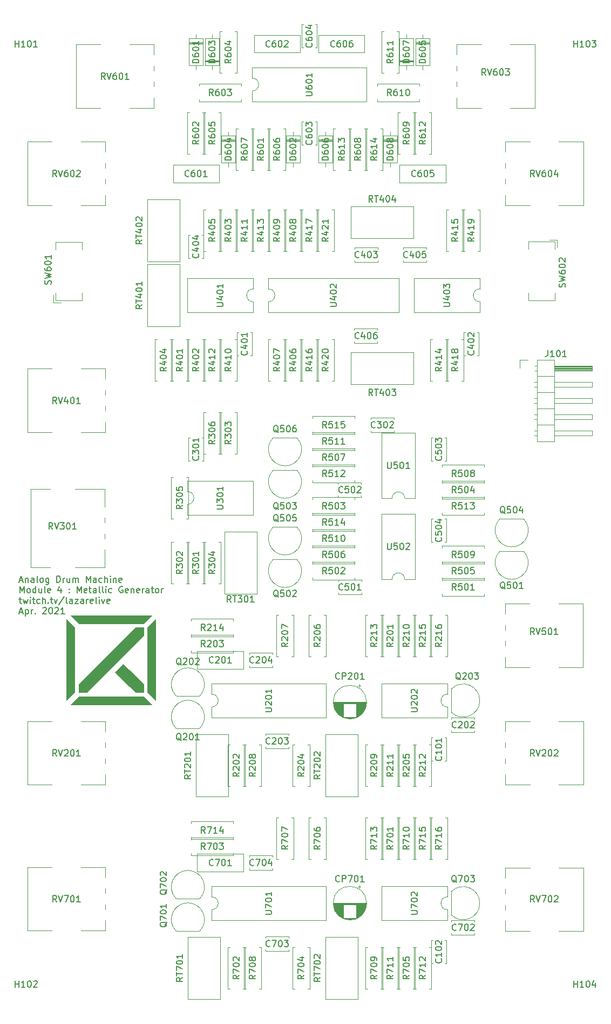
<source format=gbr>
G04 #@! TF.GenerationSoftware,KiCad,Pcbnew,(5.1.5)-3*
G04 #@! TF.CreationDate,2021-04-20T16:09:03+02:00*
G04 #@! TF.ProjectId,AnalogDrum_Metal,416e616c-6f67-4447-9275-6d5f4d657461,rev?*
G04 #@! TF.SameCoordinates,Original*
G04 #@! TF.FileFunction,Legend,Top*
G04 #@! TF.FilePolarity,Positive*
%FSLAX46Y46*%
G04 Gerber Fmt 4.6, Leading zero omitted, Abs format (unit mm)*
G04 Created by KiCad (PCBNEW (5.1.5)-3) date 2021-04-20 16:09:03*
%MOMM*%
%LPD*%
G04 APERTURE LIST*
%ADD10C,0.150000*%
%ADD11C,0.100000*%
%ADD12C,0.120000*%
G04 APERTURE END LIST*
D10*
X59977976Y-115801666D02*
X60454166Y-115801666D01*
X59882738Y-116087380D02*
X60216071Y-115087380D01*
X60549404Y-116087380D01*
X60882738Y-115420714D02*
X60882738Y-116087380D01*
X60882738Y-115515952D02*
X60930357Y-115468333D01*
X61025595Y-115420714D01*
X61168452Y-115420714D01*
X61263690Y-115468333D01*
X61311309Y-115563571D01*
X61311309Y-116087380D01*
X62216071Y-116087380D02*
X62216071Y-115563571D01*
X62168452Y-115468333D01*
X62073214Y-115420714D01*
X61882738Y-115420714D01*
X61787500Y-115468333D01*
X62216071Y-116039761D02*
X62120833Y-116087380D01*
X61882738Y-116087380D01*
X61787500Y-116039761D01*
X61739880Y-115944523D01*
X61739880Y-115849285D01*
X61787500Y-115754047D01*
X61882738Y-115706428D01*
X62120833Y-115706428D01*
X62216071Y-115658809D01*
X62835119Y-116087380D02*
X62739880Y-116039761D01*
X62692261Y-115944523D01*
X62692261Y-115087380D01*
X63358928Y-116087380D02*
X63263690Y-116039761D01*
X63216071Y-115992142D01*
X63168452Y-115896904D01*
X63168452Y-115611190D01*
X63216071Y-115515952D01*
X63263690Y-115468333D01*
X63358928Y-115420714D01*
X63501785Y-115420714D01*
X63597023Y-115468333D01*
X63644642Y-115515952D01*
X63692261Y-115611190D01*
X63692261Y-115896904D01*
X63644642Y-115992142D01*
X63597023Y-116039761D01*
X63501785Y-116087380D01*
X63358928Y-116087380D01*
X64549404Y-115420714D02*
X64549404Y-116230238D01*
X64501785Y-116325476D01*
X64454166Y-116373095D01*
X64358928Y-116420714D01*
X64216071Y-116420714D01*
X64120833Y-116373095D01*
X64549404Y-116039761D02*
X64454166Y-116087380D01*
X64263690Y-116087380D01*
X64168452Y-116039761D01*
X64120833Y-115992142D01*
X64073214Y-115896904D01*
X64073214Y-115611190D01*
X64120833Y-115515952D01*
X64168452Y-115468333D01*
X64263690Y-115420714D01*
X64454166Y-115420714D01*
X64549404Y-115468333D01*
X65787500Y-116087380D02*
X65787500Y-115087380D01*
X66025595Y-115087380D01*
X66168452Y-115135000D01*
X66263690Y-115230238D01*
X66311309Y-115325476D01*
X66358928Y-115515952D01*
X66358928Y-115658809D01*
X66311309Y-115849285D01*
X66263690Y-115944523D01*
X66168452Y-116039761D01*
X66025595Y-116087380D01*
X65787500Y-116087380D01*
X66787500Y-116087380D02*
X66787500Y-115420714D01*
X66787500Y-115611190D02*
X66835119Y-115515952D01*
X66882738Y-115468333D01*
X66977976Y-115420714D01*
X67073214Y-115420714D01*
X67835119Y-115420714D02*
X67835119Y-116087380D01*
X67406547Y-115420714D02*
X67406547Y-115944523D01*
X67454166Y-116039761D01*
X67549404Y-116087380D01*
X67692261Y-116087380D01*
X67787500Y-116039761D01*
X67835119Y-115992142D01*
X68311309Y-116087380D02*
X68311309Y-115420714D01*
X68311309Y-115515952D02*
X68358928Y-115468333D01*
X68454166Y-115420714D01*
X68597023Y-115420714D01*
X68692261Y-115468333D01*
X68739880Y-115563571D01*
X68739880Y-116087380D01*
X68739880Y-115563571D02*
X68787500Y-115468333D01*
X68882738Y-115420714D01*
X69025595Y-115420714D01*
X69120833Y-115468333D01*
X69168452Y-115563571D01*
X69168452Y-116087380D01*
X70406547Y-116087380D02*
X70406547Y-115087380D01*
X70739880Y-115801666D01*
X71073214Y-115087380D01*
X71073214Y-116087380D01*
X71977976Y-116087380D02*
X71977976Y-115563571D01*
X71930357Y-115468333D01*
X71835119Y-115420714D01*
X71644642Y-115420714D01*
X71549404Y-115468333D01*
X71977976Y-116039761D02*
X71882738Y-116087380D01*
X71644642Y-116087380D01*
X71549404Y-116039761D01*
X71501785Y-115944523D01*
X71501785Y-115849285D01*
X71549404Y-115754047D01*
X71644642Y-115706428D01*
X71882738Y-115706428D01*
X71977976Y-115658809D01*
X72882738Y-116039761D02*
X72787500Y-116087380D01*
X72597023Y-116087380D01*
X72501785Y-116039761D01*
X72454166Y-115992142D01*
X72406547Y-115896904D01*
X72406547Y-115611190D01*
X72454166Y-115515952D01*
X72501785Y-115468333D01*
X72597023Y-115420714D01*
X72787500Y-115420714D01*
X72882738Y-115468333D01*
X73311309Y-116087380D02*
X73311309Y-115087380D01*
X73739880Y-116087380D02*
X73739880Y-115563571D01*
X73692261Y-115468333D01*
X73597023Y-115420714D01*
X73454166Y-115420714D01*
X73358928Y-115468333D01*
X73311309Y-115515952D01*
X74216071Y-116087380D02*
X74216071Y-115420714D01*
X74216071Y-115087380D02*
X74168452Y-115135000D01*
X74216071Y-115182619D01*
X74263690Y-115135000D01*
X74216071Y-115087380D01*
X74216071Y-115182619D01*
X74692261Y-115420714D02*
X74692261Y-116087380D01*
X74692261Y-115515952D02*
X74739880Y-115468333D01*
X74835119Y-115420714D01*
X74977976Y-115420714D01*
X75073214Y-115468333D01*
X75120833Y-115563571D01*
X75120833Y-116087380D01*
X75977976Y-116039761D02*
X75882738Y-116087380D01*
X75692261Y-116087380D01*
X75597023Y-116039761D01*
X75549404Y-115944523D01*
X75549404Y-115563571D01*
X75597023Y-115468333D01*
X75692261Y-115420714D01*
X75882738Y-115420714D01*
X75977976Y-115468333D01*
X76025595Y-115563571D01*
X76025595Y-115658809D01*
X75549404Y-115754047D01*
X60025595Y-117737380D02*
X60025595Y-116737380D01*
X60358928Y-117451666D01*
X60692261Y-116737380D01*
X60692261Y-117737380D01*
X61311309Y-117737380D02*
X61216071Y-117689761D01*
X61168452Y-117642142D01*
X61120833Y-117546904D01*
X61120833Y-117261190D01*
X61168452Y-117165952D01*
X61216071Y-117118333D01*
X61311309Y-117070714D01*
X61454166Y-117070714D01*
X61549404Y-117118333D01*
X61597023Y-117165952D01*
X61644642Y-117261190D01*
X61644642Y-117546904D01*
X61597023Y-117642142D01*
X61549404Y-117689761D01*
X61454166Y-117737380D01*
X61311309Y-117737380D01*
X62501785Y-117737380D02*
X62501785Y-116737380D01*
X62501785Y-117689761D02*
X62406547Y-117737380D01*
X62216071Y-117737380D01*
X62120833Y-117689761D01*
X62073214Y-117642142D01*
X62025595Y-117546904D01*
X62025595Y-117261190D01*
X62073214Y-117165952D01*
X62120833Y-117118333D01*
X62216071Y-117070714D01*
X62406547Y-117070714D01*
X62501785Y-117118333D01*
X63406547Y-117070714D02*
X63406547Y-117737380D01*
X62977976Y-117070714D02*
X62977976Y-117594523D01*
X63025595Y-117689761D01*
X63120833Y-117737380D01*
X63263690Y-117737380D01*
X63358928Y-117689761D01*
X63406547Y-117642142D01*
X64025595Y-117737380D02*
X63930357Y-117689761D01*
X63882738Y-117594523D01*
X63882738Y-116737380D01*
X64787500Y-117689761D02*
X64692261Y-117737380D01*
X64501785Y-117737380D01*
X64406547Y-117689761D01*
X64358928Y-117594523D01*
X64358928Y-117213571D01*
X64406547Y-117118333D01*
X64501785Y-117070714D01*
X64692261Y-117070714D01*
X64787500Y-117118333D01*
X64835119Y-117213571D01*
X64835119Y-117308809D01*
X64358928Y-117404047D01*
X66454166Y-117070714D02*
X66454166Y-117737380D01*
X66216071Y-116689761D02*
X65977976Y-117404047D01*
X66597023Y-117404047D01*
X67739880Y-117642142D02*
X67787500Y-117689761D01*
X67739880Y-117737380D01*
X67692261Y-117689761D01*
X67739880Y-117642142D01*
X67739880Y-117737380D01*
X67739880Y-117118333D02*
X67787500Y-117165952D01*
X67739880Y-117213571D01*
X67692261Y-117165952D01*
X67739880Y-117118333D01*
X67739880Y-117213571D01*
X68977976Y-117737380D02*
X68977976Y-116737380D01*
X69311309Y-117451666D01*
X69644642Y-116737380D01*
X69644642Y-117737380D01*
X70501785Y-117689761D02*
X70406547Y-117737380D01*
X70216071Y-117737380D01*
X70120833Y-117689761D01*
X70073214Y-117594523D01*
X70073214Y-117213571D01*
X70120833Y-117118333D01*
X70216071Y-117070714D01*
X70406547Y-117070714D01*
X70501785Y-117118333D01*
X70549404Y-117213571D01*
X70549404Y-117308809D01*
X70073214Y-117404047D01*
X70835119Y-117070714D02*
X71216071Y-117070714D01*
X70977976Y-116737380D02*
X70977976Y-117594523D01*
X71025595Y-117689761D01*
X71120833Y-117737380D01*
X71216071Y-117737380D01*
X71977976Y-117737380D02*
X71977976Y-117213571D01*
X71930357Y-117118333D01*
X71835119Y-117070714D01*
X71644642Y-117070714D01*
X71549404Y-117118333D01*
X71977976Y-117689761D02*
X71882738Y-117737380D01*
X71644642Y-117737380D01*
X71549404Y-117689761D01*
X71501785Y-117594523D01*
X71501785Y-117499285D01*
X71549404Y-117404047D01*
X71644642Y-117356428D01*
X71882738Y-117356428D01*
X71977976Y-117308809D01*
X72597023Y-117737380D02*
X72501785Y-117689761D01*
X72454166Y-117594523D01*
X72454166Y-116737380D01*
X73120833Y-117737380D02*
X73025595Y-117689761D01*
X72977976Y-117594523D01*
X72977976Y-116737380D01*
X73501785Y-117737380D02*
X73501785Y-117070714D01*
X73501785Y-116737380D02*
X73454166Y-116785000D01*
X73501785Y-116832619D01*
X73549404Y-116785000D01*
X73501785Y-116737380D01*
X73501785Y-116832619D01*
X74406547Y-117689761D02*
X74311309Y-117737380D01*
X74120833Y-117737380D01*
X74025595Y-117689761D01*
X73977976Y-117642142D01*
X73930357Y-117546904D01*
X73930357Y-117261190D01*
X73977976Y-117165952D01*
X74025595Y-117118333D01*
X74120833Y-117070714D01*
X74311309Y-117070714D01*
X74406547Y-117118333D01*
X76120833Y-116785000D02*
X76025595Y-116737380D01*
X75882738Y-116737380D01*
X75739880Y-116785000D01*
X75644642Y-116880238D01*
X75597023Y-116975476D01*
X75549404Y-117165952D01*
X75549404Y-117308809D01*
X75597023Y-117499285D01*
X75644642Y-117594523D01*
X75739880Y-117689761D01*
X75882738Y-117737380D01*
X75977976Y-117737380D01*
X76120833Y-117689761D01*
X76168452Y-117642142D01*
X76168452Y-117308809D01*
X75977976Y-117308809D01*
X76977976Y-117689761D02*
X76882738Y-117737380D01*
X76692261Y-117737380D01*
X76597023Y-117689761D01*
X76549404Y-117594523D01*
X76549404Y-117213571D01*
X76597023Y-117118333D01*
X76692261Y-117070714D01*
X76882738Y-117070714D01*
X76977976Y-117118333D01*
X77025595Y-117213571D01*
X77025595Y-117308809D01*
X76549404Y-117404047D01*
X77454166Y-117070714D02*
X77454166Y-117737380D01*
X77454166Y-117165952D02*
X77501785Y-117118333D01*
X77597023Y-117070714D01*
X77739880Y-117070714D01*
X77835119Y-117118333D01*
X77882738Y-117213571D01*
X77882738Y-117737380D01*
X78739880Y-117689761D02*
X78644642Y-117737380D01*
X78454166Y-117737380D01*
X78358928Y-117689761D01*
X78311309Y-117594523D01*
X78311309Y-117213571D01*
X78358928Y-117118333D01*
X78454166Y-117070714D01*
X78644642Y-117070714D01*
X78739880Y-117118333D01*
X78787500Y-117213571D01*
X78787500Y-117308809D01*
X78311309Y-117404047D01*
X79216071Y-117737380D02*
X79216071Y-117070714D01*
X79216071Y-117261190D02*
X79263690Y-117165952D01*
X79311309Y-117118333D01*
X79406547Y-117070714D01*
X79501785Y-117070714D01*
X80263690Y-117737380D02*
X80263690Y-117213571D01*
X80216071Y-117118333D01*
X80120833Y-117070714D01*
X79930357Y-117070714D01*
X79835119Y-117118333D01*
X80263690Y-117689761D02*
X80168452Y-117737380D01*
X79930357Y-117737380D01*
X79835119Y-117689761D01*
X79787500Y-117594523D01*
X79787500Y-117499285D01*
X79835119Y-117404047D01*
X79930357Y-117356428D01*
X80168452Y-117356428D01*
X80263690Y-117308809D01*
X80597023Y-117070714D02*
X80977976Y-117070714D01*
X80739880Y-116737380D02*
X80739880Y-117594523D01*
X80787500Y-117689761D01*
X80882738Y-117737380D01*
X80977976Y-117737380D01*
X81454166Y-117737380D02*
X81358928Y-117689761D01*
X81311309Y-117642142D01*
X81263690Y-117546904D01*
X81263690Y-117261190D01*
X81311309Y-117165952D01*
X81358928Y-117118333D01*
X81454166Y-117070714D01*
X81597023Y-117070714D01*
X81692261Y-117118333D01*
X81739880Y-117165952D01*
X81787500Y-117261190D01*
X81787500Y-117546904D01*
X81739880Y-117642142D01*
X81692261Y-117689761D01*
X81597023Y-117737380D01*
X81454166Y-117737380D01*
X82216071Y-117737380D02*
X82216071Y-117070714D01*
X82216071Y-117261190D02*
X82263690Y-117165952D01*
X82311309Y-117118333D01*
X82406547Y-117070714D01*
X82501785Y-117070714D01*
X59882738Y-118720714D02*
X60263690Y-118720714D01*
X60025595Y-118387380D02*
X60025595Y-119244523D01*
X60073214Y-119339761D01*
X60168452Y-119387380D01*
X60263690Y-119387380D01*
X60501785Y-118720714D02*
X60692261Y-119387380D01*
X60882738Y-118911190D01*
X61073214Y-119387380D01*
X61263690Y-118720714D01*
X61644642Y-119387380D02*
X61644642Y-118720714D01*
X61644642Y-118387380D02*
X61597023Y-118435000D01*
X61644642Y-118482619D01*
X61692261Y-118435000D01*
X61644642Y-118387380D01*
X61644642Y-118482619D01*
X61977976Y-118720714D02*
X62358928Y-118720714D01*
X62120833Y-118387380D02*
X62120833Y-119244523D01*
X62168452Y-119339761D01*
X62263690Y-119387380D01*
X62358928Y-119387380D01*
X63120833Y-119339761D02*
X63025595Y-119387380D01*
X62835119Y-119387380D01*
X62739880Y-119339761D01*
X62692261Y-119292142D01*
X62644642Y-119196904D01*
X62644642Y-118911190D01*
X62692261Y-118815952D01*
X62739880Y-118768333D01*
X62835119Y-118720714D01*
X63025595Y-118720714D01*
X63120833Y-118768333D01*
X63549404Y-119387380D02*
X63549404Y-118387380D01*
X63977976Y-119387380D02*
X63977976Y-118863571D01*
X63930357Y-118768333D01*
X63835119Y-118720714D01*
X63692261Y-118720714D01*
X63597023Y-118768333D01*
X63549404Y-118815952D01*
X64454166Y-119292142D02*
X64501785Y-119339761D01*
X64454166Y-119387380D01*
X64406547Y-119339761D01*
X64454166Y-119292142D01*
X64454166Y-119387380D01*
X64787500Y-118720714D02*
X65168452Y-118720714D01*
X64930357Y-118387380D02*
X64930357Y-119244523D01*
X64977976Y-119339761D01*
X65073214Y-119387380D01*
X65168452Y-119387380D01*
X65406547Y-118720714D02*
X65644642Y-119387380D01*
X65882738Y-118720714D01*
X66977976Y-118339761D02*
X66120833Y-119625476D01*
X67454166Y-119387380D02*
X67358928Y-119339761D01*
X67311309Y-119244523D01*
X67311309Y-118387380D01*
X68263690Y-119387380D02*
X68263690Y-118863571D01*
X68216071Y-118768333D01*
X68120833Y-118720714D01*
X67930357Y-118720714D01*
X67835119Y-118768333D01*
X68263690Y-119339761D02*
X68168452Y-119387380D01*
X67930357Y-119387380D01*
X67835119Y-119339761D01*
X67787500Y-119244523D01*
X67787500Y-119149285D01*
X67835119Y-119054047D01*
X67930357Y-119006428D01*
X68168452Y-119006428D01*
X68263690Y-118958809D01*
X68644642Y-118720714D02*
X69168452Y-118720714D01*
X68644642Y-119387380D01*
X69168452Y-119387380D01*
X69977976Y-119387380D02*
X69977976Y-118863571D01*
X69930357Y-118768333D01*
X69835119Y-118720714D01*
X69644642Y-118720714D01*
X69549404Y-118768333D01*
X69977976Y-119339761D02*
X69882738Y-119387380D01*
X69644642Y-119387380D01*
X69549404Y-119339761D01*
X69501785Y-119244523D01*
X69501785Y-119149285D01*
X69549404Y-119054047D01*
X69644642Y-119006428D01*
X69882738Y-119006428D01*
X69977976Y-118958809D01*
X70454166Y-119387380D02*
X70454166Y-118720714D01*
X70454166Y-118911190D02*
X70501785Y-118815952D01*
X70549404Y-118768333D01*
X70644642Y-118720714D01*
X70739880Y-118720714D01*
X71454166Y-119339761D02*
X71358928Y-119387380D01*
X71168452Y-119387380D01*
X71073214Y-119339761D01*
X71025595Y-119244523D01*
X71025595Y-118863571D01*
X71073214Y-118768333D01*
X71168452Y-118720714D01*
X71358928Y-118720714D01*
X71454166Y-118768333D01*
X71501785Y-118863571D01*
X71501785Y-118958809D01*
X71025595Y-119054047D01*
X72073214Y-119387380D02*
X71977976Y-119339761D01*
X71930357Y-119244523D01*
X71930357Y-118387380D01*
X72454166Y-119387380D02*
X72454166Y-118720714D01*
X72454166Y-118387380D02*
X72406547Y-118435000D01*
X72454166Y-118482619D01*
X72501785Y-118435000D01*
X72454166Y-118387380D01*
X72454166Y-118482619D01*
X72835119Y-118720714D02*
X73073214Y-119387380D01*
X73311309Y-118720714D01*
X74073214Y-119339761D02*
X73977976Y-119387380D01*
X73787500Y-119387380D01*
X73692261Y-119339761D01*
X73644642Y-119244523D01*
X73644642Y-118863571D01*
X73692261Y-118768333D01*
X73787500Y-118720714D01*
X73977976Y-118720714D01*
X74073214Y-118768333D01*
X74120833Y-118863571D01*
X74120833Y-118958809D01*
X73644642Y-119054047D01*
X59977976Y-120751666D02*
X60454166Y-120751666D01*
X59882738Y-121037380D02*
X60216071Y-120037380D01*
X60549404Y-121037380D01*
X60882738Y-120370714D02*
X60882738Y-121370714D01*
X60882738Y-120418333D02*
X60977976Y-120370714D01*
X61168452Y-120370714D01*
X61263690Y-120418333D01*
X61311309Y-120465952D01*
X61358928Y-120561190D01*
X61358928Y-120846904D01*
X61311309Y-120942142D01*
X61263690Y-120989761D01*
X61168452Y-121037380D01*
X60977976Y-121037380D01*
X60882738Y-120989761D01*
X61787500Y-121037380D02*
X61787500Y-120370714D01*
X61787500Y-120561190D02*
X61835119Y-120465952D01*
X61882738Y-120418333D01*
X61977976Y-120370714D01*
X62073214Y-120370714D01*
X62406547Y-120942142D02*
X62454166Y-120989761D01*
X62406547Y-121037380D01*
X62358928Y-120989761D01*
X62406547Y-120942142D01*
X62406547Y-121037380D01*
X63597023Y-120132619D02*
X63644642Y-120085000D01*
X63739880Y-120037380D01*
X63977976Y-120037380D01*
X64073214Y-120085000D01*
X64120833Y-120132619D01*
X64168452Y-120227857D01*
X64168452Y-120323095D01*
X64120833Y-120465952D01*
X63549404Y-121037380D01*
X64168452Y-121037380D01*
X64787500Y-120037380D02*
X64882738Y-120037380D01*
X64977976Y-120085000D01*
X65025595Y-120132619D01*
X65073214Y-120227857D01*
X65120833Y-120418333D01*
X65120833Y-120656428D01*
X65073214Y-120846904D01*
X65025595Y-120942142D01*
X64977976Y-120989761D01*
X64882738Y-121037380D01*
X64787500Y-121037380D01*
X64692261Y-120989761D01*
X64644642Y-120942142D01*
X64597023Y-120846904D01*
X64549404Y-120656428D01*
X64549404Y-120418333D01*
X64597023Y-120227857D01*
X64644642Y-120132619D01*
X64692261Y-120085000D01*
X64787500Y-120037380D01*
X65501785Y-120132619D02*
X65549404Y-120085000D01*
X65644642Y-120037380D01*
X65882738Y-120037380D01*
X65977976Y-120085000D01*
X66025595Y-120132619D01*
X66073214Y-120227857D01*
X66073214Y-120323095D01*
X66025595Y-120465952D01*
X65454166Y-121037380D01*
X66073214Y-121037380D01*
X67025595Y-121037380D02*
X66454166Y-121037380D01*
X66739880Y-121037380D02*
X66739880Y-120037380D01*
X66644642Y-120180238D01*
X66549404Y-120275476D01*
X66454166Y-120323095D01*
D11*
G36*
X79375000Y-132080000D02*
G01*
X79375000Y-133350000D01*
X78105000Y-133350000D01*
X74930000Y-130175000D01*
X76200000Y-128905000D01*
X79375000Y-132080000D01*
G37*
X79375000Y-132080000D02*
X79375000Y-133350000D01*
X78105000Y-133350000D01*
X74930000Y-130175000D01*
X76200000Y-128905000D01*
X79375000Y-132080000D01*
G36*
X79375000Y-124460000D02*
G01*
X70485000Y-133350000D01*
X69215000Y-133350000D01*
X69215000Y-132080000D01*
X78105000Y-123190000D01*
X79375000Y-123190000D01*
X79375000Y-124460000D01*
G37*
X79375000Y-124460000D02*
X70485000Y-133350000D01*
X69215000Y-133350000D01*
X69215000Y-132080000D01*
X78105000Y-123190000D01*
X79375000Y-123190000D01*
X79375000Y-124460000D01*
G36*
X81280000Y-134620000D02*
G01*
X80010000Y-133350000D01*
X80010000Y-123190000D01*
X81280000Y-121920000D01*
X81280000Y-134620000D01*
G37*
X81280000Y-134620000D02*
X80010000Y-133350000D01*
X80010000Y-123190000D01*
X81280000Y-121920000D01*
X81280000Y-134620000D01*
G36*
X79375000Y-122555000D02*
G01*
X69215000Y-122555000D01*
X67945000Y-121285000D01*
X80645000Y-121285000D01*
X79375000Y-122555000D01*
G37*
X79375000Y-122555000D02*
X69215000Y-122555000D01*
X67945000Y-121285000D01*
X80645000Y-121285000D01*
X79375000Y-122555000D01*
G36*
X80645000Y-135255000D02*
G01*
X67945000Y-135255000D01*
X69215000Y-133985000D01*
X79375000Y-133985000D01*
X80645000Y-135255000D01*
G37*
X80645000Y-135255000D02*
X67945000Y-135255000D01*
X69215000Y-133985000D01*
X79375000Y-133985000D01*
X80645000Y-135255000D01*
G36*
X68580000Y-123190000D02*
G01*
X68580000Y-133350000D01*
X67310000Y-134620000D01*
X67310000Y-121920000D01*
X68580000Y-123190000D01*
G37*
X68580000Y-123190000D02*
X68580000Y-133350000D01*
X67310000Y-134620000D01*
X67310000Y-121920000D01*
X68580000Y-123190000D01*
D12*
X148375000Y-47055000D02*
X148375000Y-56995000D01*
X136135000Y-55395000D02*
X136135000Y-56995000D01*
X136135000Y-52896000D02*
X136135000Y-53655000D01*
X136135000Y-50396000D02*
X136135000Y-51155000D01*
X136135000Y-47055000D02*
X136135000Y-48654000D01*
X144510000Y-56995000D02*
X148375000Y-56995000D01*
X136135000Y-56995000D02*
X140000000Y-56995000D01*
X144510000Y-47055000D02*
X148375000Y-47055000D01*
X136135000Y-47055000D02*
X140000000Y-47055000D01*
X61175000Y-57000000D02*
X61175000Y-47060000D01*
X73415000Y-48660000D02*
X73415000Y-47060000D01*
X73415000Y-51159000D02*
X73415000Y-50400000D01*
X73415000Y-53659000D02*
X73415000Y-52900000D01*
X73415000Y-57000000D02*
X73415000Y-55401000D01*
X65040000Y-47060000D02*
X61175000Y-47060000D01*
X73415000Y-47060000D02*
X69550000Y-47060000D01*
X65040000Y-57000000D02*
X61175000Y-57000000D01*
X73415000Y-57000000D02*
X69550000Y-57000000D01*
X148375000Y-160805000D02*
X148375000Y-170745000D01*
X136135000Y-169145000D02*
X136135000Y-170745000D01*
X136135000Y-166646000D02*
X136135000Y-167405000D01*
X136135000Y-164146000D02*
X136135000Y-164905000D01*
X136135000Y-160805000D02*
X136135000Y-162404000D01*
X144510000Y-170745000D02*
X148375000Y-170745000D01*
X136135000Y-170745000D02*
X140000000Y-170745000D01*
X144510000Y-160805000D02*
X148375000Y-160805000D01*
X136135000Y-160805000D02*
X140000000Y-160805000D01*
X61175000Y-170665000D02*
X61175000Y-160725000D01*
X73415000Y-162325000D02*
X73415000Y-160725000D01*
X73415000Y-164824000D02*
X73415000Y-164065000D01*
X73415000Y-167324000D02*
X73415000Y-166565000D01*
X73415000Y-170665000D02*
X73415000Y-169066000D01*
X65040000Y-160725000D02*
X61175000Y-160725000D01*
X73415000Y-160725000D02*
X69550000Y-160725000D01*
X65040000Y-170665000D02*
X61175000Y-170665000D01*
X73415000Y-170665000D02*
X69550000Y-170665000D01*
X140755000Y-31815000D02*
X140755000Y-41755000D01*
X128515000Y-40155000D02*
X128515000Y-41755000D01*
X128515000Y-37656000D02*
X128515000Y-38415000D01*
X128515000Y-35156000D02*
X128515000Y-35915000D01*
X128515000Y-31815000D02*
X128515000Y-33414000D01*
X136890000Y-41755000D02*
X140755000Y-41755000D01*
X128515000Y-41755000D02*
X132380000Y-41755000D01*
X136890000Y-31815000D02*
X140755000Y-31815000D01*
X128515000Y-31815000D02*
X132380000Y-31815000D01*
X68810000Y-41755000D02*
X68810000Y-31815000D01*
X81050000Y-33415000D02*
X81050000Y-31815000D01*
X81050000Y-35914000D02*
X81050000Y-35155000D01*
X81050000Y-38414000D02*
X81050000Y-37655000D01*
X81050000Y-41755000D02*
X81050000Y-40156000D01*
X72675000Y-31815000D02*
X68810000Y-31815000D01*
X81050000Y-31815000D02*
X77185000Y-31815000D01*
X72675000Y-41755000D02*
X68810000Y-41755000D01*
X81050000Y-41755000D02*
X77185000Y-41755000D01*
X148360000Y-119445000D02*
X148360000Y-129385000D01*
X136120000Y-127785000D02*
X136120000Y-129385000D01*
X136120000Y-125286000D02*
X136120000Y-126045000D01*
X136120000Y-122786000D02*
X136120000Y-123545000D01*
X136120000Y-119445000D02*
X136120000Y-121044000D01*
X144495000Y-129385000D02*
X148360000Y-129385000D01*
X136120000Y-129385000D02*
X139985000Y-129385000D01*
X144495000Y-119445000D02*
X148360000Y-119445000D01*
X136120000Y-119445000D02*
X139985000Y-119445000D01*
X61175000Y-92555000D02*
X61175000Y-82615000D01*
X73415000Y-84215000D02*
X73415000Y-82615000D01*
X73415000Y-86714000D02*
X73415000Y-85955000D01*
X73415000Y-89214000D02*
X73415000Y-88455000D01*
X73415000Y-92555000D02*
X73415000Y-90956000D01*
X65040000Y-82615000D02*
X61175000Y-82615000D01*
X73415000Y-82615000D02*
X69550000Y-82615000D01*
X65040000Y-92555000D02*
X61175000Y-92555000D01*
X73415000Y-92555000D02*
X69550000Y-92555000D01*
X61705000Y-113790000D02*
X61705000Y-101450000D01*
X73295000Y-104250000D02*
X73295000Y-101450000D01*
X73295000Y-106749000D02*
X73295000Y-105990000D01*
X73295000Y-109249000D02*
X73295000Y-108490000D01*
X73295000Y-113790000D02*
X73295000Y-110991000D01*
X64720000Y-101450000D02*
X61705000Y-101450000D01*
X73295000Y-101450000D02*
X68629000Y-101450000D01*
X64720000Y-113790000D02*
X61705000Y-113790000D01*
X73295000Y-113790000D02*
X68629000Y-113790000D01*
X148375000Y-137860000D02*
X148375000Y-147800000D01*
X136135000Y-146200000D02*
X136135000Y-147800000D01*
X136135000Y-143701000D02*
X136135000Y-144460000D01*
X136135000Y-141201000D02*
X136135000Y-141960000D01*
X136135000Y-137860000D02*
X136135000Y-139459000D01*
X144510000Y-147800000D02*
X148375000Y-147800000D01*
X136135000Y-147800000D02*
X140000000Y-147800000D01*
X144510000Y-137860000D02*
X148375000Y-137860000D01*
X136135000Y-137860000D02*
X140000000Y-137860000D01*
X61190000Y-147800000D02*
X61190000Y-137860000D01*
X73430000Y-139460000D02*
X73430000Y-137860000D01*
X73430000Y-141959000D02*
X73430000Y-141200000D01*
X73430000Y-144459000D02*
X73430000Y-143700000D01*
X73430000Y-147800000D02*
X73430000Y-146201000D01*
X65055000Y-137860000D02*
X61190000Y-137860000D01*
X73430000Y-137860000D02*
X69565000Y-137860000D01*
X65055000Y-147800000D02*
X61190000Y-147800000D01*
X73430000Y-147800000D02*
X69565000Y-147800000D01*
X87820000Y-161390000D02*
X87820000Y-158650000D01*
X95060000Y-161390000D02*
X95060000Y-158650000D01*
X95060000Y-158650000D02*
X87820000Y-158650000D01*
X95060000Y-161390000D02*
X87820000Y-161390000D01*
X114070000Y-30340000D02*
X114070000Y-33080000D01*
X106830000Y-30340000D02*
X106830000Y-33080000D01*
X106830000Y-33080000D02*
X114070000Y-33080000D01*
X106830000Y-30340000D02*
X114070000Y-30340000D01*
X126810000Y-50700000D02*
X126810000Y-53440000D01*
X119570000Y-50700000D02*
X119570000Y-53440000D01*
X119570000Y-53440000D02*
X126810000Y-53440000D01*
X119570000Y-50700000D02*
X126810000Y-50700000D01*
X96750000Y-33080000D02*
X96750000Y-30340000D01*
X103990000Y-33080000D02*
X103990000Y-30340000D01*
X103990000Y-30340000D02*
X96750000Y-30340000D01*
X103990000Y-33080000D02*
X96750000Y-33080000D01*
X84050000Y-53440000D02*
X84050000Y-50700000D01*
X91290000Y-53440000D02*
X91290000Y-50700000D01*
X91290000Y-50700000D02*
X84050000Y-50700000D01*
X91290000Y-53440000D02*
X84050000Y-53440000D01*
X87820000Y-129640000D02*
X87820000Y-126900000D01*
X95060000Y-129640000D02*
X95060000Y-126900000D01*
X95060000Y-126900000D02*
X87820000Y-126900000D01*
X95060000Y-129640000D02*
X87820000Y-129640000D01*
X90110000Y-163720000D02*
X90110000Y-165370000D01*
X108010000Y-163720000D02*
X90110000Y-163720000D01*
X108010000Y-169020000D02*
X108010000Y-163720000D01*
X90110000Y-169020000D02*
X108010000Y-169020000D01*
X90110000Y-167370000D02*
X90110000Y-169020000D01*
X90110000Y-165370000D02*
G75*
G02X90110000Y-167370000I0J-1000000D01*
G01*
X143960000Y-63910000D02*
X143960000Y-62710000D01*
X143960000Y-62710000D02*
X139760000Y-62710000D01*
X139760000Y-62710000D02*
X139760000Y-63910000D01*
X143960000Y-70710000D02*
X143960000Y-71910000D01*
X143960000Y-71910000D02*
X139760000Y-71910000D01*
X139760000Y-71910000D02*
X139760000Y-70710000D01*
X144260000Y-63610000D02*
X144260000Y-62410000D01*
X144260000Y-62410000D02*
X143060000Y-62410000D01*
X127060000Y-169020000D02*
X127060000Y-167370000D01*
X116780000Y-169020000D02*
X127060000Y-169020000D01*
X116780000Y-163720000D02*
X116780000Y-169020000D01*
X127060000Y-163720000D02*
X116780000Y-163720000D01*
X127060000Y-165370000D02*
X127060000Y-163720000D01*
X127060000Y-167370000D02*
G75*
G02X127060000Y-165370000I0J1000000D01*
G01*
X96460000Y-35450000D02*
X96460000Y-37100000D01*
X114360000Y-35450000D02*
X96460000Y-35450000D01*
X114360000Y-40750000D02*
X114360000Y-35450000D01*
X96460000Y-40750000D02*
X114360000Y-40750000D01*
X96460000Y-39100000D02*
X96460000Y-40750000D01*
X96460000Y-37100000D02*
G75*
G02X96460000Y-39100000I0J-1000000D01*
G01*
X116730000Y-115630000D02*
X118380000Y-115630000D01*
X116730000Y-105350000D02*
X116730000Y-115630000D01*
X122030000Y-105350000D02*
X116730000Y-105350000D01*
X122030000Y-115630000D02*
X122030000Y-105350000D01*
X120380000Y-115630000D02*
X122030000Y-115630000D01*
X118380000Y-115630000D02*
G75*
G02X120380000Y-115630000I1000000J0D01*
G01*
X116730000Y-102930000D02*
X118380000Y-102930000D01*
X116730000Y-92650000D02*
X116730000Y-102930000D01*
X122030000Y-92650000D02*
X116730000Y-92650000D01*
X122030000Y-102930000D02*
X122030000Y-92650000D01*
X120380000Y-102930000D02*
X122030000Y-102930000D01*
X118380000Y-102930000D02*
G75*
G02X120380000Y-102930000I1000000J0D01*
G01*
X132140000Y-73770000D02*
X132140000Y-72120000D01*
X121860000Y-73770000D02*
X132140000Y-73770000D01*
X121860000Y-68470000D02*
X121860000Y-73770000D01*
X132140000Y-68470000D02*
X121860000Y-68470000D01*
X132140000Y-70120000D02*
X132140000Y-68470000D01*
X132140000Y-72120000D02*
G75*
G02X132140000Y-70120000I0J1000000D01*
G01*
X99000000Y-68470000D02*
X99000000Y-70120000D01*
X119440000Y-68470000D02*
X99000000Y-68470000D01*
X119440000Y-73770000D02*
X119440000Y-68470000D01*
X99000000Y-73770000D02*
X119440000Y-73770000D01*
X99000000Y-72120000D02*
X99000000Y-73770000D01*
X99000000Y-70120000D02*
G75*
G02X99000000Y-72120000I0J-1000000D01*
G01*
X96580000Y-73770000D02*
X96580000Y-72120000D01*
X86300000Y-73770000D02*
X96580000Y-73770000D01*
X86300000Y-68470000D02*
X86300000Y-73770000D01*
X96580000Y-68470000D02*
X86300000Y-68470000D01*
X96580000Y-70120000D02*
X96580000Y-68470000D01*
X96580000Y-72120000D02*
G75*
G02X96580000Y-70120000I0J1000000D01*
G01*
X86300000Y-100220000D02*
X86300000Y-101870000D01*
X96580000Y-100220000D02*
X86300000Y-100220000D01*
X96580000Y-105520000D02*
X96580000Y-100220000D01*
X86300000Y-105520000D02*
X96580000Y-105520000D01*
X86300000Y-103870000D02*
X86300000Y-105520000D01*
X86300000Y-101870000D02*
G75*
G02X86300000Y-103870000I0J-1000000D01*
G01*
X127060000Y-137270000D02*
X127060000Y-135620000D01*
X116780000Y-137270000D02*
X127060000Y-137270000D01*
X116780000Y-131970000D02*
X116780000Y-137270000D01*
X127060000Y-131970000D02*
X116780000Y-131970000D01*
X127060000Y-133620000D02*
X127060000Y-131970000D01*
X127060000Y-135620000D02*
G75*
G02X127060000Y-133620000I0J1000000D01*
G01*
X90110000Y-131970000D02*
X90110000Y-133620000D01*
X108010000Y-131970000D02*
X90110000Y-131970000D01*
X108010000Y-137270000D02*
X108010000Y-131970000D01*
X90110000Y-137270000D02*
X108010000Y-137270000D01*
X90110000Y-135620000D02*
X90110000Y-137270000D01*
X90110000Y-133620000D02*
G75*
G02X90110000Y-135620000I0J-1000000D01*
G01*
X65590000Y-70750000D02*
X65590000Y-71950000D01*
X65590000Y-71950000D02*
X69790000Y-71950000D01*
X69790000Y-71950000D02*
X69790000Y-70750000D01*
X65590000Y-63950000D02*
X65590000Y-62750000D01*
X65590000Y-62750000D02*
X69790000Y-62750000D01*
X69790000Y-62750000D02*
X69790000Y-63950000D01*
X65290000Y-71050000D02*
X65290000Y-72250000D01*
X65290000Y-72250000D02*
X66490000Y-72250000D01*
X113020000Y-181415000D02*
X107950000Y-181415000D01*
X113020000Y-171645000D02*
X107950000Y-171645000D01*
X107950000Y-171645000D02*
X107950000Y-181415000D01*
X113020000Y-171645000D02*
X113020000Y-181415000D01*
X91430000Y-181415000D02*
X86360000Y-181415000D01*
X91430000Y-171645000D02*
X86360000Y-171645000D01*
X86360000Y-171645000D02*
X86360000Y-181415000D01*
X91430000Y-171645000D02*
X91430000Y-181415000D01*
X121725000Y-57160000D02*
X121725000Y-62230000D01*
X111955000Y-57160000D02*
X111955000Y-62230000D01*
X111955000Y-62230000D02*
X121725000Y-62230000D01*
X111955000Y-57160000D02*
X121725000Y-57160000D01*
X121725000Y-80020000D02*
X121725000Y-85090000D01*
X111955000Y-80020000D02*
X111955000Y-85090000D01*
X111955000Y-85090000D02*
X121725000Y-85090000D01*
X111955000Y-80020000D02*
X121725000Y-80020000D01*
X80020000Y-56075000D02*
X85090000Y-56075000D01*
X80020000Y-65845000D02*
X85090000Y-65845000D01*
X85090000Y-65845000D02*
X85090000Y-56075000D01*
X80020000Y-65845000D02*
X80020000Y-56075000D01*
X85080000Y-76005000D02*
X80010000Y-76005000D01*
X85080000Y-66235000D02*
X80010000Y-66235000D01*
X80010000Y-66235000D02*
X80010000Y-76005000D01*
X85080000Y-66235000D02*
X85080000Y-76005000D01*
X92085000Y-108145000D02*
X97155000Y-108145000D01*
X92085000Y-117915000D02*
X97155000Y-117915000D01*
X97155000Y-117915000D02*
X97155000Y-108145000D01*
X92085000Y-117915000D02*
X92085000Y-108145000D01*
X113020000Y-149665000D02*
X107950000Y-149665000D01*
X113020000Y-139895000D02*
X107950000Y-139895000D01*
X107950000Y-139895000D02*
X107950000Y-149665000D01*
X113020000Y-139895000D02*
X113020000Y-149665000D01*
X92700000Y-149665000D02*
X87630000Y-149665000D01*
X92700000Y-139895000D02*
X87630000Y-139895000D01*
X87630000Y-139895000D02*
X87630000Y-149665000D01*
X92700000Y-139895000D02*
X92700000Y-149665000D01*
X124360000Y-159480000D02*
X124690000Y-159480000D01*
X124360000Y-152940000D02*
X124360000Y-159480000D01*
X124690000Y-152940000D02*
X124360000Y-152940000D01*
X127100000Y-159480000D02*
X126770000Y-159480000D01*
X127100000Y-152940000D02*
X127100000Y-159480000D01*
X126770000Y-152940000D02*
X127100000Y-152940000D01*
X124560000Y-152940000D02*
X124230000Y-152940000D01*
X124560000Y-159480000D02*
X124560000Y-152940000D01*
X124230000Y-159480000D02*
X124560000Y-159480000D01*
X121820000Y-152940000D02*
X122150000Y-152940000D01*
X121820000Y-159480000D02*
X121820000Y-152940000D01*
X122150000Y-159480000D02*
X121820000Y-159480000D01*
X93440000Y-156310000D02*
X93440000Y-155980000D01*
X86900000Y-156310000D02*
X93440000Y-156310000D01*
X86900000Y-155980000D02*
X86900000Y-156310000D01*
X93440000Y-153570000D02*
X93440000Y-153900000D01*
X86900000Y-153570000D02*
X93440000Y-153570000D01*
X86900000Y-153900000D02*
X86900000Y-153570000D01*
X116940000Y-152940000D02*
X116610000Y-152940000D01*
X116940000Y-159480000D02*
X116940000Y-152940000D01*
X116610000Y-159480000D02*
X116940000Y-159480000D01*
X114200000Y-152940000D02*
X114530000Y-152940000D01*
X114200000Y-159480000D02*
X114200000Y-152940000D01*
X114530000Y-159480000D02*
X114200000Y-159480000D01*
X121820000Y-179800000D02*
X122150000Y-179800000D01*
X121820000Y-173260000D02*
X121820000Y-179800000D01*
X122150000Y-173260000D02*
X121820000Y-173260000D01*
X124560000Y-179800000D02*
X124230000Y-179800000D01*
X124560000Y-173260000D02*
X124560000Y-179800000D01*
X124230000Y-173260000D02*
X124560000Y-173260000D01*
X116740000Y-179800000D02*
X117070000Y-179800000D01*
X116740000Y-173260000D02*
X116740000Y-179800000D01*
X117070000Y-173260000D02*
X116740000Y-173260000D01*
X119480000Y-179800000D02*
X119150000Y-179800000D01*
X119480000Y-173260000D02*
X119480000Y-179800000D01*
X119150000Y-173260000D02*
X119480000Y-173260000D01*
X122020000Y-152940000D02*
X121690000Y-152940000D01*
X122020000Y-159480000D02*
X122020000Y-152940000D01*
X121690000Y-159480000D02*
X122020000Y-159480000D01*
X119280000Y-152940000D02*
X119610000Y-152940000D01*
X119280000Y-159480000D02*
X119280000Y-152940000D01*
X119610000Y-159480000D02*
X119280000Y-159480000D01*
X114200000Y-179800000D02*
X114530000Y-179800000D01*
X114200000Y-173260000D02*
X114200000Y-179800000D01*
X114530000Y-173260000D02*
X114200000Y-173260000D01*
X116940000Y-179800000D02*
X116610000Y-179800000D01*
X116940000Y-173260000D02*
X116940000Y-179800000D01*
X116610000Y-173260000D02*
X116940000Y-173260000D01*
X95150000Y-179800000D02*
X95480000Y-179800000D01*
X95150000Y-173260000D02*
X95150000Y-179800000D01*
X95480000Y-173260000D02*
X95150000Y-173260000D01*
X97890000Y-179800000D02*
X97560000Y-179800000D01*
X97890000Y-173260000D02*
X97890000Y-179800000D01*
X97560000Y-173260000D02*
X97890000Y-173260000D01*
X100230000Y-159480000D02*
X100560000Y-159480000D01*
X100230000Y-152940000D02*
X100230000Y-159480000D01*
X100560000Y-152940000D02*
X100230000Y-152940000D01*
X102970000Y-159480000D02*
X102640000Y-159480000D01*
X102970000Y-152940000D02*
X102970000Y-159480000D01*
X102640000Y-152940000D02*
X102970000Y-152940000D01*
X105310000Y-159480000D02*
X105640000Y-159480000D01*
X105310000Y-152940000D02*
X105310000Y-159480000D01*
X105640000Y-152940000D02*
X105310000Y-152940000D01*
X108050000Y-159480000D02*
X107720000Y-159480000D01*
X108050000Y-152940000D02*
X108050000Y-159480000D01*
X107720000Y-152940000D02*
X108050000Y-152940000D01*
X119280000Y-179800000D02*
X119610000Y-179800000D01*
X119280000Y-173260000D02*
X119280000Y-179800000D01*
X119610000Y-173260000D02*
X119280000Y-173260000D01*
X122020000Y-179800000D02*
X121690000Y-179800000D01*
X122020000Y-173260000D02*
X122020000Y-179800000D01*
X121690000Y-173260000D02*
X122020000Y-173260000D01*
X105510000Y-173260000D02*
X105180000Y-173260000D01*
X105510000Y-179800000D02*
X105510000Y-173260000D01*
X105180000Y-179800000D02*
X105510000Y-179800000D01*
X102770000Y-173260000D02*
X103100000Y-173260000D01*
X102770000Y-179800000D02*
X102770000Y-173260000D01*
X103100000Y-179800000D02*
X102770000Y-179800000D01*
X93440000Y-158850000D02*
X93440000Y-158520000D01*
X86900000Y-158850000D02*
X93440000Y-158850000D01*
X86900000Y-158520000D02*
X86900000Y-158850000D01*
X93440000Y-156110000D02*
X93440000Y-156440000D01*
X86900000Y-156110000D02*
X93440000Y-156110000D01*
X86900000Y-156440000D02*
X86900000Y-156110000D01*
X92610000Y-179800000D02*
X92940000Y-179800000D01*
X92610000Y-173260000D02*
X92610000Y-179800000D01*
X92940000Y-173260000D02*
X92610000Y-173260000D01*
X95350000Y-179800000D02*
X95020000Y-179800000D01*
X95350000Y-173260000D02*
X95350000Y-179800000D01*
X95020000Y-173260000D02*
X95350000Y-173260000D01*
X116740000Y-159480000D02*
X117070000Y-159480000D01*
X116740000Y-152940000D02*
X116740000Y-159480000D01*
X117070000Y-152940000D02*
X116740000Y-152940000D01*
X119480000Y-159480000D02*
X119150000Y-159480000D01*
X119480000Y-152940000D02*
X119480000Y-159480000D01*
X119150000Y-152940000D02*
X119480000Y-152940000D01*
X114200000Y-51530000D02*
X114530000Y-51530000D01*
X114200000Y-44990000D02*
X114200000Y-51530000D01*
X114530000Y-44990000D02*
X114200000Y-44990000D01*
X116940000Y-51530000D02*
X116610000Y-51530000D01*
X116940000Y-44990000D02*
X116940000Y-51530000D01*
X116610000Y-44990000D02*
X116940000Y-44990000D01*
X109120000Y-51530000D02*
X109450000Y-51530000D01*
X109120000Y-44990000D02*
X109120000Y-51530000D01*
X109450000Y-44990000D02*
X109120000Y-44990000D01*
X111860000Y-51530000D02*
X111530000Y-51530000D01*
X111860000Y-44990000D02*
X111860000Y-51530000D01*
X111530000Y-44990000D02*
X111860000Y-44990000D01*
X124560000Y-42450000D02*
X124230000Y-42450000D01*
X124560000Y-48990000D02*
X124560000Y-42450000D01*
X124230000Y-48990000D02*
X124560000Y-48990000D01*
X121820000Y-42450000D02*
X122150000Y-42450000D01*
X121820000Y-48990000D02*
X121820000Y-42450000D01*
X122150000Y-48990000D02*
X121820000Y-48990000D01*
X119480000Y-29750000D02*
X119150000Y-29750000D01*
X119480000Y-36290000D02*
X119480000Y-29750000D01*
X119150000Y-36290000D02*
X119480000Y-36290000D01*
X116740000Y-29750000D02*
X117070000Y-29750000D01*
X116740000Y-36290000D02*
X116740000Y-29750000D01*
X117070000Y-36290000D02*
X116740000Y-36290000D01*
X116110000Y-38000000D02*
X116110000Y-38330000D01*
X122650000Y-38000000D02*
X116110000Y-38000000D01*
X122650000Y-38330000D02*
X122650000Y-38000000D01*
X116110000Y-40740000D02*
X116110000Y-40410000D01*
X122650000Y-40740000D02*
X116110000Y-40740000D01*
X122650000Y-40410000D02*
X122650000Y-40740000D01*
X122020000Y-42450000D02*
X121690000Y-42450000D01*
X122020000Y-48990000D02*
X122020000Y-42450000D01*
X121690000Y-48990000D02*
X122020000Y-48990000D01*
X119280000Y-42450000D02*
X119610000Y-42450000D01*
X119280000Y-48990000D02*
X119280000Y-42450000D01*
X119610000Y-48990000D02*
X119280000Y-48990000D01*
X114400000Y-44990000D02*
X114070000Y-44990000D01*
X114400000Y-51530000D02*
X114400000Y-44990000D01*
X114070000Y-51530000D02*
X114400000Y-51530000D01*
X111660000Y-44990000D02*
X111990000Y-44990000D01*
X111660000Y-51530000D02*
X111660000Y-44990000D01*
X111990000Y-51530000D02*
X111660000Y-51530000D01*
X93880000Y-51530000D02*
X94210000Y-51530000D01*
X93880000Y-44990000D02*
X93880000Y-51530000D01*
X94210000Y-44990000D02*
X93880000Y-44990000D01*
X96620000Y-51530000D02*
X96290000Y-51530000D01*
X96620000Y-44990000D02*
X96620000Y-51530000D01*
X96290000Y-44990000D02*
X96620000Y-44990000D01*
X98960000Y-51530000D02*
X99290000Y-51530000D01*
X98960000Y-44990000D02*
X98960000Y-51530000D01*
X99290000Y-44990000D02*
X98960000Y-44990000D01*
X101700000Y-51530000D02*
X101370000Y-51530000D01*
X101700000Y-44990000D02*
X101700000Y-51530000D01*
X101370000Y-44990000D02*
X101700000Y-44990000D01*
X91540000Y-42450000D02*
X91210000Y-42450000D01*
X91540000Y-48990000D02*
X91540000Y-42450000D01*
X91210000Y-48990000D02*
X91540000Y-48990000D01*
X88800000Y-42450000D02*
X89130000Y-42450000D01*
X88800000Y-48990000D02*
X88800000Y-42450000D01*
X89130000Y-48990000D02*
X88800000Y-48990000D01*
X94080000Y-29750000D02*
X93750000Y-29750000D01*
X94080000Y-36290000D02*
X94080000Y-29750000D01*
X93750000Y-36290000D02*
X94080000Y-36290000D01*
X91340000Y-29750000D02*
X91670000Y-29750000D01*
X91340000Y-36290000D02*
X91340000Y-29750000D01*
X91670000Y-36290000D02*
X91340000Y-36290000D01*
X94710000Y-40740000D02*
X94710000Y-40410000D01*
X88170000Y-40740000D02*
X94710000Y-40740000D01*
X88170000Y-40410000D02*
X88170000Y-40740000D01*
X94710000Y-38000000D02*
X94710000Y-38330000D01*
X88170000Y-38000000D02*
X94710000Y-38000000D01*
X88170000Y-38330000D02*
X88170000Y-38000000D01*
X89000000Y-42450000D02*
X88670000Y-42450000D01*
X89000000Y-48990000D02*
X89000000Y-42450000D01*
X88670000Y-48990000D02*
X89000000Y-48990000D01*
X86260000Y-42450000D02*
X86590000Y-42450000D01*
X86260000Y-48990000D02*
X86260000Y-42450000D01*
X86590000Y-48990000D02*
X86260000Y-48990000D01*
X99160000Y-44990000D02*
X98830000Y-44990000D01*
X99160000Y-51530000D02*
X99160000Y-44990000D01*
X98830000Y-51530000D02*
X99160000Y-51530000D01*
X96420000Y-44990000D02*
X96750000Y-44990000D01*
X96420000Y-51530000D02*
X96420000Y-44990000D01*
X96750000Y-51530000D02*
X96420000Y-51530000D01*
X112490000Y-92810000D02*
X112490000Y-92480000D01*
X105950000Y-92810000D02*
X112490000Y-92810000D01*
X105950000Y-92480000D02*
X105950000Y-92810000D01*
X112490000Y-90070000D02*
X112490000Y-90400000D01*
X105950000Y-90070000D02*
X112490000Y-90070000D01*
X105950000Y-90400000D02*
X105950000Y-90070000D01*
X112490000Y-108050000D02*
X112490000Y-107720000D01*
X105950000Y-108050000D02*
X112490000Y-108050000D01*
X105950000Y-107720000D02*
X105950000Y-108050000D01*
X112490000Y-105310000D02*
X112490000Y-105640000D01*
X105950000Y-105310000D02*
X112490000Y-105310000D01*
X105950000Y-105640000D02*
X105950000Y-105310000D01*
X126270000Y-102770000D02*
X126270000Y-103100000D01*
X132810000Y-102770000D02*
X126270000Y-102770000D01*
X132810000Y-103100000D02*
X132810000Y-102770000D01*
X126270000Y-105510000D02*
X126270000Y-105180000D01*
X132810000Y-105510000D02*
X126270000Y-105510000D01*
X132810000Y-105180000D02*
X132810000Y-105510000D01*
X112490000Y-100430000D02*
X112490000Y-100100000D01*
X105950000Y-100430000D02*
X112490000Y-100430000D01*
X105950000Y-100100000D02*
X105950000Y-100430000D01*
X112490000Y-97690000D02*
X112490000Y-98020000D01*
X105950000Y-97690000D02*
X112490000Y-97690000D01*
X105950000Y-98020000D02*
X105950000Y-97690000D01*
X105950000Y-92610000D02*
X105950000Y-92940000D01*
X112490000Y-92610000D02*
X105950000Y-92610000D01*
X112490000Y-92940000D02*
X112490000Y-92610000D01*
X105950000Y-95350000D02*
X105950000Y-95020000D01*
X112490000Y-95350000D02*
X105950000Y-95350000D01*
X112490000Y-95020000D02*
X112490000Y-95350000D01*
X105950000Y-107850000D02*
X105950000Y-108180000D01*
X112490000Y-107850000D02*
X105950000Y-107850000D01*
X112490000Y-108180000D02*
X112490000Y-107850000D01*
X105950000Y-110590000D02*
X105950000Y-110260000D01*
X112490000Y-110590000D02*
X105950000Y-110590000D01*
X112490000Y-110260000D02*
X112490000Y-110590000D01*
X132810000Y-113130000D02*
X132810000Y-112800000D01*
X126270000Y-113130000D02*
X132810000Y-113130000D01*
X126270000Y-112800000D02*
X126270000Y-113130000D01*
X132810000Y-110390000D02*
X132810000Y-110720000D01*
X126270000Y-110390000D02*
X132810000Y-110390000D01*
X126270000Y-110720000D02*
X126270000Y-110390000D01*
X132810000Y-100430000D02*
X132810000Y-100100000D01*
X126270000Y-100430000D02*
X132810000Y-100430000D01*
X126270000Y-100100000D02*
X126270000Y-100430000D01*
X132810000Y-97690000D02*
X132810000Y-98020000D01*
X126270000Y-97690000D02*
X132810000Y-97690000D01*
X126270000Y-98020000D02*
X126270000Y-97690000D01*
X105950000Y-95150000D02*
X105950000Y-95480000D01*
X112490000Y-95150000D02*
X105950000Y-95150000D01*
X112490000Y-95480000D02*
X112490000Y-95150000D01*
X105950000Y-97890000D02*
X105950000Y-97560000D01*
X112490000Y-97890000D02*
X105950000Y-97890000D01*
X112490000Y-97560000D02*
X112490000Y-97890000D01*
X105950000Y-110390000D02*
X105950000Y-110720000D01*
X112490000Y-110390000D02*
X105950000Y-110390000D01*
X112490000Y-110720000D02*
X112490000Y-110390000D01*
X105950000Y-113130000D02*
X105950000Y-112800000D01*
X112490000Y-113130000D02*
X105950000Y-113130000D01*
X112490000Y-112800000D02*
X112490000Y-113130000D01*
X132810000Y-115670000D02*
X132810000Y-115340000D01*
X126270000Y-115670000D02*
X132810000Y-115670000D01*
X126270000Y-115340000D02*
X126270000Y-115670000D01*
X132810000Y-112930000D02*
X132810000Y-113260000D01*
X126270000Y-112930000D02*
X132810000Y-112930000D01*
X126270000Y-113260000D02*
X126270000Y-112930000D01*
X132810000Y-102970000D02*
X132810000Y-102640000D01*
X126270000Y-102970000D02*
X132810000Y-102970000D01*
X126270000Y-102640000D02*
X126270000Y-102970000D01*
X132810000Y-100230000D02*
X132810000Y-100560000D01*
X126270000Y-100230000D02*
X132810000Y-100230000D01*
X126270000Y-100560000D02*
X126270000Y-100230000D01*
X105950000Y-102770000D02*
X105950000Y-103100000D01*
X112490000Y-102770000D02*
X105950000Y-102770000D01*
X112490000Y-103100000D02*
X112490000Y-102770000D01*
X105950000Y-105510000D02*
X105950000Y-105180000D01*
X112490000Y-105510000D02*
X105950000Y-105510000D01*
X112490000Y-105180000D02*
X112490000Y-105510000D01*
X105950000Y-112930000D02*
X105950000Y-113260000D01*
X112490000Y-112930000D02*
X105950000Y-112930000D01*
X112490000Y-113260000D02*
X112490000Y-112930000D01*
X105950000Y-115670000D02*
X105950000Y-115340000D01*
X112490000Y-115670000D02*
X105950000Y-115670000D01*
X112490000Y-115340000D02*
X112490000Y-115670000D01*
X132810000Y-118210000D02*
X132810000Y-117880000D01*
X126270000Y-118210000D02*
X132810000Y-118210000D01*
X126270000Y-117880000D02*
X126270000Y-118210000D01*
X132810000Y-115470000D02*
X132810000Y-115800000D01*
X126270000Y-115470000D02*
X132810000Y-115470000D01*
X126270000Y-115800000D02*
X126270000Y-115470000D01*
X106580000Y-64230000D02*
X106910000Y-64230000D01*
X106580000Y-57690000D02*
X106580000Y-64230000D01*
X106910000Y-57690000D02*
X106580000Y-57690000D01*
X109320000Y-64230000D02*
X108990000Y-64230000D01*
X109320000Y-57690000D02*
X109320000Y-64230000D01*
X108990000Y-57690000D02*
X109320000Y-57690000D01*
X109320000Y-78010000D02*
X108990000Y-78010000D01*
X109320000Y-84550000D02*
X109320000Y-78010000D01*
X108990000Y-84550000D02*
X109320000Y-84550000D01*
X106580000Y-78010000D02*
X106910000Y-78010000D01*
X106580000Y-84550000D02*
X106580000Y-78010000D01*
X106910000Y-84550000D02*
X106580000Y-84550000D01*
X129440000Y-64230000D02*
X129770000Y-64230000D01*
X129440000Y-57690000D02*
X129440000Y-64230000D01*
X129770000Y-57690000D02*
X129440000Y-57690000D01*
X132180000Y-64230000D02*
X131850000Y-64230000D01*
X132180000Y-57690000D02*
X132180000Y-64230000D01*
X131850000Y-57690000D02*
X132180000Y-57690000D01*
X129640000Y-78010000D02*
X129310000Y-78010000D01*
X129640000Y-84550000D02*
X129640000Y-78010000D01*
X129310000Y-84550000D02*
X129640000Y-84550000D01*
X126900000Y-78010000D02*
X127230000Y-78010000D01*
X126900000Y-84550000D02*
X126900000Y-78010000D01*
X127230000Y-84550000D02*
X126900000Y-84550000D01*
X106780000Y-57690000D02*
X106450000Y-57690000D01*
X106780000Y-64230000D02*
X106780000Y-57690000D01*
X106450000Y-64230000D02*
X106780000Y-64230000D01*
X104040000Y-57690000D02*
X104370000Y-57690000D01*
X104040000Y-64230000D02*
X104040000Y-57690000D01*
X104370000Y-64230000D02*
X104040000Y-64230000D01*
X104040000Y-84550000D02*
X104370000Y-84550000D01*
X104040000Y-78010000D02*
X104040000Y-84550000D01*
X104370000Y-78010000D02*
X104040000Y-78010000D01*
X106780000Y-84550000D02*
X106450000Y-84550000D01*
X106780000Y-78010000D02*
X106780000Y-84550000D01*
X106450000Y-78010000D02*
X106780000Y-78010000D01*
X126900000Y-64230000D02*
X127230000Y-64230000D01*
X126900000Y-57690000D02*
X126900000Y-64230000D01*
X127230000Y-57690000D02*
X126900000Y-57690000D01*
X129640000Y-64230000D02*
X129310000Y-64230000D01*
X129640000Y-57690000D02*
X129640000Y-64230000D01*
X129310000Y-57690000D02*
X129640000Y-57690000D01*
X127100000Y-78010000D02*
X126770000Y-78010000D01*
X127100000Y-84550000D02*
X127100000Y-78010000D01*
X126770000Y-84550000D02*
X127100000Y-84550000D01*
X124360000Y-78010000D02*
X124690000Y-78010000D01*
X124360000Y-84550000D02*
X124360000Y-78010000D01*
X124690000Y-84550000D02*
X124360000Y-84550000D01*
X99160000Y-57690000D02*
X98830000Y-57690000D01*
X99160000Y-64230000D02*
X99160000Y-57690000D01*
X98830000Y-64230000D02*
X99160000Y-64230000D01*
X96420000Y-57690000D02*
X96750000Y-57690000D01*
X96420000Y-64230000D02*
X96420000Y-57690000D01*
X96750000Y-64230000D02*
X96420000Y-64230000D01*
X88800000Y-84550000D02*
X89130000Y-84550000D01*
X88800000Y-78010000D02*
X88800000Y-84550000D01*
X89130000Y-78010000D02*
X88800000Y-78010000D01*
X91540000Y-84550000D02*
X91210000Y-84550000D01*
X91540000Y-78010000D02*
X91540000Y-84550000D01*
X91210000Y-78010000D02*
X91540000Y-78010000D01*
X96620000Y-57690000D02*
X96290000Y-57690000D01*
X96620000Y-64230000D02*
X96620000Y-57690000D01*
X96290000Y-64230000D02*
X96620000Y-64230000D01*
X93880000Y-57690000D02*
X94210000Y-57690000D01*
X93880000Y-64230000D02*
X93880000Y-57690000D01*
X94210000Y-64230000D02*
X93880000Y-64230000D01*
X91340000Y-84550000D02*
X91670000Y-84550000D01*
X91340000Y-78010000D02*
X91340000Y-84550000D01*
X91670000Y-78010000D02*
X91340000Y-78010000D01*
X94080000Y-84550000D02*
X93750000Y-84550000D01*
X94080000Y-78010000D02*
X94080000Y-84550000D01*
X93750000Y-78010000D02*
X94080000Y-78010000D01*
X98960000Y-64230000D02*
X99290000Y-64230000D01*
X98960000Y-57690000D02*
X98960000Y-64230000D01*
X99290000Y-57690000D02*
X98960000Y-57690000D01*
X101700000Y-64230000D02*
X101370000Y-64230000D01*
X101700000Y-57690000D02*
X101700000Y-64230000D01*
X101370000Y-57690000D02*
X101700000Y-57690000D01*
X104240000Y-57690000D02*
X103910000Y-57690000D01*
X104240000Y-64230000D02*
X104240000Y-57690000D01*
X103910000Y-64230000D02*
X104240000Y-64230000D01*
X101500000Y-57690000D02*
X101830000Y-57690000D01*
X101500000Y-64230000D02*
X101500000Y-57690000D01*
X101830000Y-64230000D02*
X101500000Y-64230000D01*
X101700000Y-78010000D02*
X101370000Y-78010000D01*
X101700000Y-84550000D02*
X101700000Y-78010000D01*
X101370000Y-84550000D02*
X101700000Y-84550000D01*
X98960000Y-78010000D02*
X99290000Y-78010000D01*
X98960000Y-84550000D02*
X98960000Y-78010000D01*
X99290000Y-84550000D02*
X98960000Y-84550000D01*
X101500000Y-84550000D02*
X101830000Y-84550000D01*
X101500000Y-78010000D02*
X101500000Y-84550000D01*
X101830000Y-78010000D02*
X101500000Y-78010000D01*
X104240000Y-84550000D02*
X103910000Y-84550000D01*
X104240000Y-78010000D02*
X104240000Y-84550000D01*
X103910000Y-78010000D02*
X104240000Y-78010000D01*
X91540000Y-57690000D02*
X91210000Y-57690000D01*
X91540000Y-64230000D02*
X91540000Y-57690000D01*
X91210000Y-64230000D02*
X91540000Y-64230000D01*
X88800000Y-57690000D02*
X89130000Y-57690000D01*
X88800000Y-64230000D02*
X88800000Y-57690000D01*
X89130000Y-64230000D02*
X88800000Y-64230000D01*
X81180000Y-84550000D02*
X81510000Y-84550000D01*
X81180000Y-78010000D02*
X81180000Y-84550000D01*
X81510000Y-78010000D02*
X81180000Y-78010000D01*
X83920000Y-84550000D02*
X83590000Y-84550000D01*
X83920000Y-78010000D02*
X83920000Y-84550000D01*
X83590000Y-78010000D02*
X83920000Y-78010000D01*
X94080000Y-57690000D02*
X93750000Y-57690000D01*
X94080000Y-64230000D02*
X94080000Y-57690000D01*
X93750000Y-64230000D02*
X94080000Y-64230000D01*
X91340000Y-57690000D02*
X91670000Y-57690000D01*
X91340000Y-64230000D02*
X91340000Y-57690000D01*
X91670000Y-64230000D02*
X91340000Y-64230000D01*
X86260000Y-84550000D02*
X86590000Y-84550000D01*
X86260000Y-78010000D02*
X86260000Y-84550000D01*
X86590000Y-78010000D02*
X86260000Y-78010000D01*
X89000000Y-84550000D02*
X88670000Y-84550000D01*
X89000000Y-78010000D02*
X89000000Y-84550000D01*
X88670000Y-78010000D02*
X89000000Y-78010000D01*
X83720000Y-84550000D02*
X84050000Y-84550000D01*
X83720000Y-78010000D02*
X83720000Y-84550000D01*
X84050000Y-78010000D02*
X83720000Y-78010000D01*
X86460000Y-84550000D02*
X86130000Y-84550000D01*
X86460000Y-78010000D02*
X86460000Y-84550000D01*
X86130000Y-78010000D02*
X86460000Y-78010000D01*
X88800000Y-95980000D02*
X89130000Y-95980000D01*
X88800000Y-89440000D02*
X88800000Y-95980000D01*
X89130000Y-89440000D02*
X88800000Y-89440000D01*
X91540000Y-95980000D02*
X91210000Y-95980000D01*
X91540000Y-89440000D02*
X91540000Y-95980000D01*
X91210000Y-89440000D02*
X91540000Y-89440000D01*
X83720000Y-106140000D02*
X84050000Y-106140000D01*
X83720000Y-99600000D02*
X83720000Y-106140000D01*
X84050000Y-99600000D02*
X83720000Y-99600000D01*
X86460000Y-106140000D02*
X86130000Y-106140000D01*
X86460000Y-99600000D02*
X86460000Y-106140000D01*
X86130000Y-99600000D02*
X86460000Y-99600000D01*
X88800000Y-116300000D02*
X89130000Y-116300000D01*
X88800000Y-109760000D02*
X88800000Y-116300000D01*
X89130000Y-109760000D02*
X88800000Y-109760000D01*
X91540000Y-116300000D02*
X91210000Y-116300000D01*
X91540000Y-109760000D02*
X91540000Y-116300000D01*
X91210000Y-109760000D02*
X91540000Y-109760000D01*
X91340000Y-95980000D02*
X91670000Y-95980000D01*
X91340000Y-89440000D02*
X91340000Y-95980000D01*
X91670000Y-89440000D02*
X91340000Y-89440000D01*
X94080000Y-95980000D02*
X93750000Y-95980000D01*
X94080000Y-89440000D02*
X94080000Y-95980000D01*
X93750000Y-89440000D02*
X94080000Y-89440000D01*
X83720000Y-116300000D02*
X84050000Y-116300000D01*
X83720000Y-109760000D02*
X83720000Y-116300000D01*
X84050000Y-109760000D02*
X83720000Y-109760000D01*
X86460000Y-116300000D02*
X86130000Y-116300000D01*
X86460000Y-109760000D02*
X86460000Y-116300000D01*
X86130000Y-109760000D02*
X86460000Y-109760000D01*
X86260000Y-116300000D02*
X86590000Y-116300000D01*
X86260000Y-109760000D02*
X86260000Y-116300000D01*
X86590000Y-109760000D02*
X86260000Y-109760000D01*
X89000000Y-116300000D02*
X88670000Y-116300000D01*
X89000000Y-109760000D02*
X89000000Y-116300000D01*
X88670000Y-109760000D02*
X89000000Y-109760000D01*
X127100000Y-121190000D02*
X126770000Y-121190000D01*
X127100000Y-127730000D02*
X127100000Y-121190000D01*
X126770000Y-127730000D02*
X127100000Y-127730000D01*
X124360000Y-121190000D02*
X124690000Y-121190000D01*
X124360000Y-127730000D02*
X124360000Y-121190000D01*
X124690000Y-127730000D02*
X124360000Y-127730000D01*
X121820000Y-127730000D02*
X122150000Y-127730000D01*
X121820000Y-121190000D02*
X121820000Y-127730000D01*
X122150000Y-121190000D02*
X121820000Y-121190000D01*
X124560000Y-127730000D02*
X124230000Y-127730000D01*
X124560000Y-121190000D02*
X124560000Y-127730000D01*
X124230000Y-121190000D02*
X124560000Y-121190000D01*
X93440000Y-124560000D02*
X93440000Y-124230000D01*
X86900000Y-124560000D02*
X93440000Y-124560000D01*
X86900000Y-124230000D02*
X86900000Y-124560000D01*
X93440000Y-121820000D02*
X93440000Y-122150000D01*
X86900000Y-121820000D02*
X93440000Y-121820000D01*
X86900000Y-122150000D02*
X86900000Y-121820000D01*
X114200000Y-127730000D02*
X114530000Y-127730000D01*
X114200000Y-121190000D02*
X114200000Y-127730000D01*
X114530000Y-121190000D02*
X114200000Y-121190000D01*
X116940000Y-127730000D02*
X116610000Y-127730000D01*
X116940000Y-121190000D02*
X116940000Y-127730000D01*
X116610000Y-121190000D02*
X116940000Y-121190000D01*
X121820000Y-148050000D02*
X122150000Y-148050000D01*
X121820000Y-141510000D02*
X121820000Y-148050000D01*
X122150000Y-141510000D02*
X121820000Y-141510000D01*
X124560000Y-148050000D02*
X124230000Y-148050000D01*
X124560000Y-141510000D02*
X124560000Y-148050000D01*
X124230000Y-141510000D02*
X124560000Y-141510000D01*
X116740000Y-148050000D02*
X117070000Y-148050000D01*
X116740000Y-141510000D02*
X116740000Y-148050000D01*
X117070000Y-141510000D02*
X116740000Y-141510000D01*
X119480000Y-148050000D02*
X119150000Y-148050000D01*
X119480000Y-141510000D02*
X119480000Y-148050000D01*
X119150000Y-141510000D02*
X119480000Y-141510000D01*
X119280000Y-127730000D02*
X119610000Y-127730000D01*
X119280000Y-121190000D02*
X119280000Y-127730000D01*
X119610000Y-121190000D02*
X119280000Y-121190000D01*
X122020000Y-127730000D02*
X121690000Y-127730000D01*
X122020000Y-121190000D02*
X122020000Y-127730000D01*
X121690000Y-121190000D02*
X122020000Y-121190000D01*
X114200000Y-148050000D02*
X114530000Y-148050000D01*
X114200000Y-141510000D02*
X114200000Y-148050000D01*
X114530000Y-141510000D02*
X114200000Y-141510000D01*
X116940000Y-148050000D02*
X116610000Y-148050000D01*
X116940000Y-141510000D02*
X116940000Y-148050000D01*
X116610000Y-141510000D02*
X116940000Y-141510000D01*
X95150000Y-148050000D02*
X95480000Y-148050000D01*
X95150000Y-141510000D02*
X95150000Y-148050000D01*
X95480000Y-141510000D02*
X95150000Y-141510000D01*
X97890000Y-148050000D02*
X97560000Y-148050000D01*
X97890000Y-141510000D02*
X97890000Y-148050000D01*
X97560000Y-141510000D02*
X97890000Y-141510000D01*
X100230000Y-127730000D02*
X100560000Y-127730000D01*
X100230000Y-121190000D02*
X100230000Y-127730000D01*
X100560000Y-121190000D02*
X100230000Y-121190000D01*
X102970000Y-127730000D02*
X102640000Y-127730000D01*
X102970000Y-121190000D02*
X102970000Y-127730000D01*
X102640000Y-121190000D02*
X102970000Y-121190000D01*
X105310000Y-127730000D02*
X105640000Y-127730000D01*
X105310000Y-121190000D02*
X105310000Y-127730000D01*
X105640000Y-121190000D02*
X105310000Y-121190000D01*
X108050000Y-127730000D02*
X107720000Y-127730000D01*
X108050000Y-121190000D02*
X108050000Y-127730000D01*
X107720000Y-121190000D02*
X108050000Y-121190000D01*
X119280000Y-148050000D02*
X119610000Y-148050000D01*
X119280000Y-141510000D02*
X119280000Y-148050000D01*
X119610000Y-141510000D02*
X119280000Y-141510000D01*
X122020000Y-148050000D02*
X121690000Y-148050000D01*
X122020000Y-141510000D02*
X122020000Y-148050000D01*
X121690000Y-141510000D02*
X122020000Y-141510000D01*
X105510000Y-141510000D02*
X105180000Y-141510000D01*
X105510000Y-148050000D02*
X105510000Y-141510000D01*
X105180000Y-148050000D02*
X105510000Y-148050000D01*
X102770000Y-141510000D02*
X103100000Y-141510000D01*
X102770000Y-148050000D02*
X102770000Y-141510000D01*
X103100000Y-148050000D02*
X102770000Y-148050000D01*
X93440000Y-127100000D02*
X93440000Y-126770000D01*
X86900000Y-127100000D02*
X93440000Y-127100000D01*
X86900000Y-126770000D02*
X86900000Y-127100000D01*
X93440000Y-124360000D02*
X93440000Y-124690000D01*
X86900000Y-124360000D02*
X93440000Y-124360000D01*
X86900000Y-124690000D02*
X86900000Y-124360000D01*
X92610000Y-148050000D02*
X92940000Y-148050000D01*
X92610000Y-141510000D02*
X92610000Y-148050000D01*
X92940000Y-141510000D02*
X92610000Y-141510000D01*
X95350000Y-148050000D02*
X95020000Y-148050000D01*
X95350000Y-141510000D02*
X95350000Y-148050000D01*
X95020000Y-141510000D02*
X95350000Y-141510000D01*
X119480000Y-121190000D02*
X119150000Y-121190000D01*
X119480000Y-127730000D02*
X119480000Y-121190000D01*
X119150000Y-127730000D02*
X119480000Y-127730000D01*
X116740000Y-121190000D02*
X117070000Y-121190000D01*
X116740000Y-127730000D02*
X116740000Y-121190000D01*
X117070000Y-127730000D02*
X116740000Y-127730000D01*
X127701522Y-168208478D02*
G75*
G03X132140000Y-166370000I1838478J1838478D01*
G01*
X127701522Y-164531522D02*
G75*
G02X132140000Y-166370000I1838478J-1838478D01*
G01*
X127690000Y-164570000D02*
X127690000Y-168170000D01*
X88198478Y-165668478D02*
G75*
G03X86360000Y-161230000I-1838478J1838478D01*
G01*
X84521522Y-165668478D02*
G75*
G02X86360000Y-161230000I1838478J1838478D01*
G01*
X84560000Y-165680000D02*
X88160000Y-165680000D01*
X88198478Y-170748478D02*
G75*
G03X86360000Y-166310000I-1838478J1838478D01*
G01*
X84521522Y-170748478D02*
G75*
G02X86360000Y-166310000I1838478J1838478D01*
G01*
X84560000Y-170760000D02*
X88160000Y-170760000D01*
X99761522Y-93411522D02*
G75*
G03X101600000Y-97850000I1838478J-1838478D01*
G01*
X103438478Y-93411522D02*
G75*
G02X101600000Y-97850000I-1838478J-1838478D01*
G01*
X103400000Y-93400000D02*
X99800000Y-93400000D01*
X99761522Y-107381522D02*
G75*
G03X101600000Y-111820000I1838478J-1838478D01*
G01*
X103438478Y-107381522D02*
G75*
G02X101600000Y-111820000I-1838478J-1838478D01*
G01*
X103400000Y-107370000D02*
X99800000Y-107370000D01*
X135321522Y-106111522D02*
G75*
G03X137160000Y-110550000I1838478J-1838478D01*
G01*
X138998478Y-106111522D02*
G75*
G02X137160000Y-110550000I-1838478J-1838478D01*
G01*
X138960000Y-106100000D02*
X135360000Y-106100000D01*
X99761522Y-98491522D02*
G75*
G03X101600000Y-102930000I1838478J-1838478D01*
G01*
X103438478Y-98491522D02*
G75*
G02X101600000Y-102930000I-1838478J-1838478D01*
G01*
X103400000Y-98480000D02*
X99800000Y-98480000D01*
X99761522Y-112461522D02*
G75*
G03X101600000Y-116900000I1838478J-1838478D01*
G01*
X103438478Y-112461522D02*
G75*
G02X101600000Y-116900000I-1838478J-1838478D01*
G01*
X103400000Y-112450000D02*
X99800000Y-112450000D01*
X135321522Y-111191522D02*
G75*
G03X137160000Y-115630000I1838478J-1838478D01*
G01*
X138998478Y-111191522D02*
G75*
G02X137160000Y-115630000I-1838478J-1838478D01*
G01*
X138960000Y-111180000D02*
X135360000Y-111180000D01*
X127701522Y-136458478D02*
G75*
G03X132140000Y-134620000I1838478J1838478D01*
G01*
X127701522Y-132781522D02*
G75*
G02X132140000Y-134620000I1838478J-1838478D01*
G01*
X127690000Y-132820000D02*
X127690000Y-136420000D01*
X88198478Y-133918478D02*
G75*
G03X86360000Y-129480000I-1838478J1838478D01*
G01*
X84521522Y-133918478D02*
G75*
G02X86360000Y-129480000I1838478J1838478D01*
G01*
X84560000Y-133930000D02*
X88160000Y-133930000D01*
X88198478Y-138998478D02*
G75*
G03X86360000Y-134560000I-1838478J1838478D01*
G01*
X84521522Y-138998478D02*
G75*
G02X86360000Y-134560000I1838478J1838478D01*
G01*
X84560000Y-139010000D02*
X88160000Y-139010000D01*
X138430000Y-81280000D02*
X139700000Y-81280000D01*
X138430000Y-82550000D02*
X138430000Y-81280000D01*
X140742929Y-93090000D02*
X141140000Y-93090000D01*
X140742929Y-92330000D02*
X141140000Y-92330000D01*
X149800000Y-93090000D02*
X143800000Y-93090000D01*
X149800000Y-92330000D02*
X149800000Y-93090000D01*
X143800000Y-92330000D02*
X149800000Y-92330000D01*
X141140000Y-91440000D02*
X143800000Y-91440000D01*
X140742929Y-90550000D02*
X141140000Y-90550000D01*
X140742929Y-89790000D02*
X141140000Y-89790000D01*
X149800000Y-90550000D02*
X143800000Y-90550000D01*
X149800000Y-89790000D02*
X149800000Y-90550000D01*
X143800000Y-89790000D02*
X149800000Y-89790000D01*
X141140000Y-88900000D02*
X143800000Y-88900000D01*
X140742929Y-88010000D02*
X141140000Y-88010000D01*
X140742929Y-87250000D02*
X141140000Y-87250000D01*
X149800000Y-88010000D02*
X143800000Y-88010000D01*
X149800000Y-87250000D02*
X149800000Y-88010000D01*
X143800000Y-87250000D02*
X149800000Y-87250000D01*
X141140000Y-86360000D02*
X143800000Y-86360000D01*
X140742929Y-85470000D02*
X141140000Y-85470000D01*
X140742929Y-84710000D02*
X141140000Y-84710000D01*
X149800000Y-85470000D02*
X143800000Y-85470000D01*
X149800000Y-84710000D02*
X149800000Y-85470000D01*
X143800000Y-84710000D02*
X149800000Y-84710000D01*
X141140000Y-83820000D02*
X143800000Y-83820000D01*
X140810000Y-82930000D02*
X141140000Y-82930000D01*
X140810000Y-82170000D02*
X141140000Y-82170000D01*
X143800000Y-82830000D02*
X149800000Y-82830000D01*
X143800000Y-82710000D02*
X149800000Y-82710000D01*
X143800000Y-82590000D02*
X149800000Y-82590000D01*
X143800000Y-82470000D02*
X149800000Y-82470000D01*
X143800000Y-82350000D02*
X149800000Y-82350000D01*
X143800000Y-82230000D02*
X149800000Y-82230000D01*
X149800000Y-82930000D02*
X143800000Y-82930000D01*
X149800000Y-82170000D02*
X149800000Y-82930000D01*
X143800000Y-82170000D02*
X149800000Y-82170000D01*
X143800000Y-81220000D02*
X141140000Y-81220000D01*
X143800000Y-94040000D02*
X143800000Y-81220000D01*
X141140000Y-94040000D02*
X143800000Y-94040000D01*
X141140000Y-81220000D02*
X141140000Y-94040000D01*
X119230000Y-46740000D02*
X116990000Y-46740000D01*
X119230000Y-46980000D02*
X116990000Y-46980000D01*
X119230000Y-46860000D02*
X116990000Y-46860000D01*
X118110000Y-51030000D02*
X118110000Y-50380000D01*
X118110000Y-45490000D02*
X118110000Y-46140000D01*
X119230000Y-50380000D02*
X119230000Y-46140000D01*
X116990000Y-50380000D02*
X119230000Y-50380000D01*
X116990000Y-46140000D02*
X116990000Y-50380000D01*
X119230000Y-46140000D02*
X116990000Y-46140000D01*
X119530000Y-34540000D02*
X121770000Y-34540000D01*
X119530000Y-34300000D02*
X121770000Y-34300000D01*
X119530000Y-34420000D02*
X121770000Y-34420000D01*
X120650000Y-30250000D02*
X120650000Y-30900000D01*
X120650000Y-35790000D02*
X120650000Y-35140000D01*
X119530000Y-30900000D02*
X119530000Y-35140000D01*
X121770000Y-30900000D02*
X119530000Y-30900000D01*
X121770000Y-35140000D02*
X121770000Y-30900000D01*
X119530000Y-35140000D02*
X121770000Y-35140000D01*
X109070000Y-46740000D02*
X106830000Y-46740000D01*
X109070000Y-46980000D02*
X106830000Y-46980000D01*
X109070000Y-46860000D02*
X106830000Y-46860000D01*
X107950000Y-51030000D02*
X107950000Y-50380000D01*
X107950000Y-45490000D02*
X107950000Y-46140000D01*
X109070000Y-50380000D02*
X109070000Y-46140000D01*
X106830000Y-50380000D02*
X109070000Y-50380000D01*
X106830000Y-46140000D02*
X106830000Y-50380000D01*
X109070000Y-46140000D02*
X106830000Y-46140000D01*
X124310000Y-31500000D02*
X122070000Y-31500000D01*
X124310000Y-31740000D02*
X122070000Y-31740000D01*
X124310000Y-31620000D02*
X122070000Y-31620000D01*
X123190000Y-35790000D02*
X123190000Y-35140000D01*
X123190000Y-30250000D02*
X123190000Y-30900000D01*
X124310000Y-35140000D02*
X124310000Y-30900000D01*
X122070000Y-35140000D02*
X124310000Y-35140000D01*
X122070000Y-30900000D02*
X122070000Y-35140000D01*
X124310000Y-30900000D02*
X122070000Y-30900000D01*
X93830000Y-46740000D02*
X91590000Y-46740000D01*
X93830000Y-46980000D02*
X91590000Y-46980000D01*
X93830000Y-46860000D02*
X91590000Y-46860000D01*
X92710000Y-51030000D02*
X92710000Y-50380000D01*
X92710000Y-45490000D02*
X92710000Y-46140000D01*
X93830000Y-50380000D02*
X93830000Y-46140000D01*
X91590000Y-50380000D02*
X93830000Y-50380000D01*
X91590000Y-46140000D02*
X91590000Y-50380000D01*
X93830000Y-46140000D02*
X91590000Y-46140000D01*
X89050000Y-34540000D02*
X91290000Y-34540000D01*
X89050000Y-34300000D02*
X91290000Y-34300000D01*
X89050000Y-34420000D02*
X91290000Y-34420000D01*
X90170000Y-30250000D02*
X90170000Y-30900000D01*
X90170000Y-35790000D02*
X90170000Y-35140000D01*
X89050000Y-30900000D02*
X89050000Y-35140000D01*
X91290000Y-30900000D02*
X89050000Y-30900000D01*
X91290000Y-35140000D02*
X91290000Y-30900000D01*
X89050000Y-35140000D02*
X91290000Y-35140000D01*
X103990000Y-46740000D02*
X101750000Y-46740000D01*
X103990000Y-46980000D02*
X101750000Y-46980000D01*
X103990000Y-46860000D02*
X101750000Y-46860000D01*
X102870000Y-51030000D02*
X102870000Y-50380000D01*
X102870000Y-45490000D02*
X102870000Y-46140000D01*
X103990000Y-50380000D02*
X103990000Y-46140000D01*
X101750000Y-50380000D02*
X103990000Y-50380000D01*
X101750000Y-46140000D02*
X101750000Y-50380000D01*
X103990000Y-46140000D02*
X101750000Y-46140000D01*
X88750000Y-31500000D02*
X86510000Y-31500000D01*
X88750000Y-31740000D02*
X86510000Y-31740000D01*
X88750000Y-31620000D02*
X86510000Y-31620000D01*
X87630000Y-35790000D02*
X87630000Y-35140000D01*
X87630000Y-30250000D02*
X87630000Y-30900000D01*
X88750000Y-35140000D02*
X88750000Y-30900000D01*
X86510000Y-35140000D02*
X88750000Y-35140000D01*
X86510000Y-30900000D02*
X86510000Y-35140000D01*
X88750000Y-30900000D02*
X86510000Y-30900000D01*
X113485000Y-163795225D02*
X112985000Y-163795225D01*
X113235000Y-163545225D02*
X113235000Y-164045225D01*
X112044000Y-168951000D02*
X111476000Y-168951000D01*
X112278000Y-168911000D02*
X111242000Y-168911000D01*
X112437000Y-168871000D02*
X111083000Y-168871000D01*
X112565000Y-168831000D02*
X110955000Y-168831000D01*
X112675000Y-168791000D02*
X110845000Y-168791000D01*
X112771000Y-168751000D02*
X110749000Y-168751000D01*
X112858000Y-168711000D02*
X110662000Y-168711000D01*
X112938000Y-168671000D02*
X110582000Y-168671000D01*
X110720000Y-168631000D02*
X110509000Y-168631000D01*
X113011000Y-168631000D02*
X112800000Y-168631000D01*
X110720000Y-168591000D02*
X110441000Y-168591000D01*
X113079000Y-168591000D02*
X112800000Y-168591000D01*
X110720000Y-168551000D02*
X110377000Y-168551000D01*
X113143000Y-168551000D02*
X112800000Y-168551000D01*
X110720000Y-168511000D02*
X110317000Y-168511000D01*
X113203000Y-168511000D02*
X112800000Y-168511000D01*
X110720000Y-168471000D02*
X110260000Y-168471000D01*
X113260000Y-168471000D02*
X112800000Y-168471000D01*
X110720000Y-168431000D02*
X110206000Y-168431000D01*
X113314000Y-168431000D02*
X112800000Y-168431000D01*
X110720000Y-168391000D02*
X110155000Y-168391000D01*
X113365000Y-168391000D02*
X112800000Y-168391000D01*
X110720000Y-168351000D02*
X110107000Y-168351000D01*
X113413000Y-168351000D02*
X112800000Y-168351000D01*
X110720000Y-168311000D02*
X110061000Y-168311000D01*
X113459000Y-168311000D02*
X112800000Y-168311000D01*
X110720000Y-168271000D02*
X110017000Y-168271000D01*
X113503000Y-168271000D02*
X112800000Y-168271000D01*
X110720000Y-168231000D02*
X109975000Y-168231000D01*
X113545000Y-168231000D02*
X112800000Y-168231000D01*
X110720000Y-168191000D02*
X109934000Y-168191000D01*
X113586000Y-168191000D02*
X112800000Y-168191000D01*
X110720000Y-168151000D02*
X109896000Y-168151000D01*
X113624000Y-168151000D02*
X112800000Y-168151000D01*
X110720000Y-168111000D02*
X109859000Y-168111000D01*
X113661000Y-168111000D02*
X112800000Y-168111000D01*
X110720000Y-168071000D02*
X109823000Y-168071000D01*
X113697000Y-168071000D02*
X112800000Y-168071000D01*
X110720000Y-168031000D02*
X109789000Y-168031000D01*
X113731000Y-168031000D02*
X112800000Y-168031000D01*
X110720000Y-167991000D02*
X109756000Y-167991000D01*
X113764000Y-167991000D02*
X112800000Y-167991000D01*
X110720000Y-167951000D02*
X109725000Y-167951000D01*
X113795000Y-167951000D02*
X112800000Y-167951000D01*
X110720000Y-167911000D02*
X109695000Y-167911000D01*
X113825000Y-167911000D02*
X112800000Y-167911000D01*
X110720000Y-167871000D02*
X109665000Y-167871000D01*
X113855000Y-167871000D02*
X112800000Y-167871000D01*
X110720000Y-167831000D02*
X109638000Y-167831000D01*
X113882000Y-167831000D02*
X112800000Y-167831000D01*
X110720000Y-167791000D02*
X109611000Y-167791000D01*
X113909000Y-167791000D02*
X112800000Y-167791000D01*
X110720000Y-167751000D02*
X109585000Y-167751000D01*
X113935000Y-167751000D02*
X112800000Y-167751000D01*
X110720000Y-167711000D02*
X109560000Y-167711000D01*
X113960000Y-167711000D02*
X112800000Y-167711000D01*
X110720000Y-167671000D02*
X109536000Y-167671000D01*
X113984000Y-167671000D02*
X112800000Y-167671000D01*
X110720000Y-167631000D02*
X109513000Y-167631000D01*
X114007000Y-167631000D02*
X112800000Y-167631000D01*
X110720000Y-167591000D02*
X109492000Y-167591000D01*
X114028000Y-167591000D02*
X112800000Y-167591000D01*
X110720000Y-167551000D02*
X109470000Y-167551000D01*
X114050000Y-167551000D02*
X112800000Y-167551000D01*
X110720000Y-167511000D02*
X109450000Y-167511000D01*
X114070000Y-167511000D02*
X112800000Y-167511000D01*
X110720000Y-167471000D02*
X109431000Y-167471000D01*
X114089000Y-167471000D02*
X112800000Y-167471000D01*
X110720000Y-167431000D02*
X109412000Y-167431000D01*
X114108000Y-167431000D02*
X112800000Y-167431000D01*
X110720000Y-167391000D02*
X109395000Y-167391000D01*
X114125000Y-167391000D02*
X112800000Y-167391000D01*
X110720000Y-167351000D02*
X109378000Y-167351000D01*
X114142000Y-167351000D02*
X112800000Y-167351000D01*
X110720000Y-167311000D02*
X109362000Y-167311000D01*
X114158000Y-167311000D02*
X112800000Y-167311000D01*
X110720000Y-167271000D02*
X109346000Y-167271000D01*
X114174000Y-167271000D02*
X112800000Y-167271000D01*
X110720000Y-167231000D02*
X109332000Y-167231000D01*
X114188000Y-167231000D02*
X112800000Y-167231000D01*
X110720000Y-167191000D02*
X109318000Y-167191000D01*
X114202000Y-167191000D02*
X112800000Y-167191000D01*
X110720000Y-167151000D02*
X109305000Y-167151000D01*
X114215000Y-167151000D02*
X112800000Y-167151000D01*
X110720000Y-167111000D02*
X109292000Y-167111000D01*
X114228000Y-167111000D02*
X112800000Y-167111000D01*
X110720000Y-167071000D02*
X109280000Y-167071000D01*
X114240000Y-167071000D02*
X112800000Y-167071000D01*
X110720000Y-167030000D02*
X109269000Y-167030000D01*
X114251000Y-167030000D02*
X112800000Y-167030000D01*
X110720000Y-166990000D02*
X109259000Y-166990000D01*
X114261000Y-166990000D02*
X112800000Y-166990000D01*
X110720000Y-166950000D02*
X109249000Y-166950000D01*
X114271000Y-166950000D02*
X112800000Y-166950000D01*
X110720000Y-166910000D02*
X109240000Y-166910000D01*
X114280000Y-166910000D02*
X112800000Y-166910000D01*
X110720000Y-166870000D02*
X109232000Y-166870000D01*
X114288000Y-166870000D02*
X112800000Y-166870000D01*
X110720000Y-166830000D02*
X109224000Y-166830000D01*
X114296000Y-166830000D02*
X112800000Y-166830000D01*
X110720000Y-166790000D02*
X109217000Y-166790000D01*
X114303000Y-166790000D02*
X112800000Y-166790000D01*
X110720000Y-166750000D02*
X109210000Y-166750000D01*
X114310000Y-166750000D02*
X112800000Y-166750000D01*
X110720000Y-166710000D02*
X109204000Y-166710000D01*
X114316000Y-166710000D02*
X112800000Y-166710000D01*
X110720000Y-166670000D02*
X109199000Y-166670000D01*
X114321000Y-166670000D02*
X112800000Y-166670000D01*
X110720000Y-166630000D02*
X109195000Y-166630000D01*
X114325000Y-166630000D02*
X112800000Y-166630000D01*
X110720000Y-166590000D02*
X109191000Y-166590000D01*
X114329000Y-166590000D02*
X112800000Y-166590000D01*
X114333000Y-166550000D02*
X109187000Y-166550000D01*
X114336000Y-166510000D02*
X109184000Y-166510000D01*
X114338000Y-166470000D02*
X109182000Y-166470000D01*
X114339000Y-166430000D02*
X109181000Y-166430000D01*
X114340000Y-166390000D02*
X109180000Y-166390000D01*
X114340000Y-166350000D02*
X109180000Y-166350000D01*
X114380000Y-166350000D02*
G75*
G03X114380000Y-166350000I-2620000J0D01*
G01*
X113485000Y-132295450D02*
X112985000Y-132295450D01*
X113235000Y-132045450D02*
X113235000Y-132545450D01*
X112044000Y-137451225D02*
X111476000Y-137451225D01*
X112278000Y-137411225D02*
X111242000Y-137411225D01*
X112437000Y-137371225D02*
X111083000Y-137371225D01*
X112565000Y-137331225D02*
X110955000Y-137331225D01*
X112675000Y-137291225D02*
X110845000Y-137291225D01*
X112771000Y-137251225D02*
X110749000Y-137251225D01*
X112858000Y-137211225D02*
X110662000Y-137211225D01*
X112938000Y-137171225D02*
X110582000Y-137171225D01*
X110720000Y-137131225D02*
X110509000Y-137131225D01*
X113011000Y-137131225D02*
X112800000Y-137131225D01*
X110720000Y-137091225D02*
X110441000Y-137091225D01*
X113079000Y-137091225D02*
X112800000Y-137091225D01*
X110720000Y-137051225D02*
X110377000Y-137051225D01*
X113143000Y-137051225D02*
X112800000Y-137051225D01*
X110720000Y-137011225D02*
X110317000Y-137011225D01*
X113203000Y-137011225D02*
X112800000Y-137011225D01*
X110720000Y-136971225D02*
X110260000Y-136971225D01*
X113260000Y-136971225D02*
X112800000Y-136971225D01*
X110720000Y-136931225D02*
X110206000Y-136931225D01*
X113314000Y-136931225D02*
X112800000Y-136931225D01*
X110720000Y-136891225D02*
X110155000Y-136891225D01*
X113365000Y-136891225D02*
X112800000Y-136891225D01*
X110720000Y-136851225D02*
X110107000Y-136851225D01*
X113413000Y-136851225D02*
X112800000Y-136851225D01*
X110720000Y-136811225D02*
X110061000Y-136811225D01*
X113459000Y-136811225D02*
X112800000Y-136811225D01*
X110720000Y-136771225D02*
X110017000Y-136771225D01*
X113503000Y-136771225D02*
X112800000Y-136771225D01*
X110720000Y-136731225D02*
X109975000Y-136731225D01*
X113545000Y-136731225D02*
X112800000Y-136731225D01*
X110720000Y-136691225D02*
X109934000Y-136691225D01*
X113586000Y-136691225D02*
X112800000Y-136691225D01*
X110720000Y-136651225D02*
X109896000Y-136651225D01*
X113624000Y-136651225D02*
X112800000Y-136651225D01*
X110720000Y-136611225D02*
X109859000Y-136611225D01*
X113661000Y-136611225D02*
X112800000Y-136611225D01*
X110720000Y-136571225D02*
X109823000Y-136571225D01*
X113697000Y-136571225D02*
X112800000Y-136571225D01*
X110720000Y-136531225D02*
X109789000Y-136531225D01*
X113731000Y-136531225D02*
X112800000Y-136531225D01*
X110720000Y-136491225D02*
X109756000Y-136491225D01*
X113764000Y-136491225D02*
X112800000Y-136491225D01*
X110720000Y-136451225D02*
X109725000Y-136451225D01*
X113795000Y-136451225D02*
X112800000Y-136451225D01*
X110720000Y-136411225D02*
X109695000Y-136411225D01*
X113825000Y-136411225D02*
X112800000Y-136411225D01*
X110720000Y-136371225D02*
X109665000Y-136371225D01*
X113855000Y-136371225D02*
X112800000Y-136371225D01*
X110720000Y-136331225D02*
X109638000Y-136331225D01*
X113882000Y-136331225D02*
X112800000Y-136331225D01*
X110720000Y-136291225D02*
X109611000Y-136291225D01*
X113909000Y-136291225D02*
X112800000Y-136291225D01*
X110720000Y-136251225D02*
X109585000Y-136251225D01*
X113935000Y-136251225D02*
X112800000Y-136251225D01*
X110720000Y-136211225D02*
X109560000Y-136211225D01*
X113960000Y-136211225D02*
X112800000Y-136211225D01*
X110720000Y-136171225D02*
X109536000Y-136171225D01*
X113984000Y-136171225D02*
X112800000Y-136171225D01*
X110720000Y-136131225D02*
X109513000Y-136131225D01*
X114007000Y-136131225D02*
X112800000Y-136131225D01*
X110720000Y-136091225D02*
X109492000Y-136091225D01*
X114028000Y-136091225D02*
X112800000Y-136091225D01*
X110720000Y-136051225D02*
X109470000Y-136051225D01*
X114050000Y-136051225D02*
X112800000Y-136051225D01*
X110720000Y-136011225D02*
X109450000Y-136011225D01*
X114070000Y-136011225D02*
X112800000Y-136011225D01*
X110720000Y-135971225D02*
X109431000Y-135971225D01*
X114089000Y-135971225D02*
X112800000Y-135971225D01*
X110720000Y-135931225D02*
X109412000Y-135931225D01*
X114108000Y-135931225D02*
X112800000Y-135931225D01*
X110720000Y-135891225D02*
X109395000Y-135891225D01*
X114125000Y-135891225D02*
X112800000Y-135891225D01*
X110720000Y-135851225D02*
X109378000Y-135851225D01*
X114142000Y-135851225D02*
X112800000Y-135851225D01*
X110720000Y-135811225D02*
X109362000Y-135811225D01*
X114158000Y-135811225D02*
X112800000Y-135811225D01*
X110720000Y-135771225D02*
X109346000Y-135771225D01*
X114174000Y-135771225D02*
X112800000Y-135771225D01*
X110720000Y-135731225D02*
X109332000Y-135731225D01*
X114188000Y-135731225D02*
X112800000Y-135731225D01*
X110720000Y-135691225D02*
X109318000Y-135691225D01*
X114202000Y-135691225D02*
X112800000Y-135691225D01*
X110720000Y-135651225D02*
X109305000Y-135651225D01*
X114215000Y-135651225D02*
X112800000Y-135651225D01*
X110720000Y-135611225D02*
X109292000Y-135611225D01*
X114228000Y-135611225D02*
X112800000Y-135611225D01*
X110720000Y-135571225D02*
X109280000Y-135571225D01*
X114240000Y-135571225D02*
X112800000Y-135571225D01*
X110720000Y-135530225D02*
X109269000Y-135530225D01*
X114251000Y-135530225D02*
X112800000Y-135530225D01*
X110720000Y-135490225D02*
X109259000Y-135490225D01*
X114261000Y-135490225D02*
X112800000Y-135490225D01*
X110720000Y-135450225D02*
X109249000Y-135450225D01*
X114271000Y-135450225D02*
X112800000Y-135450225D01*
X110720000Y-135410225D02*
X109240000Y-135410225D01*
X114280000Y-135410225D02*
X112800000Y-135410225D01*
X110720000Y-135370225D02*
X109232000Y-135370225D01*
X114288000Y-135370225D02*
X112800000Y-135370225D01*
X110720000Y-135330225D02*
X109224000Y-135330225D01*
X114296000Y-135330225D02*
X112800000Y-135330225D01*
X110720000Y-135290225D02*
X109217000Y-135290225D01*
X114303000Y-135290225D02*
X112800000Y-135290225D01*
X110720000Y-135250225D02*
X109210000Y-135250225D01*
X114310000Y-135250225D02*
X112800000Y-135250225D01*
X110720000Y-135210225D02*
X109204000Y-135210225D01*
X114316000Y-135210225D02*
X112800000Y-135210225D01*
X110720000Y-135170225D02*
X109199000Y-135170225D01*
X114321000Y-135170225D02*
X112800000Y-135170225D01*
X110720000Y-135130225D02*
X109195000Y-135130225D01*
X114325000Y-135130225D02*
X112800000Y-135130225D01*
X110720000Y-135090225D02*
X109191000Y-135090225D01*
X114329000Y-135090225D02*
X112800000Y-135090225D01*
X114333000Y-135050225D02*
X109187000Y-135050225D01*
X114336000Y-135010225D02*
X109184000Y-135010225D01*
X114338000Y-134970225D02*
X109182000Y-134970225D01*
X114339000Y-134930225D02*
X109181000Y-134930225D01*
X114340000Y-134890225D02*
X109180000Y-134890225D01*
X114340000Y-134850225D02*
X109180000Y-134850225D01*
X114380000Y-134850225D02*
G75*
G03X114380000Y-134850225I-2620000J0D01*
G01*
X99630000Y-160945000D02*
X99630000Y-161190000D01*
X99630000Y-158850000D02*
X99630000Y-159095000D01*
X95990000Y-160945000D02*
X95990000Y-161190000D01*
X95990000Y-158850000D02*
X95990000Y-159095000D01*
X95990000Y-161190000D02*
X99630000Y-161190000D01*
X95990000Y-158850000D02*
X99630000Y-158850000D01*
X102170000Y-173645000D02*
X102170000Y-173890000D01*
X102170000Y-171550000D02*
X102170000Y-171795000D01*
X98530000Y-173645000D02*
X98530000Y-173890000D01*
X98530000Y-171550000D02*
X98530000Y-171795000D01*
X98530000Y-173890000D02*
X102170000Y-173890000D01*
X98530000Y-171550000D02*
X102170000Y-171550000D01*
X131340000Y-171105000D02*
X131340000Y-171350000D01*
X131340000Y-169010000D02*
X131340000Y-169255000D01*
X127700000Y-171105000D02*
X127700000Y-171350000D01*
X127700000Y-169010000D02*
X127700000Y-169255000D01*
X127700000Y-171350000D02*
X131340000Y-171350000D01*
X127700000Y-169010000D02*
X131340000Y-169010000D01*
X104485000Y-32320000D02*
X104240000Y-32320000D01*
X106580000Y-32320000D02*
X106335000Y-32320000D01*
X104485000Y-28680000D02*
X104240000Y-28680000D01*
X106580000Y-28680000D02*
X106335000Y-28680000D01*
X104240000Y-28680000D02*
X104240000Y-32320000D01*
X106580000Y-28680000D02*
X106580000Y-32320000D01*
X104485000Y-47560000D02*
X104240000Y-47560000D01*
X106580000Y-47560000D02*
X106335000Y-47560000D01*
X104485000Y-43920000D02*
X104240000Y-43920000D01*
X106580000Y-43920000D02*
X106335000Y-43920000D01*
X104240000Y-43920000D02*
X104240000Y-47560000D01*
X106580000Y-43920000D02*
X106580000Y-47560000D01*
X126655000Y-106150000D02*
X126900000Y-106150000D01*
X124560000Y-106150000D02*
X124805000Y-106150000D01*
X126655000Y-109790000D02*
X126900000Y-109790000D01*
X124560000Y-109790000D02*
X124805000Y-109790000D01*
X126900000Y-109790000D02*
X126900000Y-106150000D01*
X124560000Y-109790000D02*
X124560000Y-106150000D01*
X126655000Y-93410000D02*
X126900000Y-93410000D01*
X124560000Y-93410000D02*
X124805000Y-93410000D01*
X126655000Y-97050000D02*
X126900000Y-97050000D01*
X124560000Y-97050000D02*
X124805000Y-97050000D01*
X126900000Y-97050000D02*
X126900000Y-93410000D01*
X124560000Y-97050000D02*
X124560000Y-93410000D01*
X109920000Y-100675000D02*
X109920000Y-100430000D01*
X109920000Y-102770000D02*
X109920000Y-102525000D01*
X113560000Y-100675000D02*
X113560000Y-100430000D01*
X113560000Y-102770000D02*
X113560000Y-102525000D01*
X113560000Y-100430000D02*
X109920000Y-100430000D01*
X113560000Y-102770000D02*
X109920000Y-102770000D01*
X109960000Y-115915000D02*
X109960000Y-115670000D01*
X109960000Y-118010000D02*
X109960000Y-117765000D01*
X113600000Y-115915000D02*
X113600000Y-115670000D01*
X113600000Y-118010000D02*
X113600000Y-117765000D01*
X113600000Y-115670000D02*
X109960000Y-115670000D01*
X113600000Y-118010000D02*
X109960000Y-118010000D01*
X112460000Y-76545000D02*
X112460000Y-76300000D01*
X112460000Y-78640000D02*
X112460000Y-78395000D01*
X116100000Y-76545000D02*
X116100000Y-76300000D01*
X116100000Y-78640000D02*
X116100000Y-78395000D01*
X116100000Y-76300000D02*
X112460000Y-76300000D01*
X116100000Y-78640000D02*
X112460000Y-78640000D01*
X123760000Y-65695000D02*
X123760000Y-65940000D01*
X123760000Y-63600000D02*
X123760000Y-63845000D01*
X120120000Y-65695000D02*
X120120000Y-65940000D01*
X120120000Y-63600000D02*
X120120000Y-63845000D01*
X120120000Y-65940000D02*
X123760000Y-65940000D01*
X120120000Y-63600000D02*
X123760000Y-63600000D01*
X86705000Y-65340000D02*
X86460000Y-65340000D01*
X88800000Y-65340000D02*
X88555000Y-65340000D01*
X86705000Y-61700000D02*
X86460000Y-61700000D01*
X88800000Y-61700000D02*
X88555000Y-61700000D01*
X86460000Y-61700000D02*
X86460000Y-65340000D01*
X88800000Y-61700000D02*
X88800000Y-65340000D01*
X116140000Y-65695000D02*
X116140000Y-65940000D01*
X116140000Y-63600000D02*
X116140000Y-63845000D01*
X112500000Y-65695000D02*
X112500000Y-65940000D01*
X112500000Y-63600000D02*
X112500000Y-63845000D01*
X112500000Y-65940000D02*
X116140000Y-65940000D01*
X112500000Y-63600000D02*
X116140000Y-63600000D01*
X129885000Y-80540000D02*
X129640000Y-80540000D01*
X131980000Y-80540000D02*
X131735000Y-80540000D01*
X129885000Y-76900000D02*
X129640000Y-76900000D01*
X131980000Y-76900000D02*
X131735000Y-76900000D01*
X129640000Y-76900000D02*
X129640000Y-80540000D01*
X131980000Y-76900000D02*
X131980000Y-80540000D01*
X94325000Y-80580000D02*
X94080000Y-80580000D01*
X96420000Y-80580000D02*
X96175000Y-80580000D01*
X94325000Y-76940000D02*
X94080000Y-76940000D01*
X96420000Y-76940000D02*
X96175000Y-76940000D01*
X94080000Y-76940000D02*
X94080000Y-80580000D01*
X96420000Y-76940000D02*
X96420000Y-80580000D01*
X115040000Y-90515000D02*
X115040000Y-90270000D01*
X115040000Y-92610000D02*
X115040000Y-92365000D01*
X118680000Y-90515000D02*
X118680000Y-90270000D01*
X118680000Y-92610000D02*
X118680000Y-92365000D01*
X118680000Y-90270000D02*
X115040000Y-90270000D01*
X118680000Y-92610000D02*
X115040000Y-92610000D01*
X88555000Y-93410000D02*
X88800000Y-93410000D01*
X86460000Y-93410000D02*
X86705000Y-93410000D01*
X88555000Y-97050000D02*
X88800000Y-97050000D01*
X86460000Y-97050000D02*
X86705000Y-97050000D01*
X88800000Y-97050000D02*
X88800000Y-93410000D01*
X86460000Y-97050000D02*
X86460000Y-93410000D01*
X99630000Y-129195000D02*
X99630000Y-129440000D01*
X99630000Y-127100000D02*
X99630000Y-127345000D01*
X95990000Y-129195000D02*
X95990000Y-129440000D01*
X95990000Y-127100000D02*
X95990000Y-127345000D01*
X95990000Y-129440000D02*
X99630000Y-129440000D01*
X95990000Y-127100000D02*
X99630000Y-127100000D01*
X102170000Y-141895000D02*
X102170000Y-142140000D01*
X102170000Y-139800000D02*
X102170000Y-140045000D01*
X98530000Y-141895000D02*
X98530000Y-142140000D01*
X98530000Y-139800000D02*
X98530000Y-140045000D01*
X98530000Y-142140000D02*
X102170000Y-142140000D01*
X98530000Y-139800000D02*
X102170000Y-139800000D01*
X131340000Y-139355000D02*
X131340000Y-139600000D01*
X131340000Y-137260000D02*
X131340000Y-137505000D01*
X127700000Y-139355000D02*
X127700000Y-139600000D01*
X127700000Y-137260000D02*
X127700000Y-137505000D01*
X127700000Y-139600000D02*
X131340000Y-139600000D01*
X127700000Y-137260000D02*
X131340000Y-137260000D01*
X126655000Y-172150000D02*
X126900000Y-172150000D01*
X124560000Y-172150000D02*
X124805000Y-172150000D01*
X126655000Y-175790000D02*
X126900000Y-175790000D01*
X124560000Y-175790000D02*
X124805000Y-175790000D01*
X126900000Y-175790000D02*
X126900000Y-172150000D01*
X124560000Y-175790000D02*
X124560000Y-172150000D01*
X126655000Y-140440000D02*
X126900000Y-140440000D01*
X124560000Y-140440000D02*
X124805000Y-140440000D01*
X126655000Y-144080000D02*
X126900000Y-144080000D01*
X124560000Y-144080000D02*
X124805000Y-144080000D01*
X126900000Y-144080000D02*
X126900000Y-140440000D01*
X124560000Y-144080000D02*
X124560000Y-140440000D01*
D10*
X140692380Y-52522380D02*
X140359047Y-52046190D01*
X140120952Y-52522380D02*
X140120952Y-51522380D01*
X140501904Y-51522380D01*
X140597142Y-51570000D01*
X140644761Y-51617619D01*
X140692380Y-51712857D01*
X140692380Y-51855714D01*
X140644761Y-51950952D01*
X140597142Y-51998571D01*
X140501904Y-52046190D01*
X140120952Y-52046190D01*
X140978095Y-51522380D02*
X141311428Y-52522380D01*
X141644761Y-51522380D01*
X142406666Y-51522380D02*
X142216190Y-51522380D01*
X142120952Y-51570000D01*
X142073333Y-51617619D01*
X141978095Y-51760476D01*
X141930476Y-51950952D01*
X141930476Y-52331904D01*
X141978095Y-52427142D01*
X142025714Y-52474761D01*
X142120952Y-52522380D01*
X142311428Y-52522380D01*
X142406666Y-52474761D01*
X142454285Y-52427142D01*
X142501904Y-52331904D01*
X142501904Y-52093809D01*
X142454285Y-51998571D01*
X142406666Y-51950952D01*
X142311428Y-51903333D01*
X142120952Y-51903333D01*
X142025714Y-51950952D01*
X141978095Y-51998571D01*
X141930476Y-52093809D01*
X143120952Y-51522380D02*
X143216190Y-51522380D01*
X143311428Y-51570000D01*
X143359047Y-51617619D01*
X143406666Y-51712857D01*
X143454285Y-51903333D01*
X143454285Y-52141428D01*
X143406666Y-52331904D01*
X143359047Y-52427142D01*
X143311428Y-52474761D01*
X143216190Y-52522380D01*
X143120952Y-52522380D01*
X143025714Y-52474761D01*
X142978095Y-52427142D01*
X142930476Y-52331904D01*
X142882857Y-52141428D01*
X142882857Y-51903333D01*
X142930476Y-51712857D01*
X142978095Y-51617619D01*
X143025714Y-51570000D01*
X143120952Y-51522380D01*
X144311428Y-51855714D02*
X144311428Y-52522380D01*
X144073333Y-51474761D02*
X143835238Y-52189047D01*
X144454285Y-52189047D01*
X65762380Y-52522380D02*
X65429047Y-52046190D01*
X65190952Y-52522380D02*
X65190952Y-51522380D01*
X65571904Y-51522380D01*
X65667142Y-51570000D01*
X65714761Y-51617619D01*
X65762380Y-51712857D01*
X65762380Y-51855714D01*
X65714761Y-51950952D01*
X65667142Y-51998571D01*
X65571904Y-52046190D01*
X65190952Y-52046190D01*
X66048095Y-51522380D02*
X66381428Y-52522380D01*
X66714761Y-51522380D01*
X67476666Y-51522380D02*
X67286190Y-51522380D01*
X67190952Y-51570000D01*
X67143333Y-51617619D01*
X67048095Y-51760476D01*
X67000476Y-51950952D01*
X67000476Y-52331904D01*
X67048095Y-52427142D01*
X67095714Y-52474761D01*
X67190952Y-52522380D01*
X67381428Y-52522380D01*
X67476666Y-52474761D01*
X67524285Y-52427142D01*
X67571904Y-52331904D01*
X67571904Y-52093809D01*
X67524285Y-51998571D01*
X67476666Y-51950952D01*
X67381428Y-51903333D01*
X67190952Y-51903333D01*
X67095714Y-51950952D01*
X67048095Y-51998571D01*
X67000476Y-52093809D01*
X68190952Y-51522380D02*
X68286190Y-51522380D01*
X68381428Y-51570000D01*
X68429047Y-51617619D01*
X68476666Y-51712857D01*
X68524285Y-51903333D01*
X68524285Y-52141428D01*
X68476666Y-52331904D01*
X68429047Y-52427142D01*
X68381428Y-52474761D01*
X68286190Y-52522380D01*
X68190952Y-52522380D01*
X68095714Y-52474761D01*
X68048095Y-52427142D01*
X68000476Y-52331904D01*
X67952857Y-52141428D01*
X67952857Y-51903333D01*
X68000476Y-51712857D01*
X68048095Y-51617619D01*
X68095714Y-51570000D01*
X68190952Y-51522380D01*
X68905238Y-51617619D02*
X68952857Y-51570000D01*
X69048095Y-51522380D01*
X69286190Y-51522380D01*
X69381428Y-51570000D01*
X69429047Y-51617619D01*
X69476666Y-51712857D01*
X69476666Y-51808095D01*
X69429047Y-51950952D01*
X68857619Y-52522380D01*
X69476666Y-52522380D01*
X140692380Y-166187380D02*
X140359047Y-165711190D01*
X140120952Y-166187380D02*
X140120952Y-165187380D01*
X140501904Y-165187380D01*
X140597142Y-165235000D01*
X140644761Y-165282619D01*
X140692380Y-165377857D01*
X140692380Y-165520714D01*
X140644761Y-165615952D01*
X140597142Y-165663571D01*
X140501904Y-165711190D01*
X140120952Y-165711190D01*
X140978095Y-165187380D02*
X141311428Y-166187380D01*
X141644761Y-165187380D01*
X141882857Y-165187380D02*
X142549523Y-165187380D01*
X142120952Y-166187380D01*
X143120952Y-165187380D02*
X143216190Y-165187380D01*
X143311428Y-165235000D01*
X143359047Y-165282619D01*
X143406666Y-165377857D01*
X143454285Y-165568333D01*
X143454285Y-165806428D01*
X143406666Y-165996904D01*
X143359047Y-166092142D01*
X143311428Y-166139761D01*
X143216190Y-166187380D01*
X143120952Y-166187380D01*
X143025714Y-166139761D01*
X142978095Y-166092142D01*
X142930476Y-165996904D01*
X142882857Y-165806428D01*
X142882857Y-165568333D01*
X142930476Y-165377857D01*
X142978095Y-165282619D01*
X143025714Y-165235000D01*
X143120952Y-165187380D01*
X143835238Y-165282619D02*
X143882857Y-165235000D01*
X143978095Y-165187380D01*
X144216190Y-165187380D01*
X144311428Y-165235000D01*
X144359047Y-165282619D01*
X144406666Y-165377857D01*
X144406666Y-165473095D01*
X144359047Y-165615952D01*
X143787619Y-166187380D01*
X144406666Y-166187380D01*
X65762380Y-166187380D02*
X65429047Y-165711190D01*
X65190952Y-166187380D02*
X65190952Y-165187380D01*
X65571904Y-165187380D01*
X65667142Y-165235000D01*
X65714761Y-165282619D01*
X65762380Y-165377857D01*
X65762380Y-165520714D01*
X65714761Y-165615952D01*
X65667142Y-165663571D01*
X65571904Y-165711190D01*
X65190952Y-165711190D01*
X66048095Y-165187380D02*
X66381428Y-166187380D01*
X66714761Y-165187380D01*
X66952857Y-165187380D02*
X67619523Y-165187380D01*
X67190952Y-166187380D01*
X68190952Y-165187380D02*
X68286190Y-165187380D01*
X68381428Y-165235000D01*
X68429047Y-165282619D01*
X68476666Y-165377857D01*
X68524285Y-165568333D01*
X68524285Y-165806428D01*
X68476666Y-165996904D01*
X68429047Y-166092142D01*
X68381428Y-166139761D01*
X68286190Y-166187380D01*
X68190952Y-166187380D01*
X68095714Y-166139761D01*
X68048095Y-166092142D01*
X68000476Y-165996904D01*
X67952857Y-165806428D01*
X67952857Y-165568333D01*
X68000476Y-165377857D01*
X68048095Y-165282619D01*
X68095714Y-165235000D01*
X68190952Y-165187380D01*
X69476666Y-166187380D02*
X68905238Y-166187380D01*
X69190952Y-166187380D02*
X69190952Y-165187380D01*
X69095714Y-165330238D01*
X69000476Y-165425476D01*
X68905238Y-165473095D01*
X133072380Y-36647380D02*
X132739047Y-36171190D01*
X132500952Y-36647380D02*
X132500952Y-35647380D01*
X132881904Y-35647380D01*
X132977142Y-35695000D01*
X133024761Y-35742619D01*
X133072380Y-35837857D01*
X133072380Y-35980714D01*
X133024761Y-36075952D01*
X132977142Y-36123571D01*
X132881904Y-36171190D01*
X132500952Y-36171190D01*
X133358095Y-35647380D02*
X133691428Y-36647380D01*
X134024761Y-35647380D01*
X134786666Y-35647380D02*
X134596190Y-35647380D01*
X134500952Y-35695000D01*
X134453333Y-35742619D01*
X134358095Y-35885476D01*
X134310476Y-36075952D01*
X134310476Y-36456904D01*
X134358095Y-36552142D01*
X134405714Y-36599761D01*
X134500952Y-36647380D01*
X134691428Y-36647380D01*
X134786666Y-36599761D01*
X134834285Y-36552142D01*
X134881904Y-36456904D01*
X134881904Y-36218809D01*
X134834285Y-36123571D01*
X134786666Y-36075952D01*
X134691428Y-36028333D01*
X134500952Y-36028333D01*
X134405714Y-36075952D01*
X134358095Y-36123571D01*
X134310476Y-36218809D01*
X135500952Y-35647380D02*
X135596190Y-35647380D01*
X135691428Y-35695000D01*
X135739047Y-35742619D01*
X135786666Y-35837857D01*
X135834285Y-36028333D01*
X135834285Y-36266428D01*
X135786666Y-36456904D01*
X135739047Y-36552142D01*
X135691428Y-36599761D01*
X135596190Y-36647380D01*
X135500952Y-36647380D01*
X135405714Y-36599761D01*
X135358095Y-36552142D01*
X135310476Y-36456904D01*
X135262857Y-36266428D01*
X135262857Y-36028333D01*
X135310476Y-35837857D01*
X135358095Y-35742619D01*
X135405714Y-35695000D01*
X135500952Y-35647380D01*
X136167619Y-35647380D02*
X136786666Y-35647380D01*
X136453333Y-36028333D01*
X136596190Y-36028333D01*
X136691428Y-36075952D01*
X136739047Y-36123571D01*
X136786666Y-36218809D01*
X136786666Y-36456904D01*
X136739047Y-36552142D01*
X136691428Y-36599761D01*
X136596190Y-36647380D01*
X136310476Y-36647380D01*
X136215238Y-36599761D01*
X136167619Y-36552142D01*
X73382380Y-37282380D02*
X73049047Y-36806190D01*
X72810952Y-37282380D02*
X72810952Y-36282380D01*
X73191904Y-36282380D01*
X73287142Y-36330000D01*
X73334761Y-36377619D01*
X73382380Y-36472857D01*
X73382380Y-36615714D01*
X73334761Y-36710952D01*
X73287142Y-36758571D01*
X73191904Y-36806190D01*
X72810952Y-36806190D01*
X73668095Y-36282380D02*
X74001428Y-37282380D01*
X74334761Y-36282380D01*
X75096666Y-36282380D02*
X74906190Y-36282380D01*
X74810952Y-36330000D01*
X74763333Y-36377619D01*
X74668095Y-36520476D01*
X74620476Y-36710952D01*
X74620476Y-37091904D01*
X74668095Y-37187142D01*
X74715714Y-37234761D01*
X74810952Y-37282380D01*
X75001428Y-37282380D01*
X75096666Y-37234761D01*
X75144285Y-37187142D01*
X75191904Y-37091904D01*
X75191904Y-36853809D01*
X75144285Y-36758571D01*
X75096666Y-36710952D01*
X75001428Y-36663333D01*
X74810952Y-36663333D01*
X74715714Y-36710952D01*
X74668095Y-36758571D01*
X74620476Y-36853809D01*
X75810952Y-36282380D02*
X75906190Y-36282380D01*
X76001428Y-36330000D01*
X76049047Y-36377619D01*
X76096666Y-36472857D01*
X76144285Y-36663333D01*
X76144285Y-36901428D01*
X76096666Y-37091904D01*
X76049047Y-37187142D01*
X76001428Y-37234761D01*
X75906190Y-37282380D01*
X75810952Y-37282380D01*
X75715714Y-37234761D01*
X75668095Y-37187142D01*
X75620476Y-37091904D01*
X75572857Y-36901428D01*
X75572857Y-36663333D01*
X75620476Y-36472857D01*
X75668095Y-36377619D01*
X75715714Y-36330000D01*
X75810952Y-36282380D01*
X77096666Y-37282380D02*
X76525238Y-37282380D01*
X76810952Y-37282380D02*
X76810952Y-36282380D01*
X76715714Y-36425238D01*
X76620476Y-36520476D01*
X76525238Y-36568095D01*
X140692380Y-124277380D02*
X140359047Y-123801190D01*
X140120952Y-124277380D02*
X140120952Y-123277380D01*
X140501904Y-123277380D01*
X140597142Y-123325000D01*
X140644761Y-123372619D01*
X140692380Y-123467857D01*
X140692380Y-123610714D01*
X140644761Y-123705952D01*
X140597142Y-123753571D01*
X140501904Y-123801190D01*
X140120952Y-123801190D01*
X140978095Y-123277380D02*
X141311428Y-124277380D01*
X141644761Y-123277380D01*
X142454285Y-123277380D02*
X141978095Y-123277380D01*
X141930476Y-123753571D01*
X141978095Y-123705952D01*
X142073333Y-123658333D01*
X142311428Y-123658333D01*
X142406666Y-123705952D01*
X142454285Y-123753571D01*
X142501904Y-123848809D01*
X142501904Y-124086904D01*
X142454285Y-124182142D01*
X142406666Y-124229761D01*
X142311428Y-124277380D01*
X142073333Y-124277380D01*
X141978095Y-124229761D01*
X141930476Y-124182142D01*
X143120952Y-123277380D02*
X143216190Y-123277380D01*
X143311428Y-123325000D01*
X143359047Y-123372619D01*
X143406666Y-123467857D01*
X143454285Y-123658333D01*
X143454285Y-123896428D01*
X143406666Y-124086904D01*
X143359047Y-124182142D01*
X143311428Y-124229761D01*
X143216190Y-124277380D01*
X143120952Y-124277380D01*
X143025714Y-124229761D01*
X142978095Y-124182142D01*
X142930476Y-124086904D01*
X142882857Y-123896428D01*
X142882857Y-123658333D01*
X142930476Y-123467857D01*
X142978095Y-123372619D01*
X143025714Y-123325000D01*
X143120952Y-123277380D01*
X144406666Y-124277380D02*
X143835238Y-124277380D01*
X144120952Y-124277380D02*
X144120952Y-123277380D01*
X144025714Y-123420238D01*
X143930476Y-123515476D01*
X143835238Y-123563095D01*
X65762380Y-88082380D02*
X65429047Y-87606190D01*
X65190952Y-88082380D02*
X65190952Y-87082380D01*
X65571904Y-87082380D01*
X65667142Y-87130000D01*
X65714761Y-87177619D01*
X65762380Y-87272857D01*
X65762380Y-87415714D01*
X65714761Y-87510952D01*
X65667142Y-87558571D01*
X65571904Y-87606190D01*
X65190952Y-87606190D01*
X66048095Y-87082380D02*
X66381428Y-88082380D01*
X66714761Y-87082380D01*
X67476666Y-87415714D02*
X67476666Y-88082380D01*
X67238571Y-87034761D02*
X67000476Y-87749047D01*
X67619523Y-87749047D01*
X68190952Y-87082380D02*
X68286190Y-87082380D01*
X68381428Y-87130000D01*
X68429047Y-87177619D01*
X68476666Y-87272857D01*
X68524285Y-87463333D01*
X68524285Y-87701428D01*
X68476666Y-87891904D01*
X68429047Y-87987142D01*
X68381428Y-88034761D01*
X68286190Y-88082380D01*
X68190952Y-88082380D01*
X68095714Y-88034761D01*
X68048095Y-87987142D01*
X68000476Y-87891904D01*
X67952857Y-87701428D01*
X67952857Y-87463333D01*
X68000476Y-87272857D01*
X68048095Y-87177619D01*
X68095714Y-87130000D01*
X68190952Y-87082380D01*
X69476666Y-88082380D02*
X68905238Y-88082380D01*
X69190952Y-88082380D02*
X69190952Y-87082380D01*
X69095714Y-87225238D01*
X69000476Y-87320476D01*
X68905238Y-87368095D01*
X65127380Y-107767380D02*
X64794047Y-107291190D01*
X64555952Y-107767380D02*
X64555952Y-106767380D01*
X64936904Y-106767380D01*
X65032142Y-106815000D01*
X65079761Y-106862619D01*
X65127380Y-106957857D01*
X65127380Y-107100714D01*
X65079761Y-107195952D01*
X65032142Y-107243571D01*
X64936904Y-107291190D01*
X64555952Y-107291190D01*
X65413095Y-106767380D02*
X65746428Y-107767380D01*
X66079761Y-106767380D01*
X66317857Y-106767380D02*
X66936904Y-106767380D01*
X66603571Y-107148333D01*
X66746428Y-107148333D01*
X66841666Y-107195952D01*
X66889285Y-107243571D01*
X66936904Y-107338809D01*
X66936904Y-107576904D01*
X66889285Y-107672142D01*
X66841666Y-107719761D01*
X66746428Y-107767380D01*
X66460714Y-107767380D01*
X66365476Y-107719761D01*
X66317857Y-107672142D01*
X67555952Y-106767380D02*
X67651190Y-106767380D01*
X67746428Y-106815000D01*
X67794047Y-106862619D01*
X67841666Y-106957857D01*
X67889285Y-107148333D01*
X67889285Y-107386428D01*
X67841666Y-107576904D01*
X67794047Y-107672142D01*
X67746428Y-107719761D01*
X67651190Y-107767380D01*
X67555952Y-107767380D01*
X67460714Y-107719761D01*
X67413095Y-107672142D01*
X67365476Y-107576904D01*
X67317857Y-107386428D01*
X67317857Y-107148333D01*
X67365476Y-106957857D01*
X67413095Y-106862619D01*
X67460714Y-106815000D01*
X67555952Y-106767380D01*
X68841666Y-107767380D02*
X68270238Y-107767380D01*
X68555952Y-107767380D02*
X68555952Y-106767380D01*
X68460714Y-106910238D01*
X68365476Y-107005476D01*
X68270238Y-107053095D01*
X140692380Y-143327380D02*
X140359047Y-142851190D01*
X140120952Y-143327380D02*
X140120952Y-142327380D01*
X140501904Y-142327380D01*
X140597142Y-142375000D01*
X140644761Y-142422619D01*
X140692380Y-142517857D01*
X140692380Y-142660714D01*
X140644761Y-142755952D01*
X140597142Y-142803571D01*
X140501904Y-142851190D01*
X140120952Y-142851190D01*
X140978095Y-142327380D02*
X141311428Y-143327380D01*
X141644761Y-142327380D01*
X141930476Y-142422619D02*
X141978095Y-142375000D01*
X142073333Y-142327380D01*
X142311428Y-142327380D01*
X142406666Y-142375000D01*
X142454285Y-142422619D01*
X142501904Y-142517857D01*
X142501904Y-142613095D01*
X142454285Y-142755952D01*
X141882857Y-143327380D01*
X142501904Y-143327380D01*
X143120952Y-142327380D02*
X143216190Y-142327380D01*
X143311428Y-142375000D01*
X143359047Y-142422619D01*
X143406666Y-142517857D01*
X143454285Y-142708333D01*
X143454285Y-142946428D01*
X143406666Y-143136904D01*
X143359047Y-143232142D01*
X143311428Y-143279761D01*
X143216190Y-143327380D01*
X143120952Y-143327380D01*
X143025714Y-143279761D01*
X142978095Y-143232142D01*
X142930476Y-143136904D01*
X142882857Y-142946428D01*
X142882857Y-142708333D01*
X142930476Y-142517857D01*
X142978095Y-142422619D01*
X143025714Y-142375000D01*
X143120952Y-142327380D01*
X143835238Y-142422619D02*
X143882857Y-142375000D01*
X143978095Y-142327380D01*
X144216190Y-142327380D01*
X144311428Y-142375000D01*
X144359047Y-142422619D01*
X144406666Y-142517857D01*
X144406666Y-142613095D01*
X144359047Y-142755952D01*
X143787619Y-143327380D01*
X144406666Y-143327380D01*
X65762380Y-143327380D02*
X65429047Y-142851190D01*
X65190952Y-143327380D02*
X65190952Y-142327380D01*
X65571904Y-142327380D01*
X65667142Y-142375000D01*
X65714761Y-142422619D01*
X65762380Y-142517857D01*
X65762380Y-142660714D01*
X65714761Y-142755952D01*
X65667142Y-142803571D01*
X65571904Y-142851190D01*
X65190952Y-142851190D01*
X66048095Y-142327380D02*
X66381428Y-143327380D01*
X66714761Y-142327380D01*
X67000476Y-142422619D02*
X67048095Y-142375000D01*
X67143333Y-142327380D01*
X67381428Y-142327380D01*
X67476666Y-142375000D01*
X67524285Y-142422619D01*
X67571904Y-142517857D01*
X67571904Y-142613095D01*
X67524285Y-142755952D01*
X66952857Y-143327380D01*
X67571904Y-143327380D01*
X68190952Y-142327380D02*
X68286190Y-142327380D01*
X68381428Y-142375000D01*
X68429047Y-142422619D01*
X68476666Y-142517857D01*
X68524285Y-142708333D01*
X68524285Y-142946428D01*
X68476666Y-143136904D01*
X68429047Y-143232142D01*
X68381428Y-143279761D01*
X68286190Y-143327380D01*
X68190952Y-143327380D01*
X68095714Y-143279761D01*
X68048095Y-143232142D01*
X68000476Y-143136904D01*
X67952857Y-142946428D01*
X67952857Y-142708333D01*
X68000476Y-142517857D01*
X68048095Y-142422619D01*
X68095714Y-142375000D01*
X68190952Y-142327380D01*
X69476666Y-143327380D02*
X68905238Y-143327380D01*
X69190952Y-143327380D02*
X69190952Y-142327380D01*
X69095714Y-142470238D01*
X69000476Y-142565476D01*
X68905238Y-142613095D01*
X90320952Y-160377142D02*
X90273333Y-160424761D01*
X90130476Y-160472380D01*
X90035238Y-160472380D01*
X89892380Y-160424761D01*
X89797142Y-160329523D01*
X89749523Y-160234285D01*
X89701904Y-160043809D01*
X89701904Y-159900952D01*
X89749523Y-159710476D01*
X89797142Y-159615238D01*
X89892380Y-159520000D01*
X90035238Y-159472380D01*
X90130476Y-159472380D01*
X90273333Y-159520000D01*
X90320952Y-159567619D01*
X90654285Y-159472380D02*
X91320952Y-159472380D01*
X90892380Y-160472380D01*
X91892380Y-159472380D02*
X91987619Y-159472380D01*
X92082857Y-159520000D01*
X92130476Y-159567619D01*
X92178095Y-159662857D01*
X92225714Y-159853333D01*
X92225714Y-160091428D01*
X92178095Y-160281904D01*
X92130476Y-160377142D01*
X92082857Y-160424761D01*
X91987619Y-160472380D01*
X91892380Y-160472380D01*
X91797142Y-160424761D01*
X91749523Y-160377142D01*
X91701904Y-160281904D01*
X91654285Y-160091428D01*
X91654285Y-159853333D01*
X91701904Y-159662857D01*
X91749523Y-159567619D01*
X91797142Y-159520000D01*
X91892380Y-159472380D01*
X93178095Y-160472380D02*
X92606666Y-160472380D01*
X92892380Y-160472380D02*
X92892380Y-159472380D01*
X92797142Y-159615238D01*
X92701904Y-159710476D01*
X92606666Y-159758095D01*
X109370952Y-32107142D02*
X109323333Y-32154761D01*
X109180476Y-32202380D01*
X109085238Y-32202380D01*
X108942380Y-32154761D01*
X108847142Y-32059523D01*
X108799523Y-31964285D01*
X108751904Y-31773809D01*
X108751904Y-31630952D01*
X108799523Y-31440476D01*
X108847142Y-31345238D01*
X108942380Y-31250000D01*
X109085238Y-31202380D01*
X109180476Y-31202380D01*
X109323333Y-31250000D01*
X109370952Y-31297619D01*
X110228095Y-31202380D02*
X110037619Y-31202380D01*
X109942380Y-31250000D01*
X109894761Y-31297619D01*
X109799523Y-31440476D01*
X109751904Y-31630952D01*
X109751904Y-32011904D01*
X109799523Y-32107142D01*
X109847142Y-32154761D01*
X109942380Y-32202380D01*
X110132857Y-32202380D01*
X110228095Y-32154761D01*
X110275714Y-32107142D01*
X110323333Y-32011904D01*
X110323333Y-31773809D01*
X110275714Y-31678571D01*
X110228095Y-31630952D01*
X110132857Y-31583333D01*
X109942380Y-31583333D01*
X109847142Y-31630952D01*
X109799523Y-31678571D01*
X109751904Y-31773809D01*
X110942380Y-31202380D02*
X111037619Y-31202380D01*
X111132857Y-31250000D01*
X111180476Y-31297619D01*
X111228095Y-31392857D01*
X111275714Y-31583333D01*
X111275714Y-31821428D01*
X111228095Y-32011904D01*
X111180476Y-32107142D01*
X111132857Y-32154761D01*
X111037619Y-32202380D01*
X110942380Y-32202380D01*
X110847142Y-32154761D01*
X110799523Y-32107142D01*
X110751904Y-32011904D01*
X110704285Y-31821428D01*
X110704285Y-31583333D01*
X110751904Y-31392857D01*
X110799523Y-31297619D01*
X110847142Y-31250000D01*
X110942380Y-31202380D01*
X112132857Y-31202380D02*
X111942380Y-31202380D01*
X111847142Y-31250000D01*
X111799523Y-31297619D01*
X111704285Y-31440476D01*
X111656666Y-31630952D01*
X111656666Y-32011904D01*
X111704285Y-32107142D01*
X111751904Y-32154761D01*
X111847142Y-32202380D01*
X112037619Y-32202380D01*
X112132857Y-32154761D01*
X112180476Y-32107142D01*
X112228095Y-32011904D01*
X112228095Y-31773809D01*
X112180476Y-31678571D01*
X112132857Y-31630952D01*
X112037619Y-31583333D01*
X111847142Y-31583333D01*
X111751904Y-31630952D01*
X111704285Y-31678571D01*
X111656666Y-31773809D01*
X122070952Y-52427142D02*
X122023333Y-52474761D01*
X121880476Y-52522380D01*
X121785238Y-52522380D01*
X121642380Y-52474761D01*
X121547142Y-52379523D01*
X121499523Y-52284285D01*
X121451904Y-52093809D01*
X121451904Y-51950952D01*
X121499523Y-51760476D01*
X121547142Y-51665238D01*
X121642380Y-51570000D01*
X121785238Y-51522380D01*
X121880476Y-51522380D01*
X122023333Y-51570000D01*
X122070952Y-51617619D01*
X122928095Y-51522380D02*
X122737619Y-51522380D01*
X122642380Y-51570000D01*
X122594761Y-51617619D01*
X122499523Y-51760476D01*
X122451904Y-51950952D01*
X122451904Y-52331904D01*
X122499523Y-52427142D01*
X122547142Y-52474761D01*
X122642380Y-52522380D01*
X122832857Y-52522380D01*
X122928095Y-52474761D01*
X122975714Y-52427142D01*
X123023333Y-52331904D01*
X123023333Y-52093809D01*
X122975714Y-51998571D01*
X122928095Y-51950952D01*
X122832857Y-51903333D01*
X122642380Y-51903333D01*
X122547142Y-51950952D01*
X122499523Y-51998571D01*
X122451904Y-52093809D01*
X123642380Y-51522380D02*
X123737619Y-51522380D01*
X123832857Y-51570000D01*
X123880476Y-51617619D01*
X123928095Y-51712857D01*
X123975714Y-51903333D01*
X123975714Y-52141428D01*
X123928095Y-52331904D01*
X123880476Y-52427142D01*
X123832857Y-52474761D01*
X123737619Y-52522380D01*
X123642380Y-52522380D01*
X123547142Y-52474761D01*
X123499523Y-52427142D01*
X123451904Y-52331904D01*
X123404285Y-52141428D01*
X123404285Y-51903333D01*
X123451904Y-51712857D01*
X123499523Y-51617619D01*
X123547142Y-51570000D01*
X123642380Y-51522380D01*
X124880476Y-51522380D02*
X124404285Y-51522380D01*
X124356666Y-51998571D01*
X124404285Y-51950952D01*
X124499523Y-51903333D01*
X124737619Y-51903333D01*
X124832857Y-51950952D01*
X124880476Y-51998571D01*
X124928095Y-52093809D01*
X124928095Y-52331904D01*
X124880476Y-52427142D01*
X124832857Y-52474761D01*
X124737619Y-52522380D01*
X124499523Y-52522380D01*
X124404285Y-52474761D01*
X124356666Y-52427142D01*
X99210952Y-32107142D02*
X99163333Y-32154761D01*
X99020476Y-32202380D01*
X98925238Y-32202380D01*
X98782380Y-32154761D01*
X98687142Y-32059523D01*
X98639523Y-31964285D01*
X98591904Y-31773809D01*
X98591904Y-31630952D01*
X98639523Y-31440476D01*
X98687142Y-31345238D01*
X98782380Y-31250000D01*
X98925238Y-31202380D01*
X99020476Y-31202380D01*
X99163333Y-31250000D01*
X99210952Y-31297619D01*
X100068095Y-31202380D02*
X99877619Y-31202380D01*
X99782380Y-31250000D01*
X99734761Y-31297619D01*
X99639523Y-31440476D01*
X99591904Y-31630952D01*
X99591904Y-32011904D01*
X99639523Y-32107142D01*
X99687142Y-32154761D01*
X99782380Y-32202380D01*
X99972857Y-32202380D01*
X100068095Y-32154761D01*
X100115714Y-32107142D01*
X100163333Y-32011904D01*
X100163333Y-31773809D01*
X100115714Y-31678571D01*
X100068095Y-31630952D01*
X99972857Y-31583333D01*
X99782380Y-31583333D01*
X99687142Y-31630952D01*
X99639523Y-31678571D01*
X99591904Y-31773809D01*
X100782380Y-31202380D02*
X100877619Y-31202380D01*
X100972857Y-31250000D01*
X101020476Y-31297619D01*
X101068095Y-31392857D01*
X101115714Y-31583333D01*
X101115714Y-31821428D01*
X101068095Y-32011904D01*
X101020476Y-32107142D01*
X100972857Y-32154761D01*
X100877619Y-32202380D01*
X100782380Y-32202380D01*
X100687142Y-32154761D01*
X100639523Y-32107142D01*
X100591904Y-32011904D01*
X100544285Y-31821428D01*
X100544285Y-31583333D01*
X100591904Y-31392857D01*
X100639523Y-31297619D01*
X100687142Y-31250000D01*
X100782380Y-31202380D01*
X101496666Y-31297619D02*
X101544285Y-31250000D01*
X101639523Y-31202380D01*
X101877619Y-31202380D01*
X101972857Y-31250000D01*
X102020476Y-31297619D01*
X102068095Y-31392857D01*
X102068095Y-31488095D01*
X102020476Y-31630952D01*
X101449047Y-32202380D01*
X102068095Y-32202380D01*
X86510952Y-52427142D02*
X86463333Y-52474761D01*
X86320476Y-52522380D01*
X86225238Y-52522380D01*
X86082380Y-52474761D01*
X85987142Y-52379523D01*
X85939523Y-52284285D01*
X85891904Y-52093809D01*
X85891904Y-51950952D01*
X85939523Y-51760476D01*
X85987142Y-51665238D01*
X86082380Y-51570000D01*
X86225238Y-51522380D01*
X86320476Y-51522380D01*
X86463333Y-51570000D01*
X86510952Y-51617619D01*
X87368095Y-51522380D02*
X87177619Y-51522380D01*
X87082380Y-51570000D01*
X87034761Y-51617619D01*
X86939523Y-51760476D01*
X86891904Y-51950952D01*
X86891904Y-52331904D01*
X86939523Y-52427142D01*
X86987142Y-52474761D01*
X87082380Y-52522380D01*
X87272857Y-52522380D01*
X87368095Y-52474761D01*
X87415714Y-52427142D01*
X87463333Y-52331904D01*
X87463333Y-52093809D01*
X87415714Y-51998571D01*
X87368095Y-51950952D01*
X87272857Y-51903333D01*
X87082380Y-51903333D01*
X86987142Y-51950952D01*
X86939523Y-51998571D01*
X86891904Y-52093809D01*
X88082380Y-51522380D02*
X88177619Y-51522380D01*
X88272857Y-51570000D01*
X88320476Y-51617619D01*
X88368095Y-51712857D01*
X88415714Y-51903333D01*
X88415714Y-52141428D01*
X88368095Y-52331904D01*
X88320476Y-52427142D01*
X88272857Y-52474761D01*
X88177619Y-52522380D01*
X88082380Y-52522380D01*
X87987142Y-52474761D01*
X87939523Y-52427142D01*
X87891904Y-52331904D01*
X87844285Y-52141428D01*
X87844285Y-51903333D01*
X87891904Y-51712857D01*
X87939523Y-51617619D01*
X87987142Y-51570000D01*
X88082380Y-51522380D01*
X89368095Y-52522380D02*
X88796666Y-52522380D01*
X89082380Y-52522380D02*
X89082380Y-51522380D01*
X88987142Y-51665238D01*
X88891904Y-51760476D01*
X88796666Y-51808095D01*
X90320952Y-128627142D02*
X90273333Y-128674761D01*
X90130476Y-128722380D01*
X90035238Y-128722380D01*
X89892380Y-128674761D01*
X89797142Y-128579523D01*
X89749523Y-128484285D01*
X89701904Y-128293809D01*
X89701904Y-128150952D01*
X89749523Y-127960476D01*
X89797142Y-127865238D01*
X89892380Y-127770000D01*
X90035238Y-127722380D01*
X90130476Y-127722380D01*
X90273333Y-127770000D01*
X90320952Y-127817619D01*
X90701904Y-127817619D02*
X90749523Y-127770000D01*
X90844761Y-127722380D01*
X91082857Y-127722380D01*
X91178095Y-127770000D01*
X91225714Y-127817619D01*
X91273333Y-127912857D01*
X91273333Y-128008095D01*
X91225714Y-128150952D01*
X90654285Y-128722380D01*
X91273333Y-128722380D01*
X91892380Y-127722380D02*
X91987619Y-127722380D01*
X92082857Y-127770000D01*
X92130476Y-127817619D01*
X92178095Y-127912857D01*
X92225714Y-128103333D01*
X92225714Y-128341428D01*
X92178095Y-128531904D01*
X92130476Y-128627142D01*
X92082857Y-128674761D01*
X91987619Y-128722380D01*
X91892380Y-128722380D01*
X91797142Y-128674761D01*
X91749523Y-128627142D01*
X91701904Y-128531904D01*
X91654285Y-128341428D01*
X91654285Y-128103333D01*
X91701904Y-127912857D01*
X91749523Y-127817619D01*
X91797142Y-127770000D01*
X91892380Y-127722380D01*
X93178095Y-128722380D02*
X92606666Y-128722380D01*
X92892380Y-128722380D02*
X92892380Y-127722380D01*
X92797142Y-127865238D01*
X92701904Y-127960476D01*
X92606666Y-128008095D01*
X98512380Y-168084285D02*
X99321904Y-168084285D01*
X99417142Y-168036666D01*
X99464761Y-167989047D01*
X99512380Y-167893809D01*
X99512380Y-167703333D01*
X99464761Y-167608095D01*
X99417142Y-167560476D01*
X99321904Y-167512857D01*
X98512380Y-167512857D01*
X98512380Y-167131904D02*
X98512380Y-166465238D01*
X99512380Y-166893809D01*
X98512380Y-165893809D02*
X98512380Y-165798571D01*
X98560000Y-165703333D01*
X98607619Y-165655714D01*
X98702857Y-165608095D01*
X98893333Y-165560476D01*
X99131428Y-165560476D01*
X99321904Y-165608095D01*
X99417142Y-165655714D01*
X99464761Y-165703333D01*
X99512380Y-165798571D01*
X99512380Y-165893809D01*
X99464761Y-165989047D01*
X99417142Y-166036666D01*
X99321904Y-166084285D01*
X99131428Y-166131904D01*
X98893333Y-166131904D01*
X98702857Y-166084285D01*
X98607619Y-166036666D01*
X98560000Y-165989047D01*
X98512380Y-165893809D01*
X99512380Y-164608095D02*
X99512380Y-165179523D01*
X99512380Y-164893809D02*
X98512380Y-164893809D01*
X98655238Y-164989047D01*
X98750476Y-165084285D01*
X98798095Y-165179523D01*
X146875714Y-179522380D02*
X146875714Y-178522380D01*
X146875714Y-178998571D02*
X147447142Y-178998571D01*
X147447142Y-179522380D02*
X147447142Y-178522380D01*
X148447142Y-179522380D02*
X147875714Y-179522380D01*
X148161428Y-179522380D02*
X148161428Y-178522380D01*
X148066190Y-178665238D01*
X147970952Y-178760476D01*
X147875714Y-178808095D01*
X149066190Y-178522380D02*
X149161428Y-178522380D01*
X149256666Y-178570000D01*
X149304285Y-178617619D01*
X149351904Y-178712857D01*
X149399523Y-178903333D01*
X149399523Y-179141428D01*
X149351904Y-179331904D01*
X149304285Y-179427142D01*
X149256666Y-179474761D01*
X149161428Y-179522380D01*
X149066190Y-179522380D01*
X148970952Y-179474761D01*
X148923333Y-179427142D01*
X148875714Y-179331904D01*
X148828095Y-179141428D01*
X148828095Y-178903333D01*
X148875714Y-178712857D01*
X148923333Y-178617619D01*
X148970952Y-178570000D01*
X149066190Y-178522380D01*
X150256666Y-178855714D02*
X150256666Y-179522380D01*
X150018571Y-178474761D02*
X149780476Y-179189047D01*
X150399523Y-179189047D01*
X146875714Y-32202380D02*
X146875714Y-31202380D01*
X146875714Y-31678571D02*
X147447142Y-31678571D01*
X147447142Y-32202380D02*
X147447142Y-31202380D01*
X148447142Y-32202380D02*
X147875714Y-32202380D01*
X148161428Y-32202380D02*
X148161428Y-31202380D01*
X148066190Y-31345238D01*
X147970952Y-31440476D01*
X147875714Y-31488095D01*
X149066190Y-31202380D02*
X149161428Y-31202380D01*
X149256666Y-31250000D01*
X149304285Y-31297619D01*
X149351904Y-31392857D01*
X149399523Y-31583333D01*
X149399523Y-31821428D01*
X149351904Y-32011904D01*
X149304285Y-32107142D01*
X149256666Y-32154761D01*
X149161428Y-32202380D01*
X149066190Y-32202380D01*
X148970952Y-32154761D01*
X148923333Y-32107142D01*
X148875714Y-32011904D01*
X148828095Y-31821428D01*
X148828095Y-31583333D01*
X148875714Y-31392857D01*
X148923333Y-31297619D01*
X148970952Y-31250000D01*
X149066190Y-31202380D01*
X149732857Y-31202380D02*
X150351904Y-31202380D01*
X150018571Y-31583333D01*
X150161428Y-31583333D01*
X150256666Y-31630952D01*
X150304285Y-31678571D01*
X150351904Y-31773809D01*
X150351904Y-32011904D01*
X150304285Y-32107142D01*
X150256666Y-32154761D01*
X150161428Y-32202380D01*
X149875714Y-32202380D01*
X149780476Y-32154761D01*
X149732857Y-32107142D01*
X59245714Y-179522380D02*
X59245714Y-178522380D01*
X59245714Y-178998571D02*
X59817142Y-178998571D01*
X59817142Y-179522380D02*
X59817142Y-178522380D01*
X60817142Y-179522380D02*
X60245714Y-179522380D01*
X60531428Y-179522380D02*
X60531428Y-178522380D01*
X60436190Y-178665238D01*
X60340952Y-178760476D01*
X60245714Y-178808095D01*
X61436190Y-178522380D02*
X61531428Y-178522380D01*
X61626666Y-178570000D01*
X61674285Y-178617619D01*
X61721904Y-178712857D01*
X61769523Y-178903333D01*
X61769523Y-179141428D01*
X61721904Y-179331904D01*
X61674285Y-179427142D01*
X61626666Y-179474761D01*
X61531428Y-179522380D01*
X61436190Y-179522380D01*
X61340952Y-179474761D01*
X61293333Y-179427142D01*
X61245714Y-179331904D01*
X61198095Y-179141428D01*
X61198095Y-178903333D01*
X61245714Y-178712857D01*
X61293333Y-178617619D01*
X61340952Y-178570000D01*
X61436190Y-178522380D01*
X62150476Y-178617619D02*
X62198095Y-178570000D01*
X62293333Y-178522380D01*
X62531428Y-178522380D01*
X62626666Y-178570000D01*
X62674285Y-178617619D01*
X62721904Y-178712857D01*
X62721904Y-178808095D01*
X62674285Y-178950952D01*
X62102857Y-179522380D01*
X62721904Y-179522380D01*
X59245714Y-32202380D02*
X59245714Y-31202380D01*
X59245714Y-31678571D02*
X59817142Y-31678571D01*
X59817142Y-32202380D02*
X59817142Y-31202380D01*
X60817142Y-32202380D02*
X60245714Y-32202380D01*
X60531428Y-32202380D02*
X60531428Y-31202380D01*
X60436190Y-31345238D01*
X60340952Y-31440476D01*
X60245714Y-31488095D01*
X61436190Y-31202380D02*
X61531428Y-31202380D01*
X61626666Y-31250000D01*
X61674285Y-31297619D01*
X61721904Y-31392857D01*
X61769523Y-31583333D01*
X61769523Y-31821428D01*
X61721904Y-32011904D01*
X61674285Y-32107142D01*
X61626666Y-32154761D01*
X61531428Y-32202380D01*
X61436190Y-32202380D01*
X61340952Y-32154761D01*
X61293333Y-32107142D01*
X61245714Y-32011904D01*
X61198095Y-31821428D01*
X61198095Y-31583333D01*
X61245714Y-31392857D01*
X61293333Y-31297619D01*
X61340952Y-31250000D01*
X61436190Y-31202380D01*
X62721904Y-32202380D02*
X62150476Y-32202380D01*
X62436190Y-32202380D02*
X62436190Y-31202380D01*
X62340952Y-31345238D01*
X62245714Y-31440476D01*
X62150476Y-31488095D01*
X145514761Y-69845714D02*
X145562380Y-69702857D01*
X145562380Y-69464761D01*
X145514761Y-69369523D01*
X145467142Y-69321904D01*
X145371904Y-69274285D01*
X145276666Y-69274285D01*
X145181428Y-69321904D01*
X145133809Y-69369523D01*
X145086190Y-69464761D01*
X145038571Y-69655238D01*
X144990952Y-69750476D01*
X144943333Y-69798095D01*
X144848095Y-69845714D01*
X144752857Y-69845714D01*
X144657619Y-69798095D01*
X144610000Y-69750476D01*
X144562380Y-69655238D01*
X144562380Y-69417142D01*
X144610000Y-69274285D01*
X144562380Y-68940952D02*
X145562380Y-68702857D01*
X144848095Y-68512380D01*
X145562380Y-68321904D01*
X144562380Y-68083809D01*
X144562380Y-67274285D02*
X144562380Y-67464761D01*
X144610000Y-67560000D01*
X144657619Y-67607619D01*
X144800476Y-67702857D01*
X144990952Y-67750476D01*
X145371904Y-67750476D01*
X145467142Y-67702857D01*
X145514761Y-67655238D01*
X145562380Y-67560000D01*
X145562380Y-67369523D01*
X145514761Y-67274285D01*
X145467142Y-67226666D01*
X145371904Y-67179047D01*
X145133809Y-67179047D01*
X145038571Y-67226666D01*
X144990952Y-67274285D01*
X144943333Y-67369523D01*
X144943333Y-67560000D01*
X144990952Y-67655238D01*
X145038571Y-67702857D01*
X145133809Y-67750476D01*
X144562380Y-66560000D02*
X144562380Y-66464761D01*
X144610000Y-66369523D01*
X144657619Y-66321904D01*
X144752857Y-66274285D01*
X144943333Y-66226666D01*
X145181428Y-66226666D01*
X145371904Y-66274285D01*
X145467142Y-66321904D01*
X145514761Y-66369523D01*
X145562380Y-66464761D01*
X145562380Y-66560000D01*
X145514761Y-66655238D01*
X145467142Y-66702857D01*
X145371904Y-66750476D01*
X145181428Y-66798095D01*
X144943333Y-66798095D01*
X144752857Y-66750476D01*
X144657619Y-66702857D01*
X144610000Y-66655238D01*
X144562380Y-66560000D01*
X144657619Y-65845714D02*
X144610000Y-65798095D01*
X144562380Y-65702857D01*
X144562380Y-65464761D01*
X144610000Y-65369523D01*
X144657619Y-65321904D01*
X144752857Y-65274285D01*
X144848095Y-65274285D01*
X144990952Y-65321904D01*
X145562380Y-65893333D01*
X145562380Y-65274285D01*
X121372380Y-168084285D02*
X122181904Y-168084285D01*
X122277142Y-168036666D01*
X122324761Y-167989047D01*
X122372380Y-167893809D01*
X122372380Y-167703333D01*
X122324761Y-167608095D01*
X122277142Y-167560476D01*
X122181904Y-167512857D01*
X121372380Y-167512857D01*
X121372380Y-167131904D02*
X121372380Y-166465238D01*
X122372380Y-166893809D01*
X121372380Y-165893809D02*
X121372380Y-165798571D01*
X121420000Y-165703333D01*
X121467619Y-165655714D01*
X121562857Y-165608095D01*
X121753333Y-165560476D01*
X121991428Y-165560476D01*
X122181904Y-165608095D01*
X122277142Y-165655714D01*
X122324761Y-165703333D01*
X122372380Y-165798571D01*
X122372380Y-165893809D01*
X122324761Y-165989047D01*
X122277142Y-166036666D01*
X122181904Y-166084285D01*
X121991428Y-166131904D01*
X121753333Y-166131904D01*
X121562857Y-166084285D01*
X121467619Y-166036666D01*
X121420000Y-165989047D01*
X121372380Y-165893809D01*
X121467619Y-165179523D02*
X121420000Y-165131904D01*
X121372380Y-165036666D01*
X121372380Y-164798571D01*
X121420000Y-164703333D01*
X121467619Y-164655714D01*
X121562857Y-164608095D01*
X121658095Y-164608095D01*
X121800952Y-164655714D01*
X122372380Y-165227142D01*
X122372380Y-164608095D01*
X104862380Y-39814285D02*
X105671904Y-39814285D01*
X105767142Y-39766666D01*
X105814761Y-39719047D01*
X105862380Y-39623809D01*
X105862380Y-39433333D01*
X105814761Y-39338095D01*
X105767142Y-39290476D01*
X105671904Y-39242857D01*
X104862380Y-39242857D01*
X104862380Y-38338095D02*
X104862380Y-38528571D01*
X104910000Y-38623809D01*
X104957619Y-38671428D01*
X105100476Y-38766666D01*
X105290952Y-38814285D01*
X105671904Y-38814285D01*
X105767142Y-38766666D01*
X105814761Y-38719047D01*
X105862380Y-38623809D01*
X105862380Y-38433333D01*
X105814761Y-38338095D01*
X105767142Y-38290476D01*
X105671904Y-38242857D01*
X105433809Y-38242857D01*
X105338571Y-38290476D01*
X105290952Y-38338095D01*
X105243333Y-38433333D01*
X105243333Y-38623809D01*
X105290952Y-38719047D01*
X105338571Y-38766666D01*
X105433809Y-38814285D01*
X104862380Y-37623809D02*
X104862380Y-37528571D01*
X104910000Y-37433333D01*
X104957619Y-37385714D01*
X105052857Y-37338095D01*
X105243333Y-37290476D01*
X105481428Y-37290476D01*
X105671904Y-37338095D01*
X105767142Y-37385714D01*
X105814761Y-37433333D01*
X105862380Y-37528571D01*
X105862380Y-37623809D01*
X105814761Y-37719047D01*
X105767142Y-37766666D01*
X105671904Y-37814285D01*
X105481428Y-37861904D01*
X105243333Y-37861904D01*
X105052857Y-37814285D01*
X104957619Y-37766666D01*
X104910000Y-37719047D01*
X104862380Y-37623809D01*
X105862380Y-36338095D02*
X105862380Y-36909523D01*
X105862380Y-36623809D02*
X104862380Y-36623809D01*
X105005238Y-36719047D01*
X105100476Y-36814285D01*
X105148095Y-36909523D01*
X117665714Y-109942380D02*
X117665714Y-110751904D01*
X117713333Y-110847142D01*
X117760952Y-110894761D01*
X117856190Y-110942380D01*
X118046666Y-110942380D01*
X118141904Y-110894761D01*
X118189523Y-110847142D01*
X118237142Y-110751904D01*
X118237142Y-109942380D01*
X119189523Y-109942380D02*
X118713333Y-109942380D01*
X118665714Y-110418571D01*
X118713333Y-110370952D01*
X118808571Y-110323333D01*
X119046666Y-110323333D01*
X119141904Y-110370952D01*
X119189523Y-110418571D01*
X119237142Y-110513809D01*
X119237142Y-110751904D01*
X119189523Y-110847142D01*
X119141904Y-110894761D01*
X119046666Y-110942380D01*
X118808571Y-110942380D01*
X118713333Y-110894761D01*
X118665714Y-110847142D01*
X119856190Y-109942380D02*
X119951428Y-109942380D01*
X120046666Y-109990000D01*
X120094285Y-110037619D01*
X120141904Y-110132857D01*
X120189523Y-110323333D01*
X120189523Y-110561428D01*
X120141904Y-110751904D01*
X120094285Y-110847142D01*
X120046666Y-110894761D01*
X119951428Y-110942380D01*
X119856190Y-110942380D01*
X119760952Y-110894761D01*
X119713333Y-110847142D01*
X119665714Y-110751904D01*
X119618095Y-110561428D01*
X119618095Y-110323333D01*
X119665714Y-110132857D01*
X119713333Y-110037619D01*
X119760952Y-109990000D01*
X119856190Y-109942380D01*
X120570476Y-110037619D02*
X120618095Y-109990000D01*
X120713333Y-109942380D01*
X120951428Y-109942380D01*
X121046666Y-109990000D01*
X121094285Y-110037619D01*
X121141904Y-110132857D01*
X121141904Y-110228095D01*
X121094285Y-110370952D01*
X120522857Y-110942380D01*
X121141904Y-110942380D01*
X117665714Y-97242380D02*
X117665714Y-98051904D01*
X117713333Y-98147142D01*
X117760952Y-98194761D01*
X117856190Y-98242380D01*
X118046666Y-98242380D01*
X118141904Y-98194761D01*
X118189523Y-98147142D01*
X118237142Y-98051904D01*
X118237142Y-97242380D01*
X119189523Y-97242380D02*
X118713333Y-97242380D01*
X118665714Y-97718571D01*
X118713333Y-97670952D01*
X118808571Y-97623333D01*
X119046666Y-97623333D01*
X119141904Y-97670952D01*
X119189523Y-97718571D01*
X119237142Y-97813809D01*
X119237142Y-98051904D01*
X119189523Y-98147142D01*
X119141904Y-98194761D01*
X119046666Y-98242380D01*
X118808571Y-98242380D01*
X118713333Y-98194761D01*
X118665714Y-98147142D01*
X119856190Y-97242380D02*
X119951428Y-97242380D01*
X120046666Y-97290000D01*
X120094285Y-97337619D01*
X120141904Y-97432857D01*
X120189523Y-97623333D01*
X120189523Y-97861428D01*
X120141904Y-98051904D01*
X120094285Y-98147142D01*
X120046666Y-98194761D01*
X119951428Y-98242380D01*
X119856190Y-98242380D01*
X119760952Y-98194761D01*
X119713333Y-98147142D01*
X119665714Y-98051904D01*
X119618095Y-97861428D01*
X119618095Y-97623333D01*
X119665714Y-97432857D01*
X119713333Y-97337619D01*
X119760952Y-97290000D01*
X119856190Y-97242380D01*
X121141904Y-98242380D02*
X120570476Y-98242380D01*
X120856190Y-98242380D02*
X120856190Y-97242380D01*
X120760952Y-97385238D01*
X120665714Y-97480476D01*
X120570476Y-97528095D01*
X126452380Y-72834285D02*
X127261904Y-72834285D01*
X127357142Y-72786666D01*
X127404761Y-72739047D01*
X127452380Y-72643809D01*
X127452380Y-72453333D01*
X127404761Y-72358095D01*
X127357142Y-72310476D01*
X127261904Y-72262857D01*
X126452380Y-72262857D01*
X126785714Y-71358095D02*
X127452380Y-71358095D01*
X126404761Y-71596190D02*
X127119047Y-71834285D01*
X127119047Y-71215238D01*
X126452380Y-70643809D02*
X126452380Y-70548571D01*
X126500000Y-70453333D01*
X126547619Y-70405714D01*
X126642857Y-70358095D01*
X126833333Y-70310476D01*
X127071428Y-70310476D01*
X127261904Y-70358095D01*
X127357142Y-70405714D01*
X127404761Y-70453333D01*
X127452380Y-70548571D01*
X127452380Y-70643809D01*
X127404761Y-70739047D01*
X127357142Y-70786666D01*
X127261904Y-70834285D01*
X127071428Y-70881904D01*
X126833333Y-70881904D01*
X126642857Y-70834285D01*
X126547619Y-70786666D01*
X126500000Y-70739047D01*
X126452380Y-70643809D01*
X126452380Y-69977142D02*
X126452380Y-69358095D01*
X126833333Y-69691428D01*
X126833333Y-69548571D01*
X126880952Y-69453333D01*
X126928571Y-69405714D01*
X127023809Y-69358095D01*
X127261904Y-69358095D01*
X127357142Y-69405714D01*
X127404761Y-69453333D01*
X127452380Y-69548571D01*
X127452380Y-69834285D01*
X127404761Y-69929523D01*
X127357142Y-69977142D01*
X108672380Y-72834285D02*
X109481904Y-72834285D01*
X109577142Y-72786666D01*
X109624761Y-72739047D01*
X109672380Y-72643809D01*
X109672380Y-72453333D01*
X109624761Y-72358095D01*
X109577142Y-72310476D01*
X109481904Y-72262857D01*
X108672380Y-72262857D01*
X109005714Y-71358095D02*
X109672380Y-71358095D01*
X108624761Y-71596190D02*
X109339047Y-71834285D01*
X109339047Y-71215238D01*
X108672380Y-70643809D02*
X108672380Y-70548571D01*
X108720000Y-70453333D01*
X108767619Y-70405714D01*
X108862857Y-70358095D01*
X109053333Y-70310476D01*
X109291428Y-70310476D01*
X109481904Y-70358095D01*
X109577142Y-70405714D01*
X109624761Y-70453333D01*
X109672380Y-70548571D01*
X109672380Y-70643809D01*
X109624761Y-70739047D01*
X109577142Y-70786666D01*
X109481904Y-70834285D01*
X109291428Y-70881904D01*
X109053333Y-70881904D01*
X108862857Y-70834285D01*
X108767619Y-70786666D01*
X108720000Y-70739047D01*
X108672380Y-70643809D01*
X108767619Y-69929523D02*
X108720000Y-69881904D01*
X108672380Y-69786666D01*
X108672380Y-69548571D01*
X108720000Y-69453333D01*
X108767619Y-69405714D01*
X108862857Y-69358095D01*
X108958095Y-69358095D01*
X109100952Y-69405714D01*
X109672380Y-69977142D01*
X109672380Y-69358095D01*
X90892380Y-72834285D02*
X91701904Y-72834285D01*
X91797142Y-72786666D01*
X91844761Y-72739047D01*
X91892380Y-72643809D01*
X91892380Y-72453333D01*
X91844761Y-72358095D01*
X91797142Y-72310476D01*
X91701904Y-72262857D01*
X90892380Y-72262857D01*
X91225714Y-71358095D02*
X91892380Y-71358095D01*
X90844761Y-71596190D02*
X91559047Y-71834285D01*
X91559047Y-71215238D01*
X90892380Y-70643809D02*
X90892380Y-70548571D01*
X90940000Y-70453333D01*
X90987619Y-70405714D01*
X91082857Y-70358095D01*
X91273333Y-70310476D01*
X91511428Y-70310476D01*
X91701904Y-70358095D01*
X91797142Y-70405714D01*
X91844761Y-70453333D01*
X91892380Y-70548571D01*
X91892380Y-70643809D01*
X91844761Y-70739047D01*
X91797142Y-70786666D01*
X91701904Y-70834285D01*
X91511428Y-70881904D01*
X91273333Y-70881904D01*
X91082857Y-70834285D01*
X90987619Y-70786666D01*
X90940000Y-70739047D01*
X90892380Y-70643809D01*
X91892380Y-69358095D02*
X91892380Y-69929523D01*
X91892380Y-69643809D02*
X90892380Y-69643809D01*
X91035238Y-69739047D01*
X91130476Y-69834285D01*
X91178095Y-69929523D01*
X90892380Y-104584285D02*
X91701904Y-104584285D01*
X91797142Y-104536666D01*
X91844761Y-104489047D01*
X91892380Y-104393809D01*
X91892380Y-104203333D01*
X91844761Y-104108095D01*
X91797142Y-104060476D01*
X91701904Y-104012857D01*
X90892380Y-104012857D01*
X90892380Y-103631904D02*
X90892380Y-103012857D01*
X91273333Y-103346190D01*
X91273333Y-103203333D01*
X91320952Y-103108095D01*
X91368571Y-103060476D01*
X91463809Y-103012857D01*
X91701904Y-103012857D01*
X91797142Y-103060476D01*
X91844761Y-103108095D01*
X91892380Y-103203333D01*
X91892380Y-103489047D01*
X91844761Y-103584285D01*
X91797142Y-103631904D01*
X90892380Y-102393809D02*
X90892380Y-102298571D01*
X90940000Y-102203333D01*
X90987619Y-102155714D01*
X91082857Y-102108095D01*
X91273333Y-102060476D01*
X91511428Y-102060476D01*
X91701904Y-102108095D01*
X91797142Y-102155714D01*
X91844761Y-102203333D01*
X91892380Y-102298571D01*
X91892380Y-102393809D01*
X91844761Y-102489047D01*
X91797142Y-102536666D01*
X91701904Y-102584285D01*
X91511428Y-102631904D01*
X91273333Y-102631904D01*
X91082857Y-102584285D01*
X90987619Y-102536666D01*
X90940000Y-102489047D01*
X90892380Y-102393809D01*
X91892380Y-101108095D02*
X91892380Y-101679523D01*
X91892380Y-101393809D02*
X90892380Y-101393809D01*
X91035238Y-101489047D01*
X91130476Y-101584285D01*
X91178095Y-101679523D01*
X121372380Y-136334285D02*
X122181904Y-136334285D01*
X122277142Y-136286666D01*
X122324761Y-136239047D01*
X122372380Y-136143809D01*
X122372380Y-135953333D01*
X122324761Y-135858095D01*
X122277142Y-135810476D01*
X122181904Y-135762857D01*
X121372380Y-135762857D01*
X121467619Y-135334285D02*
X121420000Y-135286666D01*
X121372380Y-135191428D01*
X121372380Y-134953333D01*
X121420000Y-134858095D01*
X121467619Y-134810476D01*
X121562857Y-134762857D01*
X121658095Y-134762857D01*
X121800952Y-134810476D01*
X122372380Y-135381904D01*
X122372380Y-134762857D01*
X121372380Y-134143809D02*
X121372380Y-134048571D01*
X121420000Y-133953333D01*
X121467619Y-133905714D01*
X121562857Y-133858095D01*
X121753333Y-133810476D01*
X121991428Y-133810476D01*
X122181904Y-133858095D01*
X122277142Y-133905714D01*
X122324761Y-133953333D01*
X122372380Y-134048571D01*
X122372380Y-134143809D01*
X122324761Y-134239047D01*
X122277142Y-134286666D01*
X122181904Y-134334285D01*
X121991428Y-134381904D01*
X121753333Y-134381904D01*
X121562857Y-134334285D01*
X121467619Y-134286666D01*
X121420000Y-134239047D01*
X121372380Y-134143809D01*
X121467619Y-133429523D02*
X121420000Y-133381904D01*
X121372380Y-133286666D01*
X121372380Y-133048571D01*
X121420000Y-132953333D01*
X121467619Y-132905714D01*
X121562857Y-132858095D01*
X121658095Y-132858095D01*
X121800952Y-132905714D01*
X122372380Y-133477142D01*
X122372380Y-132858095D01*
X98512380Y-136334285D02*
X99321904Y-136334285D01*
X99417142Y-136286666D01*
X99464761Y-136239047D01*
X99512380Y-136143809D01*
X99512380Y-135953333D01*
X99464761Y-135858095D01*
X99417142Y-135810476D01*
X99321904Y-135762857D01*
X98512380Y-135762857D01*
X98607619Y-135334285D02*
X98560000Y-135286666D01*
X98512380Y-135191428D01*
X98512380Y-134953333D01*
X98560000Y-134858095D01*
X98607619Y-134810476D01*
X98702857Y-134762857D01*
X98798095Y-134762857D01*
X98940952Y-134810476D01*
X99512380Y-135381904D01*
X99512380Y-134762857D01*
X98512380Y-134143809D02*
X98512380Y-134048571D01*
X98560000Y-133953333D01*
X98607619Y-133905714D01*
X98702857Y-133858095D01*
X98893333Y-133810476D01*
X99131428Y-133810476D01*
X99321904Y-133858095D01*
X99417142Y-133905714D01*
X99464761Y-133953333D01*
X99512380Y-134048571D01*
X99512380Y-134143809D01*
X99464761Y-134239047D01*
X99417142Y-134286666D01*
X99321904Y-134334285D01*
X99131428Y-134381904D01*
X98893333Y-134381904D01*
X98702857Y-134334285D01*
X98607619Y-134286666D01*
X98560000Y-134239047D01*
X98512380Y-134143809D01*
X99512380Y-132858095D02*
X99512380Y-133429523D01*
X99512380Y-133143809D02*
X98512380Y-133143809D01*
X98655238Y-133239047D01*
X98750476Y-133334285D01*
X98798095Y-133429523D01*
X64844761Y-69385714D02*
X64892380Y-69242857D01*
X64892380Y-69004761D01*
X64844761Y-68909523D01*
X64797142Y-68861904D01*
X64701904Y-68814285D01*
X64606666Y-68814285D01*
X64511428Y-68861904D01*
X64463809Y-68909523D01*
X64416190Y-69004761D01*
X64368571Y-69195238D01*
X64320952Y-69290476D01*
X64273333Y-69338095D01*
X64178095Y-69385714D01*
X64082857Y-69385714D01*
X63987619Y-69338095D01*
X63940000Y-69290476D01*
X63892380Y-69195238D01*
X63892380Y-68957142D01*
X63940000Y-68814285D01*
X63892380Y-68480952D02*
X64892380Y-68242857D01*
X64178095Y-68052380D01*
X64892380Y-67861904D01*
X63892380Y-67623809D01*
X63892380Y-66814285D02*
X63892380Y-67004761D01*
X63940000Y-67100000D01*
X63987619Y-67147619D01*
X64130476Y-67242857D01*
X64320952Y-67290476D01*
X64701904Y-67290476D01*
X64797142Y-67242857D01*
X64844761Y-67195238D01*
X64892380Y-67100000D01*
X64892380Y-66909523D01*
X64844761Y-66814285D01*
X64797142Y-66766666D01*
X64701904Y-66719047D01*
X64463809Y-66719047D01*
X64368571Y-66766666D01*
X64320952Y-66814285D01*
X64273333Y-66909523D01*
X64273333Y-67100000D01*
X64320952Y-67195238D01*
X64368571Y-67242857D01*
X64463809Y-67290476D01*
X63892380Y-66100000D02*
X63892380Y-66004761D01*
X63940000Y-65909523D01*
X63987619Y-65861904D01*
X64082857Y-65814285D01*
X64273333Y-65766666D01*
X64511428Y-65766666D01*
X64701904Y-65814285D01*
X64797142Y-65861904D01*
X64844761Y-65909523D01*
X64892380Y-66004761D01*
X64892380Y-66100000D01*
X64844761Y-66195238D01*
X64797142Y-66242857D01*
X64701904Y-66290476D01*
X64511428Y-66338095D01*
X64273333Y-66338095D01*
X64082857Y-66290476D01*
X63987619Y-66242857D01*
X63940000Y-66195238D01*
X63892380Y-66100000D01*
X64892380Y-64814285D02*
X64892380Y-65385714D01*
X64892380Y-65100000D02*
X63892380Y-65100000D01*
X64035238Y-65195238D01*
X64130476Y-65290476D01*
X64178095Y-65385714D01*
X107132380Y-178030000D02*
X106656190Y-178363333D01*
X107132380Y-178601428D02*
X106132380Y-178601428D01*
X106132380Y-178220476D01*
X106180000Y-178125238D01*
X106227619Y-178077619D01*
X106322857Y-178030000D01*
X106465714Y-178030000D01*
X106560952Y-178077619D01*
X106608571Y-178125238D01*
X106656190Y-178220476D01*
X106656190Y-178601428D01*
X106132380Y-177744285D02*
X106132380Y-177172857D01*
X107132380Y-177458571D02*
X106132380Y-177458571D01*
X106132380Y-176934761D02*
X106132380Y-176268095D01*
X107132380Y-176696666D01*
X106132380Y-175696666D02*
X106132380Y-175601428D01*
X106180000Y-175506190D01*
X106227619Y-175458571D01*
X106322857Y-175410952D01*
X106513333Y-175363333D01*
X106751428Y-175363333D01*
X106941904Y-175410952D01*
X107037142Y-175458571D01*
X107084761Y-175506190D01*
X107132380Y-175601428D01*
X107132380Y-175696666D01*
X107084761Y-175791904D01*
X107037142Y-175839523D01*
X106941904Y-175887142D01*
X106751428Y-175934761D01*
X106513333Y-175934761D01*
X106322857Y-175887142D01*
X106227619Y-175839523D01*
X106180000Y-175791904D01*
X106132380Y-175696666D01*
X106227619Y-174982380D02*
X106180000Y-174934761D01*
X106132380Y-174839523D01*
X106132380Y-174601428D01*
X106180000Y-174506190D01*
X106227619Y-174458571D01*
X106322857Y-174410952D01*
X106418095Y-174410952D01*
X106560952Y-174458571D01*
X107132380Y-175030000D01*
X107132380Y-174410952D01*
X85542380Y-178030000D02*
X85066190Y-178363333D01*
X85542380Y-178601428D02*
X84542380Y-178601428D01*
X84542380Y-178220476D01*
X84590000Y-178125238D01*
X84637619Y-178077619D01*
X84732857Y-178030000D01*
X84875714Y-178030000D01*
X84970952Y-178077619D01*
X85018571Y-178125238D01*
X85066190Y-178220476D01*
X85066190Y-178601428D01*
X84542380Y-177744285D02*
X84542380Y-177172857D01*
X85542380Y-177458571D02*
X84542380Y-177458571D01*
X84542380Y-176934761D02*
X84542380Y-176268095D01*
X85542380Y-176696666D01*
X84542380Y-175696666D02*
X84542380Y-175601428D01*
X84590000Y-175506190D01*
X84637619Y-175458571D01*
X84732857Y-175410952D01*
X84923333Y-175363333D01*
X85161428Y-175363333D01*
X85351904Y-175410952D01*
X85447142Y-175458571D01*
X85494761Y-175506190D01*
X85542380Y-175601428D01*
X85542380Y-175696666D01*
X85494761Y-175791904D01*
X85447142Y-175839523D01*
X85351904Y-175887142D01*
X85161428Y-175934761D01*
X84923333Y-175934761D01*
X84732857Y-175887142D01*
X84637619Y-175839523D01*
X84590000Y-175791904D01*
X84542380Y-175696666D01*
X85542380Y-174410952D02*
X85542380Y-174982380D01*
X85542380Y-174696666D02*
X84542380Y-174696666D01*
X84685238Y-174791904D01*
X84780476Y-174887142D01*
X84828095Y-174982380D01*
X115340000Y-56482380D02*
X115006666Y-56006190D01*
X114768571Y-56482380D02*
X114768571Y-55482380D01*
X115149523Y-55482380D01*
X115244761Y-55530000D01*
X115292380Y-55577619D01*
X115340000Y-55672857D01*
X115340000Y-55815714D01*
X115292380Y-55910952D01*
X115244761Y-55958571D01*
X115149523Y-56006190D01*
X114768571Y-56006190D01*
X115625714Y-55482380D02*
X116197142Y-55482380D01*
X115911428Y-56482380D02*
X115911428Y-55482380D01*
X116959047Y-55815714D02*
X116959047Y-56482380D01*
X116720952Y-55434761D02*
X116482857Y-56149047D01*
X117101904Y-56149047D01*
X117673333Y-55482380D02*
X117768571Y-55482380D01*
X117863809Y-55530000D01*
X117911428Y-55577619D01*
X117959047Y-55672857D01*
X118006666Y-55863333D01*
X118006666Y-56101428D01*
X117959047Y-56291904D01*
X117911428Y-56387142D01*
X117863809Y-56434761D01*
X117768571Y-56482380D01*
X117673333Y-56482380D01*
X117578095Y-56434761D01*
X117530476Y-56387142D01*
X117482857Y-56291904D01*
X117435238Y-56101428D01*
X117435238Y-55863333D01*
X117482857Y-55672857D01*
X117530476Y-55577619D01*
X117578095Y-55530000D01*
X117673333Y-55482380D01*
X118863809Y-55815714D02*
X118863809Y-56482380D01*
X118625714Y-55434761D02*
X118387619Y-56149047D01*
X119006666Y-56149047D01*
X115340000Y-86812380D02*
X115006666Y-86336190D01*
X114768571Y-86812380D02*
X114768571Y-85812380D01*
X115149523Y-85812380D01*
X115244761Y-85860000D01*
X115292380Y-85907619D01*
X115340000Y-86002857D01*
X115340000Y-86145714D01*
X115292380Y-86240952D01*
X115244761Y-86288571D01*
X115149523Y-86336190D01*
X114768571Y-86336190D01*
X115625714Y-85812380D02*
X116197142Y-85812380D01*
X115911428Y-86812380D02*
X115911428Y-85812380D01*
X116959047Y-86145714D02*
X116959047Y-86812380D01*
X116720952Y-85764761D02*
X116482857Y-86479047D01*
X117101904Y-86479047D01*
X117673333Y-85812380D02*
X117768571Y-85812380D01*
X117863809Y-85860000D01*
X117911428Y-85907619D01*
X117959047Y-86002857D01*
X118006666Y-86193333D01*
X118006666Y-86431428D01*
X117959047Y-86621904D01*
X117911428Y-86717142D01*
X117863809Y-86764761D01*
X117768571Y-86812380D01*
X117673333Y-86812380D01*
X117578095Y-86764761D01*
X117530476Y-86717142D01*
X117482857Y-86621904D01*
X117435238Y-86431428D01*
X117435238Y-86193333D01*
X117482857Y-86002857D01*
X117530476Y-85907619D01*
X117578095Y-85860000D01*
X117673333Y-85812380D01*
X118340000Y-85812380D02*
X118959047Y-85812380D01*
X118625714Y-86193333D01*
X118768571Y-86193333D01*
X118863809Y-86240952D01*
X118911428Y-86288571D01*
X118959047Y-86383809D01*
X118959047Y-86621904D01*
X118911428Y-86717142D01*
X118863809Y-86764761D01*
X118768571Y-86812380D01*
X118482857Y-86812380D01*
X118387619Y-86764761D01*
X118340000Y-86717142D01*
X79192380Y-62460000D02*
X78716190Y-62793333D01*
X79192380Y-63031428D02*
X78192380Y-63031428D01*
X78192380Y-62650476D01*
X78240000Y-62555238D01*
X78287619Y-62507619D01*
X78382857Y-62460000D01*
X78525714Y-62460000D01*
X78620952Y-62507619D01*
X78668571Y-62555238D01*
X78716190Y-62650476D01*
X78716190Y-63031428D01*
X78192380Y-62174285D02*
X78192380Y-61602857D01*
X79192380Y-61888571D02*
X78192380Y-61888571D01*
X78525714Y-60840952D02*
X79192380Y-60840952D01*
X78144761Y-61079047D02*
X78859047Y-61317142D01*
X78859047Y-60698095D01*
X78192380Y-60126666D02*
X78192380Y-60031428D01*
X78240000Y-59936190D01*
X78287619Y-59888571D01*
X78382857Y-59840952D01*
X78573333Y-59793333D01*
X78811428Y-59793333D01*
X79001904Y-59840952D01*
X79097142Y-59888571D01*
X79144761Y-59936190D01*
X79192380Y-60031428D01*
X79192380Y-60126666D01*
X79144761Y-60221904D01*
X79097142Y-60269523D01*
X79001904Y-60317142D01*
X78811428Y-60364761D01*
X78573333Y-60364761D01*
X78382857Y-60317142D01*
X78287619Y-60269523D01*
X78240000Y-60221904D01*
X78192380Y-60126666D01*
X78287619Y-59412380D02*
X78240000Y-59364761D01*
X78192380Y-59269523D01*
X78192380Y-59031428D01*
X78240000Y-58936190D01*
X78287619Y-58888571D01*
X78382857Y-58840952D01*
X78478095Y-58840952D01*
X78620952Y-58888571D01*
X79192380Y-59460000D01*
X79192380Y-58840952D01*
X79192380Y-72620000D02*
X78716190Y-72953333D01*
X79192380Y-73191428D02*
X78192380Y-73191428D01*
X78192380Y-72810476D01*
X78240000Y-72715238D01*
X78287619Y-72667619D01*
X78382857Y-72620000D01*
X78525714Y-72620000D01*
X78620952Y-72667619D01*
X78668571Y-72715238D01*
X78716190Y-72810476D01*
X78716190Y-73191428D01*
X78192380Y-72334285D02*
X78192380Y-71762857D01*
X79192380Y-72048571D02*
X78192380Y-72048571D01*
X78525714Y-71000952D02*
X79192380Y-71000952D01*
X78144761Y-71239047D02*
X78859047Y-71477142D01*
X78859047Y-70858095D01*
X78192380Y-70286666D02*
X78192380Y-70191428D01*
X78240000Y-70096190D01*
X78287619Y-70048571D01*
X78382857Y-70000952D01*
X78573333Y-69953333D01*
X78811428Y-69953333D01*
X79001904Y-70000952D01*
X79097142Y-70048571D01*
X79144761Y-70096190D01*
X79192380Y-70191428D01*
X79192380Y-70286666D01*
X79144761Y-70381904D01*
X79097142Y-70429523D01*
X79001904Y-70477142D01*
X78811428Y-70524761D01*
X78573333Y-70524761D01*
X78382857Y-70477142D01*
X78287619Y-70429523D01*
X78240000Y-70381904D01*
X78192380Y-70286666D01*
X79192380Y-69000952D02*
X79192380Y-69572380D01*
X79192380Y-69286666D02*
X78192380Y-69286666D01*
X78335238Y-69381904D01*
X78430476Y-69477142D01*
X78478095Y-69572380D01*
X93115000Y-119197380D02*
X92781666Y-118721190D01*
X92543571Y-119197380D02*
X92543571Y-118197380D01*
X92924523Y-118197380D01*
X93019761Y-118245000D01*
X93067380Y-118292619D01*
X93115000Y-118387857D01*
X93115000Y-118530714D01*
X93067380Y-118625952D01*
X93019761Y-118673571D01*
X92924523Y-118721190D01*
X92543571Y-118721190D01*
X93400714Y-118197380D02*
X93972142Y-118197380D01*
X93686428Y-119197380D02*
X93686428Y-118197380D01*
X94210238Y-118197380D02*
X94829285Y-118197380D01*
X94495952Y-118578333D01*
X94638809Y-118578333D01*
X94734047Y-118625952D01*
X94781666Y-118673571D01*
X94829285Y-118768809D01*
X94829285Y-119006904D01*
X94781666Y-119102142D01*
X94734047Y-119149761D01*
X94638809Y-119197380D01*
X94353095Y-119197380D01*
X94257857Y-119149761D01*
X94210238Y-119102142D01*
X95448333Y-118197380D02*
X95543571Y-118197380D01*
X95638809Y-118245000D01*
X95686428Y-118292619D01*
X95734047Y-118387857D01*
X95781666Y-118578333D01*
X95781666Y-118816428D01*
X95734047Y-119006904D01*
X95686428Y-119102142D01*
X95638809Y-119149761D01*
X95543571Y-119197380D01*
X95448333Y-119197380D01*
X95353095Y-119149761D01*
X95305476Y-119102142D01*
X95257857Y-119006904D01*
X95210238Y-118816428D01*
X95210238Y-118578333D01*
X95257857Y-118387857D01*
X95305476Y-118292619D01*
X95353095Y-118245000D01*
X95448333Y-118197380D01*
X96734047Y-119197380D02*
X96162619Y-119197380D01*
X96448333Y-119197380D02*
X96448333Y-118197380D01*
X96353095Y-118340238D01*
X96257857Y-118435476D01*
X96162619Y-118483095D01*
X107132380Y-146280000D02*
X106656190Y-146613333D01*
X107132380Y-146851428D02*
X106132380Y-146851428D01*
X106132380Y-146470476D01*
X106180000Y-146375238D01*
X106227619Y-146327619D01*
X106322857Y-146280000D01*
X106465714Y-146280000D01*
X106560952Y-146327619D01*
X106608571Y-146375238D01*
X106656190Y-146470476D01*
X106656190Y-146851428D01*
X106132380Y-145994285D02*
X106132380Y-145422857D01*
X107132380Y-145708571D02*
X106132380Y-145708571D01*
X106227619Y-145137142D02*
X106180000Y-145089523D01*
X106132380Y-144994285D01*
X106132380Y-144756190D01*
X106180000Y-144660952D01*
X106227619Y-144613333D01*
X106322857Y-144565714D01*
X106418095Y-144565714D01*
X106560952Y-144613333D01*
X107132380Y-145184761D01*
X107132380Y-144565714D01*
X106132380Y-143946666D02*
X106132380Y-143851428D01*
X106180000Y-143756190D01*
X106227619Y-143708571D01*
X106322857Y-143660952D01*
X106513333Y-143613333D01*
X106751428Y-143613333D01*
X106941904Y-143660952D01*
X107037142Y-143708571D01*
X107084761Y-143756190D01*
X107132380Y-143851428D01*
X107132380Y-143946666D01*
X107084761Y-144041904D01*
X107037142Y-144089523D01*
X106941904Y-144137142D01*
X106751428Y-144184761D01*
X106513333Y-144184761D01*
X106322857Y-144137142D01*
X106227619Y-144089523D01*
X106180000Y-144041904D01*
X106132380Y-143946666D01*
X106227619Y-143232380D02*
X106180000Y-143184761D01*
X106132380Y-143089523D01*
X106132380Y-142851428D01*
X106180000Y-142756190D01*
X106227619Y-142708571D01*
X106322857Y-142660952D01*
X106418095Y-142660952D01*
X106560952Y-142708571D01*
X107132380Y-143280000D01*
X107132380Y-142660952D01*
X86812380Y-146280000D02*
X86336190Y-146613333D01*
X86812380Y-146851428D02*
X85812380Y-146851428D01*
X85812380Y-146470476D01*
X85860000Y-146375238D01*
X85907619Y-146327619D01*
X86002857Y-146280000D01*
X86145714Y-146280000D01*
X86240952Y-146327619D01*
X86288571Y-146375238D01*
X86336190Y-146470476D01*
X86336190Y-146851428D01*
X85812380Y-145994285D02*
X85812380Y-145422857D01*
X86812380Y-145708571D02*
X85812380Y-145708571D01*
X85907619Y-145137142D02*
X85860000Y-145089523D01*
X85812380Y-144994285D01*
X85812380Y-144756190D01*
X85860000Y-144660952D01*
X85907619Y-144613333D01*
X86002857Y-144565714D01*
X86098095Y-144565714D01*
X86240952Y-144613333D01*
X86812380Y-145184761D01*
X86812380Y-144565714D01*
X85812380Y-143946666D02*
X85812380Y-143851428D01*
X85860000Y-143756190D01*
X85907619Y-143708571D01*
X86002857Y-143660952D01*
X86193333Y-143613333D01*
X86431428Y-143613333D01*
X86621904Y-143660952D01*
X86717142Y-143708571D01*
X86764761Y-143756190D01*
X86812380Y-143851428D01*
X86812380Y-143946666D01*
X86764761Y-144041904D01*
X86717142Y-144089523D01*
X86621904Y-144137142D01*
X86431428Y-144184761D01*
X86193333Y-144184761D01*
X86002857Y-144137142D01*
X85907619Y-144089523D01*
X85860000Y-144041904D01*
X85812380Y-143946666D01*
X86812380Y-142660952D02*
X86812380Y-143232380D01*
X86812380Y-142946666D02*
X85812380Y-142946666D01*
X85955238Y-143041904D01*
X86050476Y-143137142D01*
X86098095Y-143232380D01*
X126182380Y-157329047D02*
X125706190Y-157662380D01*
X126182380Y-157900476D02*
X125182380Y-157900476D01*
X125182380Y-157519523D01*
X125230000Y-157424285D01*
X125277619Y-157376666D01*
X125372857Y-157329047D01*
X125515714Y-157329047D01*
X125610952Y-157376666D01*
X125658571Y-157424285D01*
X125706190Y-157519523D01*
X125706190Y-157900476D01*
X125182380Y-156995714D02*
X125182380Y-156329047D01*
X126182380Y-156757619D01*
X126182380Y-155424285D02*
X126182380Y-155995714D01*
X126182380Y-155710000D02*
X125182380Y-155710000D01*
X125325238Y-155805238D01*
X125420476Y-155900476D01*
X125468095Y-155995714D01*
X125182380Y-154567142D02*
X125182380Y-154757619D01*
X125230000Y-154852857D01*
X125277619Y-154900476D01*
X125420476Y-154995714D01*
X125610952Y-155043333D01*
X125991904Y-155043333D01*
X126087142Y-154995714D01*
X126134761Y-154948095D01*
X126182380Y-154852857D01*
X126182380Y-154662380D01*
X126134761Y-154567142D01*
X126087142Y-154519523D01*
X125991904Y-154471904D01*
X125753809Y-154471904D01*
X125658571Y-154519523D01*
X125610952Y-154567142D01*
X125563333Y-154662380D01*
X125563333Y-154852857D01*
X125610952Y-154948095D01*
X125658571Y-154995714D01*
X125753809Y-155043333D01*
X123642380Y-157329047D02*
X123166190Y-157662380D01*
X123642380Y-157900476D02*
X122642380Y-157900476D01*
X122642380Y-157519523D01*
X122690000Y-157424285D01*
X122737619Y-157376666D01*
X122832857Y-157329047D01*
X122975714Y-157329047D01*
X123070952Y-157376666D01*
X123118571Y-157424285D01*
X123166190Y-157519523D01*
X123166190Y-157900476D01*
X122642380Y-156995714D02*
X122642380Y-156329047D01*
X123642380Y-156757619D01*
X123642380Y-155424285D02*
X123642380Y-155995714D01*
X123642380Y-155710000D02*
X122642380Y-155710000D01*
X122785238Y-155805238D01*
X122880476Y-155900476D01*
X122928095Y-155995714D01*
X122642380Y-154519523D02*
X122642380Y-154995714D01*
X123118571Y-155043333D01*
X123070952Y-154995714D01*
X123023333Y-154900476D01*
X123023333Y-154662380D01*
X123070952Y-154567142D01*
X123118571Y-154519523D01*
X123213809Y-154471904D01*
X123451904Y-154471904D01*
X123547142Y-154519523D01*
X123594761Y-154567142D01*
X123642380Y-154662380D01*
X123642380Y-154900476D01*
X123594761Y-154995714D01*
X123547142Y-155043333D01*
X89050952Y-155392380D02*
X88717619Y-154916190D01*
X88479523Y-155392380D02*
X88479523Y-154392380D01*
X88860476Y-154392380D01*
X88955714Y-154440000D01*
X89003333Y-154487619D01*
X89050952Y-154582857D01*
X89050952Y-154725714D01*
X89003333Y-154820952D01*
X88955714Y-154868571D01*
X88860476Y-154916190D01*
X88479523Y-154916190D01*
X89384285Y-154392380D02*
X90050952Y-154392380D01*
X89622380Y-155392380D01*
X90955714Y-155392380D02*
X90384285Y-155392380D01*
X90670000Y-155392380D02*
X90670000Y-154392380D01*
X90574761Y-154535238D01*
X90479523Y-154630476D01*
X90384285Y-154678095D01*
X91812857Y-154725714D02*
X91812857Y-155392380D01*
X91574761Y-154344761D02*
X91336666Y-155059047D01*
X91955714Y-155059047D01*
X116022380Y-157329047D02*
X115546190Y-157662380D01*
X116022380Y-157900476D02*
X115022380Y-157900476D01*
X115022380Y-157519523D01*
X115070000Y-157424285D01*
X115117619Y-157376666D01*
X115212857Y-157329047D01*
X115355714Y-157329047D01*
X115450952Y-157376666D01*
X115498571Y-157424285D01*
X115546190Y-157519523D01*
X115546190Y-157900476D01*
X115022380Y-156995714D02*
X115022380Y-156329047D01*
X116022380Y-156757619D01*
X116022380Y-155424285D02*
X116022380Y-155995714D01*
X116022380Y-155710000D02*
X115022380Y-155710000D01*
X115165238Y-155805238D01*
X115260476Y-155900476D01*
X115308095Y-155995714D01*
X115022380Y-155090952D02*
X115022380Y-154471904D01*
X115403333Y-154805238D01*
X115403333Y-154662380D01*
X115450952Y-154567142D01*
X115498571Y-154519523D01*
X115593809Y-154471904D01*
X115831904Y-154471904D01*
X115927142Y-154519523D01*
X115974761Y-154567142D01*
X116022380Y-154662380D01*
X116022380Y-154948095D01*
X115974761Y-155043333D01*
X115927142Y-155090952D01*
X123642380Y-177649047D02*
X123166190Y-177982380D01*
X123642380Y-178220476D02*
X122642380Y-178220476D01*
X122642380Y-177839523D01*
X122690000Y-177744285D01*
X122737619Y-177696666D01*
X122832857Y-177649047D01*
X122975714Y-177649047D01*
X123070952Y-177696666D01*
X123118571Y-177744285D01*
X123166190Y-177839523D01*
X123166190Y-178220476D01*
X122642380Y-177315714D02*
X122642380Y-176649047D01*
X123642380Y-177077619D01*
X123642380Y-175744285D02*
X123642380Y-176315714D01*
X123642380Y-176030000D02*
X122642380Y-176030000D01*
X122785238Y-176125238D01*
X122880476Y-176220476D01*
X122928095Y-176315714D01*
X122737619Y-175363333D02*
X122690000Y-175315714D01*
X122642380Y-175220476D01*
X122642380Y-174982380D01*
X122690000Y-174887142D01*
X122737619Y-174839523D01*
X122832857Y-174791904D01*
X122928095Y-174791904D01*
X123070952Y-174839523D01*
X123642380Y-175410952D01*
X123642380Y-174791904D01*
X118562380Y-177649047D02*
X118086190Y-177982380D01*
X118562380Y-178220476D02*
X117562380Y-178220476D01*
X117562380Y-177839523D01*
X117610000Y-177744285D01*
X117657619Y-177696666D01*
X117752857Y-177649047D01*
X117895714Y-177649047D01*
X117990952Y-177696666D01*
X118038571Y-177744285D01*
X118086190Y-177839523D01*
X118086190Y-178220476D01*
X117562380Y-177315714D02*
X117562380Y-176649047D01*
X118562380Y-177077619D01*
X118562380Y-175744285D02*
X118562380Y-176315714D01*
X118562380Y-176030000D02*
X117562380Y-176030000D01*
X117705238Y-176125238D01*
X117800476Y-176220476D01*
X117848095Y-176315714D01*
X118562380Y-174791904D02*
X118562380Y-175363333D01*
X118562380Y-175077619D02*
X117562380Y-175077619D01*
X117705238Y-175172857D01*
X117800476Y-175268095D01*
X117848095Y-175363333D01*
X121102380Y-157329047D02*
X120626190Y-157662380D01*
X121102380Y-157900476D02*
X120102380Y-157900476D01*
X120102380Y-157519523D01*
X120150000Y-157424285D01*
X120197619Y-157376666D01*
X120292857Y-157329047D01*
X120435714Y-157329047D01*
X120530952Y-157376666D01*
X120578571Y-157424285D01*
X120626190Y-157519523D01*
X120626190Y-157900476D01*
X120102380Y-156995714D02*
X120102380Y-156329047D01*
X121102380Y-156757619D01*
X121102380Y-155424285D02*
X121102380Y-155995714D01*
X121102380Y-155710000D02*
X120102380Y-155710000D01*
X120245238Y-155805238D01*
X120340476Y-155900476D01*
X120388095Y-155995714D01*
X120102380Y-154805238D02*
X120102380Y-154710000D01*
X120150000Y-154614761D01*
X120197619Y-154567142D01*
X120292857Y-154519523D01*
X120483333Y-154471904D01*
X120721428Y-154471904D01*
X120911904Y-154519523D01*
X121007142Y-154567142D01*
X121054761Y-154614761D01*
X121102380Y-154710000D01*
X121102380Y-154805238D01*
X121054761Y-154900476D01*
X121007142Y-154948095D01*
X120911904Y-154995714D01*
X120721428Y-155043333D01*
X120483333Y-155043333D01*
X120292857Y-154995714D01*
X120197619Y-154948095D01*
X120150000Y-154900476D01*
X120102380Y-154805238D01*
X116022380Y-177649047D02*
X115546190Y-177982380D01*
X116022380Y-178220476D02*
X115022380Y-178220476D01*
X115022380Y-177839523D01*
X115070000Y-177744285D01*
X115117619Y-177696666D01*
X115212857Y-177649047D01*
X115355714Y-177649047D01*
X115450952Y-177696666D01*
X115498571Y-177744285D01*
X115546190Y-177839523D01*
X115546190Y-178220476D01*
X115022380Y-177315714D02*
X115022380Y-176649047D01*
X116022380Y-177077619D01*
X115022380Y-176077619D02*
X115022380Y-175982380D01*
X115070000Y-175887142D01*
X115117619Y-175839523D01*
X115212857Y-175791904D01*
X115403333Y-175744285D01*
X115641428Y-175744285D01*
X115831904Y-175791904D01*
X115927142Y-175839523D01*
X115974761Y-175887142D01*
X116022380Y-175982380D01*
X116022380Y-176077619D01*
X115974761Y-176172857D01*
X115927142Y-176220476D01*
X115831904Y-176268095D01*
X115641428Y-176315714D01*
X115403333Y-176315714D01*
X115212857Y-176268095D01*
X115117619Y-176220476D01*
X115070000Y-176172857D01*
X115022380Y-176077619D01*
X116022380Y-175268095D02*
X116022380Y-175077619D01*
X115974761Y-174982380D01*
X115927142Y-174934761D01*
X115784285Y-174839523D01*
X115593809Y-174791904D01*
X115212857Y-174791904D01*
X115117619Y-174839523D01*
X115070000Y-174887142D01*
X115022380Y-174982380D01*
X115022380Y-175172857D01*
X115070000Y-175268095D01*
X115117619Y-175315714D01*
X115212857Y-175363333D01*
X115450952Y-175363333D01*
X115546190Y-175315714D01*
X115593809Y-175268095D01*
X115641428Y-175172857D01*
X115641428Y-174982380D01*
X115593809Y-174887142D01*
X115546190Y-174839523D01*
X115450952Y-174791904D01*
X96972380Y-177649047D02*
X96496190Y-177982380D01*
X96972380Y-178220476D02*
X95972380Y-178220476D01*
X95972380Y-177839523D01*
X96020000Y-177744285D01*
X96067619Y-177696666D01*
X96162857Y-177649047D01*
X96305714Y-177649047D01*
X96400952Y-177696666D01*
X96448571Y-177744285D01*
X96496190Y-177839523D01*
X96496190Y-178220476D01*
X95972380Y-177315714D02*
X95972380Y-176649047D01*
X96972380Y-177077619D01*
X95972380Y-176077619D02*
X95972380Y-175982380D01*
X96020000Y-175887142D01*
X96067619Y-175839523D01*
X96162857Y-175791904D01*
X96353333Y-175744285D01*
X96591428Y-175744285D01*
X96781904Y-175791904D01*
X96877142Y-175839523D01*
X96924761Y-175887142D01*
X96972380Y-175982380D01*
X96972380Y-176077619D01*
X96924761Y-176172857D01*
X96877142Y-176220476D01*
X96781904Y-176268095D01*
X96591428Y-176315714D01*
X96353333Y-176315714D01*
X96162857Y-176268095D01*
X96067619Y-176220476D01*
X96020000Y-176172857D01*
X95972380Y-176077619D01*
X96400952Y-175172857D02*
X96353333Y-175268095D01*
X96305714Y-175315714D01*
X96210476Y-175363333D01*
X96162857Y-175363333D01*
X96067619Y-175315714D01*
X96020000Y-175268095D01*
X95972380Y-175172857D01*
X95972380Y-174982380D01*
X96020000Y-174887142D01*
X96067619Y-174839523D01*
X96162857Y-174791904D01*
X96210476Y-174791904D01*
X96305714Y-174839523D01*
X96353333Y-174887142D01*
X96400952Y-174982380D01*
X96400952Y-175172857D01*
X96448571Y-175268095D01*
X96496190Y-175315714D01*
X96591428Y-175363333D01*
X96781904Y-175363333D01*
X96877142Y-175315714D01*
X96924761Y-175268095D01*
X96972380Y-175172857D01*
X96972380Y-174982380D01*
X96924761Y-174887142D01*
X96877142Y-174839523D01*
X96781904Y-174791904D01*
X96591428Y-174791904D01*
X96496190Y-174839523D01*
X96448571Y-174887142D01*
X96400952Y-174982380D01*
X102052380Y-157329047D02*
X101576190Y-157662380D01*
X102052380Y-157900476D02*
X101052380Y-157900476D01*
X101052380Y-157519523D01*
X101100000Y-157424285D01*
X101147619Y-157376666D01*
X101242857Y-157329047D01*
X101385714Y-157329047D01*
X101480952Y-157376666D01*
X101528571Y-157424285D01*
X101576190Y-157519523D01*
X101576190Y-157900476D01*
X101052380Y-156995714D02*
X101052380Y-156329047D01*
X102052380Y-156757619D01*
X101052380Y-155757619D02*
X101052380Y-155662380D01*
X101100000Y-155567142D01*
X101147619Y-155519523D01*
X101242857Y-155471904D01*
X101433333Y-155424285D01*
X101671428Y-155424285D01*
X101861904Y-155471904D01*
X101957142Y-155519523D01*
X102004761Y-155567142D01*
X102052380Y-155662380D01*
X102052380Y-155757619D01*
X102004761Y-155852857D01*
X101957142Y-155900476D01*
X101861904Y-155948095D01*
X101671428Y-155995714D01*
X101433333Y-155995714D01*
X101242857Y-155948095D01*
X101147619Y-155900476D01*
X101100000Y-155852857D01*
X101052380Y-155757619D01*
X101052380Y-155090952D02*
X101052380Y-154424285D01*
X102052380Y-154852857D01*
X107132380Y-157329047D02*
X106656190Y-157662380D01*
X107132380Y-157900476D02*
X106132380Y-157900476D01*
X106132380Y-157519523D01*
X106180000Y-157424285D01*
X106227619Y-157376666D01*
X106322857Y-157329047D01*
X106465714Y-157329047D01*
X106560952Y-157376666D01*
X106608571Y-157424285D01*
X106656190Y-157519523D01*
X106656190Y-157900476D01*
X106132380Y-156995714D02*
X106132380Y-156329047D01*
X107132380Y-156757619D01*
X106132380Y-155757619D02*
X106132380Y-155662380D01*
X106180000Y-155567142D01*
X106227619Y-155519523D01*
X106322857Y-155471904D01*
X106513333Y-155424285D01*
X106751428Y-155424285D01*
X106941904Y-155471904D01*
X107037142Y-155519523D01*
X107084761Y-155567142D01*
X107132380Y-155662380D01*
X107132380Y-155757619D01*
X107084761Y-155852857D01*
X107037142Y-155900476D01*
X106941904Y-155948095D01*
X106751428Y-155995714D01*
X106513333Y-155995714D01*
X106322857Y-155948095D01*
X106227619Y-155900476D01*
X106180000Y-155852857D01*
X106132380Y-155757619D01*
X106132380Y-154567142D02*
X106132380Y-154757619D01*
X106180000Y-154852857D01*
X106227619Y-154900476D01*
X106370476Y-154995714D01*
X106560952Y-155043333D01*
X106941904Y-155043333D01*
X107037142Y-154995714D01*
X107084761Y-154948095D01*
X107132380Y-154852857D01*
X107132380Y-154662380D01*
X107084761Y-154567142D01*
X107037142Y-154519523D01*
X106941904Y-154471904D01*
X106703809Y-154471904D01*
X106608571Y-154519523D01*
X106560952Y-154567142D01*
X106513333Y-154662380D01*
X106513333Y-154852857D01*
X106560952Y-154948095D01*
X106608571Y-154995714D01*
X106703809Y-155043333D01*
X121102380Y-177649047D02*
X120626190Y-177982380D01*
X121102380Y-178220476D02*
X120102380Y-178220476D01*
X120102380Y-177839523D01*
X120150000Y-177744285D01*
X120197619Y-177696666D01*
X120292857Y-177649047D01*
X120435714Y-177649047D01*
X120530952Y-177696666D01*
X120578571Y-177744285D01*
X120626190Y-177839523D01*
X120626190Y-178220476D01*
X120102380Y-177315714D02*
X120102380Y-176649047D01*
X121102380Y-177077619D01*
X120102380Y-176077619D02*
X120102380Y-175982380D01*
X120150000Y-175887142D01*
X120197619Y-175839523D01*
X120292857Y-175791904D01*
X120483333Y-175744285D01*
X120721428Y-175744285D01*
X120911904Y-175791904D01*
X121007142Y-175839523D01*
X121054761Y-175887142D01*
X121102380Y-175982380D01*
X121102380Y-176077619D01*
X121054761Y-176172857D01*
X121007142Y-176220476D01*
X120911904Y-176268095D01*
X120721428Y-176315714D01*
X120483333Y-176315714D01*
X120292857Y-176268095D01*
X120197619Y-176220476D01*
X120150000Y-176172857D01*
X120102380Y-176077619D01*
X120102380Y-174839523D02*
X120102380Y-175315714D01*
X120578571Y-175363333D01*
X120530952Y-175315714D01*
X120483333Y-175220476D01*
X120483333Y-174982380D01*
X120530952Y-174887142D01*
X120578571Y-174839523D01*
X120673809Y-174791904D01*
X120911904Y-174791904D01*
X121007142Y-174839523D01*
X121054761Y-174887142D01*
X121102380Y-174982380D01*
X121102380Y-175220476D01*
X121054761Y-175315714D01*
X121007142Y-175363333D01*
X104592380Y-177649047D02*
X104116190Y-177982380D01*
X104592380Y-178220476D02*
X103592380Y-178220476D01*
X103592380Y-177839523D01*
X103640000Y-177744285D01*
X103687619Y-177696666D01*
X103782857Y-177649047D01*
X103925714Y-177649047D01*
X104020952Y-177696666D01*
X104068571Y-177744285D01*
X104116190Y-177839523D01*
X104116190Y-178220476D01*
X103592380Y-177315714D02*
X103592380Y-176649047D01*
X104592380Y-177077619D01*
X103592380Y-176077619D02*
X103592380Y-175982380D01*
X103640000Y-175887142D01*
X103687619Y-175839523D01*
X103782857Y-175791904D01*
X103973333Y-175744285D01*
X104211428Y-175744285D01*
X104401904Y-175791904D01*
X104497142Y-175839523D01*
X104544761Y-175887142D01*
X104592380Y-175982380D01*
X104592380Y-176077619D01*
X104544761Y-176172857D01*
X104497142Y-176220476D01*
X104401904Y-176268095D01*
X104211428Y-176315714D01*
X103973333Y-176315714D01*
X103782857Y-176268095D01*
X103687619Y-176220476D01*
X103640000Y-176172857D01*
X103592380Y-176077619D01*
X103925714Y-174887142D02*
X104592380Y-174887142D01*
X103544761Y-175125238D02*
X104259047Y-175363333D01*
X104259047Y-174744285D01*
X89050952Y-157932380D02*
X88717619Y-157456190D01*
X88479523Y-157932380D02*
X88479523Y-156932380D01*
X88860476Y-156932380D01*
X88955714Y-156980000D01*
X89003333Y-157027619D01*
X89050952Y-157122857D01*
X89050952Y-157265714D01*
X89003333Y-157360952D01*
X88955714Y-157408571D01*
X88860476Y-157456190D01*
X88479523Y-157456190D01*
X89384285Y-156932380D02*
X90050952Y-156932380D01*
X89622380Y-157932380D01*
X90622380Y-156932380D02*
X90717619Y-156932380D01*
X90812857Y-156980000D01*
X90860476Y-157027619D01*
X90908095Y-157122857D01*
X90955714Y-157313333D01*
X90955714Y-157551428D01*
X90908095Y-157741904D01*
X90860476Y-157837142D01*
X90812857Y-157884761D01*
X90717619Y-157932380D01*
X90622380Y-157932380D01*
X90527142Y-157884761D01*
X90479523Y-157837142D01*
X90431904Y-157741904D01*
X90384285Y-157551428D01*
X90384285Y-157313333D01*
X90431904Y-157122857D01*
X90479523Y-157027619D01*
X90527142Y-156980000D01*
X90622380Y-156932380D01*
X91289047Y-156932380D02*
X91908095Y-156932380D01*
X91574761Y-157313333D01*
X91717619Y-157313333D01*
X91812857Y-157360952D01*
X91860476Y-157408571D01*
X91908095Y-157503809D01*
X91908095Y-157741904D01*
X91860476Y-157837142D01*
X91812857Y-157884761D01*
X91717619Y-157932380D01*
X91431904Y-157932380D01*
X91336666Y-157884761D01*
X91289047Y-157837142D01*
X94432380Y-177649047D02*
X93956190Y-177982380D01*
X94432380Y-178220476D02*
X93432380Y-178220476D01*
X93432380Y-177839523D01*
X93480000Y-177744285D01*
X93527619Y-177696666D01*
X93622857Y-177649047D01*
X93765714Y-177649047D01*
X93860952Y-177696666D01*
X93908571Y-177744285D01*
X93956190Y-177839523D01*
X93956190Y-178220476D01*
X93432380Y-177315714D02*
X93432380Y-176649047D01*
X94432380Y-177077619D01*
X93432380Y-176077619D02*
X93432380Y-175982380D01*
X93480000Y-175887142D01*
X93527619Y-175839523D01*
X93622857Y-175791904D01*
X93813333Y-175744285D01*
X94051428Y-175744285D01*
X94241904Y-175791904D01*
X94337142Y-175839523D01*
X94384761Y-175887142D01*
X94432380Y-175982380D01*
X94432380Y-176077619D01*
X94384761Y-176172857D01*
X94337142Y-176220476D01*
X94241904Y-176268095D01*
X94051428Y-176315714D01*
X93813333Y-176315714D01*
X93622857Y-176268095D01*
X93527619Y-176220476D01*
X93480000Y-176172857D01*
X93432380Y-176077619D01*
X93527619Y-175363333D02*
X93480000Y-175315714D01*
X93432380Y-175220476D01*
X93432380Y-174982380D01*
X93480000Y-174887142D01*
X93527619Y-174839523D01*
X93622857Y-174791904D01*
X93718095Y-174791904D01*
X93860952Y-174839523D01*
X94432380Y-175410952D01*
X94432380Y-174791904D01*
X118562380Y-157329047D02*
X118086190Y-157662380D01*
X118562380Y-157900476D02*
X117562380Y-157900476D01*
X117562380Y-157519523D01*
X117610000Y-157424285D01*
X117657619Y-157376666D01*
X117752857Y-157329047D01*
X117895714Y-157329047D01*
X117990952Y-157376666D01*
X118038571Y-157424285D01*
X118086190Y-157519523D01*
X118086190Y-157900476D01*
X117562380Y-156995714D02*
X117562380Y-156329047D01*
X118562380Y-156757619D01*
X117562380Y-155757619D02*
X117562380Y-155662380D01*
X117610000Y-155567142D01*
X117657619Y-155519523D01*
X117752857Y-155471904D01*
X117943333Y-155424285D01*
X118181428Y-155424285D01*
X118371904Y-155471904D01*
X118467142Y-155519523D01*
X118514761Y-155567142D01*
X118562380Y-155662380D01*
X118562380Y-155757619D01*
X118514761Y-155852857D01*
X118467142Y-155900476D01*
X118371904Y-155948095D01*
X118181428Y-155995714D01*
X117943333Y-155995714D01*
X117752857Y-155948095D01*
X117657619Y-155900476D01*
X117610000Y-155852857D01*
X117562380Y-155757619D01*
X118562380Y-154471904D02*
X118562380Y-155043333D01*
X118562380Y-154757619D02*
X117562380Y-154757619D01*
X117705238Y-154852857D01*
X117800476Y-154948095D01*
X117848095Y-155043333D01*
X116022380Y-49379047D02*
X115546190Y-49712380D01*
X116022380Y-49950476D02*
X115022380Y-49950476D01*
X115022380Y-49569523D01*
X115070000Y-49474285D01*
X115117619Y-49426666D01*
X115212857Y-49379047D01*
X115355714Y-49379047D01*
X115450952Y-49426666D01*
X115498571Y-49474285D01*
X115546190Y-49569523D01*
X115546190Y-49950476D01*
X115022380Y-48521904D02*
X115022380Y-48712380D01*
X115070000Y-48807619D01*
X115117619Y-48855238D01*
X115260476Y-48950476D01*
X115450952Y-48998095D01*
X115831904Y-48998095D01*
X115927142Y-48950476D01*
X115974761Y-48902857D01*
X116022380Y-48807619D01*
X116022380Y-48617142D01*
X115974761Y-48521904D01*
X115927142Y-48474285D01*
X115831904Y-48426666D01*
X115593809Y-48426666D01*
X115498571Y-48474285D01*
X115450952Y-48521904D01*
X115403333Y-48617142D01*
X115403333Y-48807619D01*
X115450952Y-48902857D01*
X115498571Y-48950476D01*
X115593809Y-48998095D01*
X116022380Y-47474285D02*
X116022380Y-48045714D01*
X116022380Y-47760000D02*
X115022380Y-47760000D01*
X115165238Y-47855238D01*
X115260476Y-47950476D01*
X115308095Y-48045714D01*
X115355714Y-46617142D02*
X116022380Y-46617142D01*
X114974761Y-46855238D02*
X115689047Y-47093333D01*
X115689047Y-46474285D01*
X110942380Y-49379047D02*
X110466190Y-49712380D01*
X110942380Y-49950476D02*
X109942380Y-49950476D01*
X109942380Y-49569523D01*
X109990000Y-49474285D01*
X110037619Y-49426666D01*
X110132857Y-49379047D01*
X110275714Y-49379047D01*
X110370952Y-49426666D01*
X110418571Y-49474285D01*
X110466190Y-49569523D01*
X110466190Y-49950476D01*
X109942380Y-48521904D02*
X109942380Y-48712380D01*
X109990000Y-48807619D01*
X110037619Y-48855238D01*
X110180476Y-48950476D01*
X110370952Y-48998095D01*
X110751904Y-48998095D01*
X110847142Y-48950476D01*
X110894761Y-48902857D01*
X110942380Y-48807619D01*
X110942380Y-48617142D01*
X110894761Y-48521904D01*
X110847142Y-48474285D01*
X110751904Y-48426666D01*
X110513809Y-48426666D01*
X110418571Y-48474285D01*
X110370952Y-48521904D01*
X110323333Y-48617142D01*
X110323333Y-48807619D01*
X110370952Y-48902857D01*
X110418571Y-48950476D01*
X110513809Y-48998095D01*
X110942380Y-47474285D02*
X110942380Y-48045714D01*
X110942380Y-47760000D02*
X109942380Y-47760000D01*
X110085238Y-47855238D01*
X110180476Y-47950476D01*
X110228095Y-48045714D01*
X109942380Y-47140952D02*
X109942380Y-46521904D01*
X110323333Y-46855238D01*
X110323333Y-46712380D01*
X110370952Y-46617142D01*
X110418571Y-46569523D01*
X110513809Y-46521904D01*
X110751904Y-46521904D01*
X110847142Y-46569523D01*
X110894761Y-46617142D01*
X110942380Y-46712380D01*
X110942380Y-46998095D01*
X110894761Y-47093333D01*
X110847142Y-47140952D01*
X123642380Y-46839047D02*
X123166190Y-47172380D01*
X123642380Y-47410476D02*
X122642380Y-47410476D01*
X122642380Y-47029523D01*
X122690000Y-46934285D01*
X122737619Y-46886666D01*
X122832857Y-46839047D01*
X122975714Y-46839047D01*
X123070952Y-46886666D01*
X123118571Y-46934285D01*
X123166190Y-47029523D01*
X123166190Y-47410476D01*
X122642380Y-45981904D02*
X122642380Y-46172380D01*
X122690000Y-46267619D01*
X122737619Y-46315238D01*
X122880476Y-46410476D01*
X123070952Y-46458095D01*
X123451904Y-46458095D01*
X123547142Y-46410476D01*
X123594761Y-46362857D01*
X123642380Y-46267619D01*
X123642380Y-46077142D01*
X123594761Y-45981904D01*
X123547142Y-45934285D01*
X123451904Y-45886666D01*
X123213809Y-45886666D01*
X123118571Y-45934285D01*
X123070952Y-45981904D01*
X123023333Y-46077142D01*
X123023333Y-46267619D01*
X123070952Y-46362857D01*
X123118571Y-46410476D01*
X123213809Y-46458095D01*
X123642380Y-44934285D02*
X123642380Y-45505714D01*
X123642380Y-45220000D02*
X122642380Y-45220000D01*
X122785238Y-45315238D01*
X122880476Y-45410476D01*
X122928095Y-45505714D01*
X122737619Y-44553333D02*
X122690000Y-44505714D01*
X122642380Y-44410476D01*
X122642380Y-44172380D01*
X122690000Y-44077142D01*
X122737619Y-44029523D01*
X122832857Y-43981904D01*
X122928095Y-43981904D01*
X123070952Y-44029523D01*
X123642380Y-44600952D01*
X123642380Y-43981904D01*
X118562380Y-34139047D02*
X118086190Y-34472380D01*
X118562380Y-34710476D02*
X117562380Y-34710476D01*
X117562380Y-34329523D01*
X117610000Y-34234285D01*
X117657619Y-34186666D01*
X117752857Y-34139047D01*
X117895714Y-34139047D01*
X117990952Y-34186666D01*
X118038571Y-34234285D01*
X118086190Y-34329523D01*
X118086190Y-34710476D01*
X117562380Y-33281904D02*
X117562380Y-33472380D01*
X117610000Y-33567619D01*
X117657619Y-33615238D01*
X117800476Y-33710476D01*
X117990952Y-33758095D01*
X118371904Y-33758095D01*
X118467142Y-33710476D01*
X118514761Y-33662857D01*
X118562380Y-33567619D01*
X118562380Y-33377142D01*
X118514761Y-33281904D01*
X118467142Y-33234285D01*
X118371904Y-33186666D01*
X118133809Y-33186666D01*
X118038571Y-33234285D01*
X117990952Y-33281904D01*
X117943333Y-33377142D01*
X117943333Y-33567619D01*
X117990952Y-33662857D01*
X118038571Y-33710476D01*
X118133809Y-33758095D01*
X118562380Y-32234285D02*
X118562380Y-32805714D01*
X118562380Y-32520000D02*
X117562380Y-32520000D01*
X117705238Y-32615238D01*
X117800476Y-32710476D01*
X117848095Y-32805714D01*
X118562380Y-31281904D02*
X118562380Y-31853333D01*
X118562380Y-31567619D02*
X117562380Y-31567619D01*
X117705238Y-31662857D01*
X117800476Y-31758095D01*
X117848095Y-31853333D01*
X118260952Y-39822380D02*
X117927619Y-39346190D01*
X117689523Y-39822380D02*
X117689523Y-38822380D01*
X118070476Y-38822380D01*
X118165714Y-38870000D01*
X118213333Y-38917619D01*
X118260952Y-39012857D01*
X118260952Y-39155714D01*
X118213333Y-39250952D01*
X118165714Y-39298571D01*
X118070476Y-39346190D01*
X117689523Y-39346190D01*
X119118095Y-38822380D02*
X118927619Y-38822380D01*
X118832380Y-38870000D01*
X118784761Y-38917619D01*
X118689523Y-39060476D01*
X118641904Y-39250952D01*
X118641904Y-39631904D01*
X118689523Y-39727142D01*
X118737142Y-39774761D01*
X118832380Y-39822380D01*
X119022857Y-39822380D01*
X119118095Y-39774761D01*
X119165714Y-39727142D01*
X119213333Y-39631904D01*
X119213333Y-39393809D01*
X119165714Y-39298571D01*
X119118095Y-39250952D01*
X119022857Y-39203333D01*
X118832380Y-39203333D01*
X118737142Y-39250952D01*
X118689523Y-39298571D01*
X118641904Y-39393809D01*
X120165714Y-39822380D02*
X119594285Y-39822380D01*
X119880000Y-39822380D02*
X119880000Y-38822380D01*
X119784761Y-38965238D01*
X119689523Y-39060476D01*
X119594285Y-39108095D01*
X120784761Y-38822380D02*
X120880000Y-38822380D01*
X120975238Y-38870000D01*
X121022857Y-38917619D01*
X121070476Y-39012857D01*
X121118095Y-39203333D01*
X121118095Y-39441428D01*
X121070476Y-39631904D01*
X121022857Y-39727142D01*
X120975238Y-39774761D01*
X120880000Y-39822380D01*
X120784761Y-39822380D01*
X120689523Y-39774761D01*
X120641904Y-39727142D01*
X120594285Y-39631904D01*
X120546666Y-39441428D01*
X120546666Y-39203333D01*
X120594285Y-39012857D01*
X120641904Y-38917619D01*
X120689523Y-38870000D01*
X120784761Y-38822380D01*
X121102380Y-46839047D02*
X120626190Y-47172380D01*
X121102380Y-47410476D02*
X120102380Y-47410476D01*
X120102380Y-47029523D01*
X120150000Y-46934285D01*
X120197619Y-46886666D01*
X120292857Y-46839047D01*
X120435714Y-46839047D01*
X120530952Y-46886666D01*
X120578571Y-46934285D01*
X120626190Y-47029523D01*
X120626190Y-47410476D01*
X120102380Y-45981904D02*
X120102380Y-46172380D01*
X120150000Y-46267619D01*
X120197619Y-46315238D01*
X120340476Y-46410476D01*
X120530952Y-46458095D01*
X120911904Y-46458095D01*
X121007142Y-46410476D01*
X121054761Y-46362857D01*
X121102380Y-46267619D01*
X121102380Y-46077142D01*
X121054761Y-45981904D01*
X121007142Y-45934285D01*
X120911904Y-45886666D01*
X120673809Y-45886666D01*
X120578571Y-45934285D01*
X120530952Y-45981904D01*
X120483333Y-46077142D01*
X120483333Y-46267619D01*
X120530952Y-46362857D01*
X120578571Y-46410476D01*
X120673809Y-46458095D01*
X120102380Y-45267619D02*
X120102380Y-45172380D01*
X120150000Y-45077142D01*
X120197619Y-45029523D01*
X120292857Y-44981904D01*
X120483333Y-44934285D01*
X120721428Y-44934285D01*
X120911904Y-44981904D01*
X121007142Y-45029523D01*
X121054761Y-45077142D01*
X121102380Y-45172380D01*
X121102380Y-45267619D01*
X121054761Y-45362857D01*
X121007142Y-45410476D01*
X120911904Y-45458095D01*
X120721428Y-45505714D01*
X120483333Y-45505714D01*
X120292857Y-45458095D01*
X120197619Y-45410476D01*
X120150000Y-45362857D01*
X120102380Y-45267619D01*
X121102380Y-44458095D02*
X121102380Y-44267619D01*
X121054761Y-44172380D01*
X121007142Y-44124761D01*
X120864285Y-44029523D01*
X120673809Y-43981904D01*
X120292857Y-43981904D01*
X120197619Y-44029523D01*
X120150000Y-44077142D01*
X120102380Y-44172380D01*
X120102380Y-44362857D01*
X120150000Y-44458095D01*
X120197619Y-44505714D01*
X120292857Y-44553333D01*
X120530952Y-44553333D01*
X120626190Y-44505714D01*
X120673809Y-44458095D01*
X120721428Y-44362857D01*
X120721428Y-44172380D01*
X120673809Y-44077142D01*
X120626190Y-44029523D01*
X120530952Y-43981904D01*
X113482380Y-49379047D02*
X113006190Y-49712380D01*
X113482380Y-49950476D02*
X112482380Y-49950476D01*
X112482380Y-49569523D01*
X112530000Y-49474285D01*
X112577619Y-49426666D01*
X112672857Y-49379047D01*
X112815714Y-49379047D01*
X112910952Y-49426666D01*
X112958571Y-49474285D01*
X113006190Y-49569523D01*
X113006190Y-49950476D01*
X112482380Y-48521904D02*
X112482380Y-48712380D01*
X112530000Y-48807619D01*
X112577619Y-48855238D01*
X112720476Y-48950476D01*
X112910952Y-48998095D01*
X113291904Y-48998095D01*
X113387142Y-48950476D01*
X113434761Y-48902857D01*
X113482380Y-48807619D01*
X113482380Y-48617142D01*
X113434761Y-48521904D01*
X113387142Y-48474285D01*
X113291904Y-48426666D01*
X113053809Y-48426666D01*
X112958571Y-48474285D01*
X112910952Y-48521904D01*
X112863333Y-48617142D01*
X112863333Y-48807619D01*
X112910952Y-48902857D01*
X112958571Y-48950476D01*
X113053809Y-48998095D01*
X112482380Y-47807619D02*
X112482380Y-47712380D01*
X112530000Y-47617142D01*
X112577619Y-47569523D01*
X112672857Y-47521904D01*
X112863333Y-47474285D01*
X113101428Y-47474285D01*
X113291904Y-47521904D01*
X113387142Y-47569523D01*
X113434761Y-47617142D01*
X113482380Y-47712380D01*
X113482380Y-47807619D01*
X113434761Y-47902857D01*
X113387142Y-47950476D01*
X113291904Y-47998095D01*
X113101428Y-48045714D01*
X112863333Y-48045714D01*
X112672857Y-47998095D01*
X112577619Y-47950476D01*
X112530000Y-47902857D01*
X112482380Y-47807619D01*
X112910952Y-46902857D02*
X112863333Y-46998095D01*
X112815714Y-47045714D01*
X112720476Y-47093333D01*
X112672857Y-47093333D01*
X112577619Y-47045714D01*
X112530000Y-46998095D01*
X112482380Y-46902857D01*
X112482380Y-46712380D01*
X112530000Y-46617142D01*
X112577619Y-46569523D01*
X112672857Y-46521904D01*
X112720476Y-46521904D01*
X112815714Y-46569523D01*
X112863333Y-46617142D01*
X112910952Y-46712380D01*
X112910952Y-46902857D01*
X112958571Y-46998095D01*
X113006190Y-47045714D01*
X113101428Y-47093333D01*
X113291904Y-47093333D01*
X113387142Y-47045714D01*
X113434761Y-46998095D01*
X113482380Y-46902857D01*
X113482380Y-46712380D01*
X113434761Y-46617142D01*
X113387142Y-46569523D01*
X113291904Y-46521904D01*
X113101428Y-46521904D01*
X113006190Y-46569523D01*
X112958571Y-46617142D01*
X112910952Y-46712380D01*
X95702380Y-49379047D02*
X95226190Y-49712380D01*
X95702380Y-49950476D02*
X94702380Y-49950476D01*
X94702380Y-49569523D01*
X94750000Y-49474285D01*
X94797619Y-49426666D01*
X94892857Y-49379047D01*
X95035714Y-49379047D01*
X95130952Y-49426666D01*
X95178571Y-49474285D01*
X95226190Y-49569523D01*
X95226190Y-49950476D01*
X94702380Y-48521904D02*
X94702380Y-48712380D01*
X94750000Y-48807619D01*
X94797619Y-48855238D01*
X94940476Y-48950476D01*
X95130952Y-48998095D01*
X95511904Y-48998095D01*
X95607142Y-48950476D01*
X95654761Y-48902857D01*
X95702380Y-48807619D01*
X95702380Y-48617142D01*
X95654761Y-48521904D01*
X95607142Y-48474285D01*
X95511904Y-48426666D01*
X95273809Y-48426666D01*
X95178571Y-48474285D01*
X95130952Y-48521904D01*
X95083333Y-48617142D01*
X95083333Y-48807619D01*
X95130952Y-48902857D01*
X95178571Y-48950476D01*
X95273809Y-48998095D01*
X94702380Y-47807619D02*
X94702380Y-47712380D01*
X94750000Y-47617142D01*
X94797619Y-47569523D01*
X94892857Y-47521904D01*
X95083333Y-47474285D01*
X95321428Y-47474285D01*
X95511904Y-47521904D01*
X95607142Y-47569523D01*
X95654761Y-47617142D01*
X95702380Y-47712380D01*
X95702380Y-47807619D01*
X95654761Y-47902857D01*
X95607142Y-47950476D01*
X95511904Y-47998095D01*
X95321428Y-48045714D01*
X95083333Y-48045714D01*
X94892857Y-47998095D01*
X94797619Y-47950476D01*
X94750000Y-47902857D01*
X94702380Y-47807619D01*
X94702380Y-47140952D02*
X94702380Y-46474285D01*
X95702380Y-46902857D01*
X100782380Y-49379047D02*
X100306190Y-49712380D01*
X100782380Y-49950476D02*
X99782380Y-49950476D01*
X99782380Y-49569523D01*
X99830000Y-49474285D01*
X99877619Y-49426666D01*
X99972857Y-49379047D01*
X100115714Y-49379047D01*
X100210952Y-49426666D01*
X100258571Y-49474285D01*
X100306190Y-49569523D01*
X100306190Y-49950476D01*
X99782380Y-48521904D02*
X99782380Y-48712380D01*
X99830000Y-48807619D01*
X99877619Y-48855238D01*
X100020476Y-48950476D01*
X100210952Y-48998095D01*
X100591904Y-48998095D01*
X100687142Y-48950476D01*
X100734761Y-48902857D01*
X100782380Y-48807619D01*
X100782380Y-48617142D01*
X100734761Y-48521904D01*
X100687142Y-48474285D01*
X100591904Y-48426666D01*
X100353809Y-48426666D01*
X100258571Y-48474285D01*
X100210952Y-48521904D01*
X100163333Y-48617142D01*
X100163333Y-48807619D01*
X100210952Y-48902857D01*
X100258571Y-48950476D01*
X100353809Y-48998095D01*
X99782380Y-47807619D02*
X99782380Y-47712380D01*
X99830000Y-47617142D01*
X99877619Y-47569523D01*
X99972857Y-47521904D01*
X100163333Y-47474285D01*
X100401428Y-47474285D01*
X100591904Y-47521904D01*
X100687142Y-47569523D01*
X100734761Y-47617142D01*
X100782380Y-47712380D01*
X100782380Y-47807619D01*
X100734761Y-47902857D01*
X100687142Y-47950476D01*
X100591904Y-47998095D01*
X100401428Y-48045714D01*
X100163333Y-48045714D01*
X99972857Y-47998095D01*
X99877619Y-47950476D01*
X99830000Y-47902857D01*
X99782380Y-47807619D01*
X99782380Y-46617142D02*
X99782380Y-46807619D01*
X99830000Y-46902857D01*
X99877619Y-46950476D01*
X100020476Y-47045714D01*
X100210952Y-47093333D01*
X100591904Y-47093333D01*
X100687142Y-47045714D01*
X100734761Y-46998095D01*
X100782380Y-46902857D01*
X100782380Y-46712380D01*
X100734761Y-46617142D01*
X100687142Y-46569523D01*
X100591904Y-46521904D01*
X100353809Y-46521904D01*
X100258571Y-46569523D01*
X100210952Y-46617142D01*
X100163333Y-46712380D01*
X100163333Y-46902857D01*
X100210952Y-46998095D01*
X100258571Y-47045714D01*
X100353809Y-47093333D01*
X90622380Y-46839047D02*
X90146190Y-47172380D01*
X90622380Y-47410476D02*
X89622380Y-47410476D01*
X89622380Y-47029523D01*
X89670000Y-46934285D01*
X89717619Y-46886666D01*
X89812857Y-46839047D01*
X89955714Y-46839047D01*
X90050952Y-46886666D01*
X90098571Y-46934285D01*
X90146190Y-47029523D01*
X90146190Y-47410476D01*
X89622380Y-45981904D02*
X89622380Y-46172380D01*
X89670000Y-46267619D01*
X89717619Y-46315238D01*
X89860476Y-46410476D01*
X90050952Y-46458095D01*
X90431904Y-46458095D01*
X90527142Y-46410476D01*
X90574761Y-46362857D01*
X90622380Y-46267619D01*
X90622380Y-46077142D01*
X90574761Y-45981904D01*
X90527142Y-45934285D01*
X90431904Y-45886666D01*
X90193809Y-45886666D01*
X90098571Y-45934285D01*
X90050952Y-45981904D01*
X90003333Y-46077142D01*
X90003333Y-46267619D01*
X90050952Y-46362857D01*
X90098571Y-46410476D01*
X90193809Y-46458095D01*
X89622380Y-45267619D02*
X89622380Y-45172380D01*
X89670000Y-45077142D01*
X89717619Y-45029523D01*
X89812857Y-44981904D01*
X90003333Y-44934285D01*
X90241428Y-44934285D01*
X90431904Y-44981904D01*
X90527142Y-45029523D01*
X90574761Y-45077142D01*
X90622380Y-45172380D01*
X90622380Y-45267619D01*
X90574761Y-45362857D01*
X90527142Y-45410476D01*
X90431904Y-45458095D01*
X90241428Y-45505714D01*
X90003333Y-45505714D01*
X89812857Y-45458095D01*
X89717619Y-45410476D01*
X89670000Y-45362857D01*
X89622380Y-45267619D01*
X89622380Y-44029523D02*
X89622380Y-44505714D01*
X90098571Y-44553333D01*
X90050952Y-44505714D01*
X90003333Y-44410476D01*
X90003333Y-44172380D01*
X90050952Y-44077142D01*
X90098571Y-44029523D01*
X90193809Y-43981904D01*
X90431904Y-43981904D01*
X90527142Y-44029523D01*
X90574761Y-44077142D01*
X90622380Y-44172380D01*
X90622380Y-44410476D01*
X90574761Y-44505714D01*
X90527142Y-44553333D01*
X93162380Y-34139047D02*
X92686190Y-34472380D01*
X93162380Y-34710476D02*
X92162380Y-34710476D01*
X92162380Y-34329523D01*
X92210000Y-34234285D01*
X92257619Y-34186666D01*
X92352857Y-34139047D01*
X92495714Y-34139047D01*
X92590952Y-34186666D01*
X92638571Y-34234285D01*
X92686190Y-34329523D01*
X92686190Y-34710476D01*
X92162380Y-33281904D02*
X92162380Y-33472380D01*
X92210000Y-33567619D01*
X92257619Y-33615238D01*
X92400476Y-33710476D01*
X92590952Y-33758095D01*
X92971904Y-33758095D01*
X93067142Y-33710476D01*
X93114761Y-33662857D01*
X93162380Y-33567619D01*
X93162380Y-33377142D01*
X93114761Y-33281904D01*
X93067142Y-33234285D01*
X92971904Y-33186666D01*
X92733809Y-33186666D01*
X92638571Y-33234285D01*
X92590952Y-33281904D01*
X92543333Y-33377142D01*
X92543333Y-33567619D01*
X92590952Y-33662857D01*
X92638571Y-33710476D01*
X92733809Y-33758095D01*
X92162380Y-32567619D02*
X92162380Y-32472380D01*
X92210000Y-32377142D01*
X92257619Y-32329523D01*
X92352857Y-32281904D01*
X92543333Y-32234285D01*
X92781428Y-32234285D01*
X92971904Y-32281904D01*
X93067142Y-32329523D01*
X93114761Y-32377142D01*
X93162380Y-32472380D01*
X93162380Y-32567619D01*
X93114761Y-32662857D01*
X93067142Y-32710476D01*
X92971904Y-32758095D01*
X92781428Y-32805714D01*
X92543333Y-32805714D01*
X92352857Y-32758095D01*
X92257619Y-32710476D01*
X92210000Y-32662857D01*
X92162380Y-32567619D01*
X92495714Y-31377142D02*
X93162380Y-31377142D01*
X92114761Y-31615238D02*
X92829047Y-31853333D01*
X92829047Y-31234285D01*
X90320952Y-39822380D02*
X89987619Y-39346190D01*
X89749523Y-39822380D02*
X89749523Y-38822380D01*
X90130476Y-38822380D01*
X90225714Y-38870000D01*
X90273333Y-38917619D01*
X90320952Y-39012857D01*
X90320952Y-39155714D01*
X90273333Y-39250952D01*
X90225714Y-39298571D01*
X90130476Y-39346190D01*
X89749523Y-39346190D01*
X91178095Y-38822380D02*
X90987619Y-38822380D01*
X90892380Y-38870000D01*
X90844761Y-38917619D01*
X90749523Y-39060476D01*
X90701904Y-39250952D01*
X90701904Y-39631904D01*
X90749523Y-39727142D01*
X90797142Y-39774761D01*
X90892380Y-39822380D01*
X91082857Y-39822380D01*
X91178095Y-39774761D01*
X91225714Y-39727142D01*
X91273333Y-39631904D01*
X91273333Y-39393809D01*
X91225714Y-39298571D01*
X91178095Y-39250952D01*
X91082857Y-39203333D01*
X90892380Y-39203333D01*
X90797142Y-39250952D01*
X90749523Y-39298571D01*
X90701904Y-39393809D01*
X91892380Y-38822380D02*
X91987619Y-38822380D01*
X92082857Y-38870000D01*
X92130476Y-38917619D01*
X92178095Y-39012857D01*
X92225714Y-39203333D01*
X92225714Y-39441428D01*
X92178095Y-39631904D01*
X92130476Y-39727142D01*
X92082857Y-39774761D01*
X91987619Y-39822380D01*
X91892380Y-39822380D01*
X91797142Y-39774761D01*
X91749523Y-39727142D01*
X91701904Y-39631904D01*
X91654285Y-39441428D01*
X91654285Y-39203333D01*
X91701904Y-39012857D01*
X91749523Y-38917619D01*
X91797142Y-38870000D01*
X91892380Y-38822380D01*
X92559047Y-38822380D02*
X93178095Y-38822380D01*
X92844761Y-39203333D01*
X92987619Y-39203333D01*
X93082857Y-39250952D01*
X93130476Y-39298571D01*
X93178095Y-39393809D01*
X93178095Y-39631904D01*
X93130476Y-39727142D01*
X93082857Y-39774761D01*
X92987619Y-39822380D01*
X92701904Y-39822380D01*
X92606666Y-39774761D01*
X92559047Y-39727142D01*
X88082380Y-46839047D02*
X87606190Y-47172380D01*
X88082380Y-47410476D02*
X87082380Y-47410476D01*
X87082380Y-47029523D01*
X87130000Y-46934285D01*
X87177619Y-46886666D01*
X87272857Y-46839047D01*
X87415714Y-46839047D01*
X87510952Y-46886666D01*
X87558571Y-46934285D01*
X87606190Y-47029523D01*
X87606190Y-47410476D01*
X87082380Y-45981904D02*
X87082380Y-46172380D01*
X87130000Y-46267619D01*
X87177619Y-46315238D01*
X87320476Y-46410476D01*
X87510952Y-46458095D01*
X87891904Y-46458095D01*
X87987142Y-46410476D01*
X88034761Y-46362857D01*
X88082380Y-46267619D01*
X88082380Y-46077142D01*
X88034761Y-45981904D01*
X87987142Y-45934285D01*
X87891904Y-45886666D01*
X87653809Y-45886666D01*
X87558571Y-45934285D01*
X87510952Y-45981904D01*
X87463333Y-46077142D01*
X87463333Y-46267619D01*
X87510952Y-46362857D01*
X87558571Y-46410476D01*
X87653809Y-46458095D01*
X87082380Y-45267619D02*
X87082380Y-45172380D01*
X87130000Y-45077142D01*
X87177619Y-45029523D01*
X87272857Y-44981904D01*
X87463333Y-44934285D01*
X87701428Y-44934285D01*
X87891904Y-44981904D01*
X87987142Y-45029523D01*
X88034761Y-45077142D01*
X88082380Y-45172380D01*
X88082380Y-45267619D01*
X88034761Y-45362857D01*
X87987142Y-45410476D01*
X87891904Y-45458095D01*
X87701428Y-45505714D01*
X87463333Y-45505714D01*
X87272857Y-45458095D01*
X87177619Y-45410476D01*
X87130000Y-45362857D01*
X87082380Y-45267619D01*
X87177619Y-44553333D02*
X87130000Y-44505714D01*
X87082380Y-44410476D01*
X87082380Y-44172380D01*
X87130000Y-44077142D01*
X87177619Y-44029523D01*
X87272857Y-43981904D01*
X87368095Y-43981904D01*
X87510952Y-44029523D01*
X88082380Y-44600952D01*
X88082380Y-43981904D01*
X98242380Y-49379047D02*
X97766190Y-49712380D01*
X98242380Y-49950476D02*
X97242380Y-49950476D01*
X97242380Y-49569523D01*
X97290000Y-49474285D01*
X97337619Y-49426666D01*
X97432857Y-49379047D01*
X97575714Y-49379047D01*
X97670952Y-49426666D01*
X97718571Y-49474285D01*
X97766190Y-49569523D01*
X97766190Y-49950476D01*
X97242380Y-48521904D02*
X97242380Y-48712380D01*
X97290000Y-48807619D01*
X97337619Y-48855238D01*
X97480476Y-48950476D01*
X97670952Y-48998095D01*
X98051904Y-48998095D01*
X98147142Y-48950476D01*
X98194761Y-48902857D01*
X98242380Y-48807619D01*
X98242380Y-48617142D01*
X98194761Y-48521904D01*
X98147142Y-48474285D01*
X98051904Y-48426666D01*
X97813809Y-48426666D01*
X97718571Y-48474285D01*
X97670952Y-48521904D01*
X97623333Y-48617142D01*
X97623333Y-48807619D01*
X97670952Y-48902857D01*
X97718571Y-48950476D01*
X97813809Y-48998095D01*
X97242380Y-47807619D02*
X97242380Y-47712380D01*
X97290000Y-47617142D01*
X97337619Y-47569523D01*
X97432857Y-47521904D01*
X97623333Y-47474285D01*
X97861428Y-47474285D01*
X98051904Y-47521904D01*
X98147142Y-47569523D01*
X98194761Y-47617142D01*
X98242380Y-47712380D01*
X98242380Y-47807619D01*
X98194761Y-47902857D01*
X98147142Y-47950476D01*
X98051904Y-47998095D01*
X97861428Y-48045714D01*
X97623333Y-48045714D01*
X97432857Y-47998095D01*
X97337619Y-47950476D01*
X97290000Y-47902857D01*
X97242380Y-47807619D01*
X98242380Y-46521904D02*
X98242380Y-47093333D01*
X98242380Y-46807619D02*
X97242380Y-46807619D01*
X97385238Y-46902857D01*
X97480476Y-46998095D01*
X97528095Y-47093333D01*
X108100952Y-91892380D02*
X107767619Y-91416190D01*
X107529523Y-91892380D02*
X107529523Y-90892380D01*
X107910476Y-90892380D01*
X108005714Y-90940000D01*
X108053333Y-90987619D01*
X108100952Y-91082857D01*
X108100952Y-91225714D01*
X108053333Y-91320952D01*
X108005714Y-91368571D01*
X107910476Y-91416190D01*
X107529523Y-91416190D01*
X109005714Y-90892380D02*
X108529523Y-90892380D01*
X108481904Y-91368571D01*
X108529523Y-91320952D01*
X108624761Y-91273333D01*
X108862857Y-91273333D01*
X108958095Y-91320952D01*
X109005714Y-91368571D01*
X109053333Y-91463809D01*
X109053333Y-91701904D01*
X109005714Y-91797142D01*
X108958095Y-91844761D01*
X108862857Y-91892380D01*
X108624761Y-91892380D01*
X108529523Y-91844761D01*
X108481904Y-91797142D01*
X110005714Y-91892380D02*
X109434285Y-91892380D01*
X109720000Y-91892380D02*
X109720000Y-90892380D01*
X109624761Y-91035238D01*
X109529523Y-91130476D01*
X109434285Y-91178095D01*
X110910476Y-90892380D02*
X110434285Y-90892380D01*
X110386666Y-91368571D01*
X110434285Y-91320952D01*
X110529523Y-91273333D01*
X110767619Y-91273333D01*
X110862857Y-91320952D01*
X110910476Y-91368571D01*
X110958095Y-91463809D01*
X110958095Y-91701904D01*
X110910476Y-91797142D01*
X110862857Y-91844761D01*
X110767619Y-91892380D01*
X110529523Y-91892380D01*
X110434285Y-91844761D01*
X110386666Y-91797142D01*
X108100952Y-107132380D02*
X107767619Y-106656190D01*
X107529523Y-107132380D02*
X107529523Y-106132380D01*
X107910476Y-106132380D01*
X108005714Y-106180000D01*
X108053333Y-106227619D01*
X108100952Y-106322857D01*
X108100952Y-106465714D01*
X108053333Y-106560952D01*
X108005714Y-106608571D01*
X107910476Y-106656190D01*
X107529523Y-106656190D01*
X109005714Y-106132380D02*
X108529523Y-106132380D01*
X108481904Y-106608571D01*
X108529523Y-106560952D01*
X108624761Y-106513333D01*
X108862857Y-106513333D01*
X108958095Y-106560952D01*
X109005714Y-106608571D01*
X109053333Y-106703809D01*
X109053333Y-106941904D01*
X109005714Y-107037142D01*
X108958095Y-107084761D01*
X108862857Y-107132380D01*
X108624761Y-107132380D01*
X108529523Y-107084761D01*
X108481904Y-107037142D01*
X110005714Y-107132380D02*
X109434285Y-107132380D01*
X109720000Y-107132380D02*
X109720000Y-106132380D01*
X109624761Y-106275238D01*
X109529523Y-106370476D01*
X109434285Y-106418095D01*
X110862857Y-106465714D02*
X110862857Y-107132380D01*
X110624761Y-106084761D02*
X110386666Y-106799047D01*
X111005714Y-106799047D01*
X128420952Y-104592380D02*
X128087619Y-104116190D01*
X127849523Y-104592380D02*
X127849523Y-103592380D01*
X128230476Y-103592380D01*
X128325714Y-103640000D01*
X128373333Y-103687619D01*
X128420952Y-103782857D01*
X128420952Y-103925714D01*
X128373333Y-104020952D01*
X128325714Y-104068571D01*
X128230476Y-104116190D01*
X127849523Y-104116190D01*
X129325714Y-103592380D02*
X128849523Y-103592380D01*
X128801904Y-104068571D01*
X128849523Y-104020952D01*
X128944761Y-103973333D01*
X129182857Y-103973333D01*
X129278095Y-104020952D01*
X129325714Y-104068571D01*
X129373333Y-104163809D01*
X129373333Y-104401904D01*
X129325714Y-104497142D01*
X129278095Y-104544761D01*
X129182857Y-104592380D01*
X128944761Y-104592380D01*
X128849523Y-104544761D01*
X128801904Y-104497142D01*
X130325714Y-104592380D02*
X129754285Y-104592380D01*
X130040000Y-104592380D02*
X130040000Y-103592380D01*
X129944761Y-103735238D01*
X129849523Y-103830476D01*
X129754285Y-103878095D01*
X130659047Y-103592380D02*
X131278095Y-103592380D01*
X130944761Y-103973333D01*
X131087619Y-103973333D01*
X131182857Y-104020952D01*
X131230476Y-104068571D01*
X131278095Y-104163809D01*
X131278095Y-104401904D01*
X131230476Y-104497142D01*
X131182857Y-104544761D01*
X131087619Y-104592380D01*
X130801904Y-104592380D01*
X130706666Y-104544761D01*
X130659047Y-104497142D01*
X108100952Y-99512380D02*
X107767619Y-99036190D01*
X107529523Y-99512380D02*
X107529523Y-98512380D01*
X107910476Y-98512380D01*
X108005714Y-98560000D01*
X108053333Y-98607619D01*
X108100952Y-98702857D01*
X108100952Y-98845714D01*
X108053333Y-98940952D01*
X108005714Y-98988571D01*
X107910476Y-99036190D01*
X107529523Y-99036190D01*
X109005714Y-98512380D02*
X108529523Y-98512380D01*
X108481904Y-98988571D01*
X108529523Y-98940952D01*
X108624761Y-98893333D01*
X108862857Y-98893333D01*
X108958095Y-98940952D01*
X109005714Y-98988571D01*
X109053333Y-99083809D01*
X109053333Y-99321904D01*
X109005714Y-99417142D01*
X108958095Y-99464761D01*
X108862857Y-99512380D01*
X108624761Y-99512380D01*
X108529523Y-99464761D01*
X108481904Y-99417142D01*
X110005714Y-99512380D02*
X109434285Y-99512380D01*
X109720000Y-99512380D02*
X109720000Y-98512380D01*
X109624761Y-98655238D01*
X109529523Y-98750476D01*
X109434285Y-98798095D01*
X110386666Y-98607619D02*
X110434285Y-98560000D01*
X110529523Y-98512380D01*
X110767619Y-98512380D01*
X110862857Y-98560000D01*
X110910476Y-98607619D01*
X110958095Y-98702857D01*
X110958095Y-98798095D01*
X110910476Y-98940952D01*
X110339047Y-99512380D01*
X110958095Y-99512380D01*
X108100952Y-94432380D02*
X107767619Y-93956190D01*
X107529523Y-94432380D02*
X107529523Y-93432380D01*
X107910476Y-93432380D01*
X108005714Y-93480000D01*
X108053333Y-93527619D01*
X108100952Y-93622857D01*
X108100952Y-93765714D01*
X108053333Y-93860952D01*
X108005714Y-93908571D01*
X107910476Y-93956190D01*
X107529523Y-93956190D01*
X109005714Y-93432380D02*
X108529523Y-93432380D01*
X108481904Y-93908571D01*
X108529523Y-93860952D01*
X108624761Y-93813333D01*
X108862857Y-93813333D01*
X108958095Y-93860952D01*
X109005714Y-93908571D01*
X109053333Y-94003809D01*
X109053333Y-94241904D01*
X109005714Y-94337142D01*
X108958095Y-94384761D01*
X108862857Y-94432380D01*
X108624761Y-94432380D01*
X108529523Y-94384761D01*
X108481904Y-94337142D01*
X110005714Y-94432380D02*
X109434285Y-94432380D01*
X109720000Y-94432380D02*
X109720000Y-93432380D01*
X109624761Y-93575238D01*
X109529523Y-93670476D01*
X109434285Y-93718095D01*
X110958095Y-94432380D02*
X110386666Y-94432380D01*
X110672380Y-94432380D02*
X110672380Y-93432380D01*
X110577142Y-93575238D01*
X110481904Y-93670476D01*
X110386666Y-93718095D01*
X108100952Y-109672380D02*
X107767619Y-109196190D01*
X107529523Y-109672380D02*
X107529523Y-108672380D01*
X107910476Y-108672380D01*
X108005714Y-108720000D01*
X108053333Y-108767619D01*
X108100952Y-108862857D01*
X108100952Y-109005714D01*
X108053333Y-109100952D01*
X108005714Y-109148571D01*
X107910476Y-109196190D01*
X107529523Y-109196190D01*
X109005714Y-108672380D02*
X108529523Y-108672380D01*
X108481904Y-109148571D01*
X108529523Y-109100952D01*
X108624761Y-109053333D01*
X108862857Y-109053333D01*
X108958095Y-109100952D01*
X109005714Y-109148571D01*
X109053333Y-109243809D01*
X109053333Y-109481904D01*
X109005714Y-109577142D01*
X108958095Y-109624761D01*
X108862857Y-109672380D01*
X108624761Y-109672380D01*
X108529523Y-109624761D01*
X108481904Y-109577142D01*
X110005714Y-109672380D02*
X109434285Y-109672380D01*
X109720000Y-109672380D02*
X109720000Y-108672380D01*
X109624761Y-108815238D01*
X109529523Y-108910476D01*
X109434285Y-108958095D01*
X110624761Y-108672380D02*
X110720000Y-108672380D01*
X110815238Y-108720000D01*
X110862857Y-108767619D01*
X110910476Y-108862857D01*
X110958095Y-109053333D01*
X110958095Y-109291428D01*
X110910476Y-109481904D01*
X110862857Y-109577142D01*
X110815238Y-109624761D01*
X110720000Y-109672380D01*
X110624761Y-109672380D01*
X110529523Y-109624761D01*
X110481904Y-109577142D01*
X110434285Y-109481904D01*
X110386666Y-109291428D01*
X110386666Y-109053333D01*
X110434285Y-108862857D01*
X110481904Y-108767619D01*
X110529523Y-108720000D01*
X110624761Y-108672380D01*
X128420952Y-112212380D02*
X128087619Y-111736190D01*
X127849523Y-112212380D02*
X127849523Y-111212380D01*
X128230476Y-111212380D01*
X128325714Y-111260000D01*
X128373333Y-111307619D01*
X128420952Y-111402857D01*
X128420952Y-111545714D01*
X128373333Y-111640952D01*
X128325714Y-111688571D01*
X128230476Y-111736190D01*
X127849523Y-111736190D01*
X129325714Y-111212380D02*
X128849523Y-111212380D01*
X128801904Y-111688571D01*
X128849523Y-111640952D01*
X128944761Y-111593333D01*
X129182857Y-111593333D01*
X129278095Y-111640952D01*
X129325714Y-111688571D01*
X129373333Y-111783809D01*
X129373333Y-112021904D01*
X129325714Y-112117142D01*
X129278095Y-112164761D01*
X129182857Y-112212380D01*
X128944761Y-112212380D01*
X128849523Y-112164761D01*
X128801904Y-112117142D01*
X129992380Y-111212380D02*
X130087619Y-111212380D01*
X130182857Y-111260000D01*
X130230476Y-111307619D01*
X130278095Y-111402857D01*
X130325714Y-111593333D01*
X130325714Y-111831428D01*
X130278095Y-112021904D01*
X130230476Y-112117142D01*
X130182857Y-112164761D01*
X130087619Y-112212380D01*
X129992380Y-112212380D01*
X129897142Y-112164761D01*
X129849523Y-112117142D01*
X129801904Y-112021904D01*
X129754285Y-111831428D01*
X129754285Y-111593333D01*
X129801904Y-111402857D01*
X129849523Y-111307619D01*
X129897142Y-111260000D01*
X129992380Y-111212380D01*
X130801904Y-112212380D02*
X130992380Y-112212380D01*
X131087619Y-112164761D01*
X131135238Y-112117142D01*
X131230476Y-111974285D01*
X131278095Y-111783809D01*
X131278095Y-111402857D01*
X131230476Y-111307619D01*
X131182857Y-111260000D01*
X131087619Y-111212380D01*
X130897142Y-111212380D01*
X130801904Y-111260000D01*
X130754285Y-111307619D01*
X130706666Y-111402857D01*
X130706666Y-111640952D01*
X130754285Y-111736190D01*
X130801904Y-111783809D01*
X130897142Y-111831428D01*
X131087619Y-111831428D01*
X131182857Y-111783809D01*
X131230476Y-111736190D01*
X131278095Y-111640952D01*
X128420952Y-99512380D02*
X128087619Y-99036190D01*
X127849523Y-99512380D02*
X127849523Y-98512380D01*
X128230476Y-98512380D01*
X128325714Y-98560000D01*
X128373333Y-98607619D01*
X128420952Y-98702857D01*
X128420952Y-98845714D01*
X128373333Y-98940952D01*
X128325714Y-98988571D01*
X128230476Y-99036190D01*
X127849523Y-99036190D01*
X129325714Y-98512380D02*
X128849523Y-98512380D01*
X128801904Y-98988571D01*
X128849523Y-98940952D01*
X128944761Y-98893333D01*
X129182857Y-98893333D01*
X129278095Y-98940952D01*
X129325714Y-98988571D01*
X129373333Y-99083809D01*
X129373333Y-99321904D01*
X129325714Y-99417142D01*
X129278095Y-99464761D01*
X129182857Y-99512380D01*
X128944761Y-99512380D01*
X128849523Y-99464761D01*
X128801904Y-99417142D01*
X129992380Y-98512380D02*
X130087619Y-98512380D01*
X130182857Y-98560000D01*
X130230476Y-98607619D01*
X130278095Y-98702857D01*
X130325714Y-98893333D01*
X130325714Y-99131428D01*
X130278095Y-99321904D01*
X130230476Y-99417142D01*
X130182857Y-99464761D01*
X130087619Y-99512380D01*
X129992380Y-99512380D01*
X129897142Y-99464761D01*
X129849523Y-99417142D01*
X129801904Y-99321904D01*
X129754285Y-99131428D01*
X129754285Y-98893333D01*
X129801904Y-98702857D01*
X129849523Y-98607619D01*
X129897142Y-98560000D01*
X129992380Y-98512380D01*
X130897142Y-98940952D02*
X130801904Y-98893333D01*
X130754285Y-98845714D01*
X130706666Y-98750476D01*
X130706666Y-98702857D01*
X130754285Y-98607619D01*
X130801904Y-98560000D01*
X130897142Y-98512380D01*
X131087619Y-98512380D01*
X131182857Y-98560000D01*
X131230476Y-98607619D01*
X131278095Y-98702857D01*
X131278095Y-98750476D01*
X131230476Y-98845714D01*
X131182857Y-98893333D01*
X131087619Y-98940952D01*
X130897142Y-98940952D01*
X130801904Y-98988571D01*
X130754285Y-99036190D01*
X130706666Y-99131428D01*
X130706666Y-99321904D01*
X130754285Y-99417142D01*
X130801904Y-99464761D01*
X130897142Y-99512380D01*
X131087619Y-99512380D01*
X131182857Y-99464761D01*
X131230476Y-99417142D01*
X131278095Y-99321904D01*
X131278095Y-99131428D01*
X131230476Y-99036190D01*
X131182857Y-98988571D01*
X131087619Y-98940952D01*
X108100952Y-96972380D02*
X107767619Y-96496190D01*
X107529523Y-96972380D02*
X107529523Y-95972380D01*
X107910476Y-95972380D01*
X108005714Y-96020000D01*
X108053333Y-96067619D01*
X108100952Y-96162857D01*
X108100952Y-96305714D01*
X108053333Y-96400952D01*
X108005714Y-96448571D01*
X107910476Y-96496190D01*
X107529523Y-96496190D01*
X109005714Y-95972380D02*
X108529523Y-95972380D01*
X108481904Y-96448571D01*
X108529523Y-96400952D01*
X108624761Y-96353333D01*
X108862857Y-96353333D01*
X108958095Y-96400952D01*
X109005714Y-96448571D01*
X109053333Y-96543809D01*
X109053333Y-96781904D01*
X109005714Y-96877142D01*
X108958095Y-96924761D01*
X108862857Y-96972380D01*
X108624761Y-96972380D01*
X108529523Y-96924761D01*
X108481904Y-96877142D01*
X109672380Y-95972380D02*
X109767619Y-95972380D01*
X109862857Y-96020000D01*
X109910476Y-96067619D01*
X109958095Y-96162857D01*
X110005714Y-96353333D01*
X110005714Y-96591428D01*
X109958095Y-96781904D01*
X109910476Y-96877142D01*
X109862857Y-96924761D01*
X109767619Y-96972380D01*
X109672380Y-96972380D01*
X109577142Y-96924761D01*
X109529523Y-96877142D01*
X109481904Y-96781904D01*
X109434285Y-96591428D01*
X109434285Y-96353333D01*
X109481904Y-96162857D01*
X109529523Y-96067619D01*
X109577142Y-96020000D01*
X109672380Y-95972380D01*
X110339047Y-95972380D02*
X111005714Y-95972380D01*
X110577142Y-96972380D01*
X108100952Y-112212380D02*
X107767619Y-111736190D01*
X107529523Y-112212380D02*
X107529523Y-111212380D01*
X107910476Y-111212380D01*
X108005714Y-111260000D01*
X108053333Y-111307619D01*
X108100952Y-111402857D01*
X108100952Y-111545714D01*
X108053333Y-111640952D01*
X108005714Y-111688571D01*
X107910476Y-111736190D01*
X107529523Y-111736190D01*
X109005714Y-111212380D02*
X108529523Y-111212380D01*
X108481904Y-111688571D01*
X108529523Y-111640952D01*
X108624761Y-111593333D01*
X108862857Y-111593333D01*
X108958095Y-111640952D01*
X109005714Y-111688571D01*
X109053333Y-111783809D01*
X109053333Y-112021904D01*
X109005714Y-112117142D01*
X108958095Y-112164761D01*
X108862857Y-112212380D01*
X108624761Y-112212380D01*
X108529523Y-112164761D01*
X108481904Y-112117142D01*
X109672380Y-111212380D02*
X109767619Y-111212380D01*
X109862857Y-111260000D01*
X109910476Y-111307619D01*
X1099580
... [134048 chars truncated]
</source>
